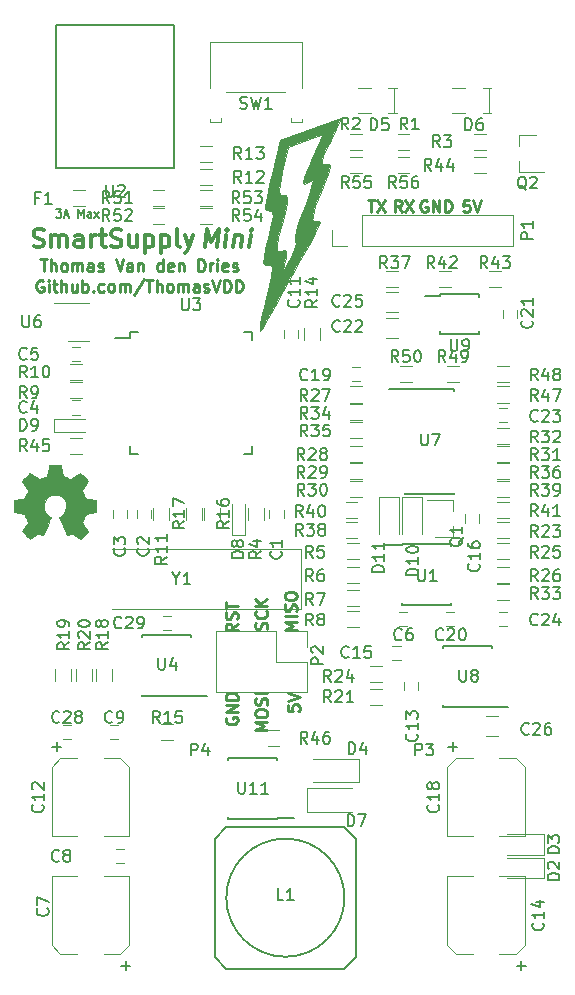
<source format=gbr>
G04 #@! TF.FileFunction,Legend,Top*
%FSLAX46Y46*%
G04 Gerber Fmt 4.6, Leading zero omitted, Abs format (unit mm)*
G04 Created by KiCad (PCBNEW 4.0.3-stable) date 10/17/17 23:13:47*
%MOMM*%
%LPD*%
G01*
G04 APERTURE LIST*
%ADD10C,0.100000*%
%ADD11C,0.175000*%
%ADD12C,0.250000*%
%ADD13C,0.300000*%
%ADD14C,0.120000*%
%ADD15C,0.002540*%
%ADD16C,0.150000*%
%ADD17C,0.010000*%
G04 APERTURE END LIST*
D10*
D11*
X133100000Y-70216667D02*
X133533333Y-70216667D01*
X133300000Y-70483333D01*
X133400000Y-70483333D01*
X133466667Y-70516667D01*
X133500000Y-70550000D01*
X133533333Y-70616667D01*
X133533333Y-70783333D01*
X133500000Y-70850000D01*
X133466667Y-70883333D01*
X133400000Y-70916667D01*
X133200000Y-70916667D01*
X133133333Y-70883333D01*
X133100000Y-70850000D01*
X133800000Y-70716667D02*
X134133334Y-70716667D01*
X133733334Y-70916667D02*
X133966667Y-70216667D01*
X134200000Y-70916667D01*
X134966667Y-70916667D02*
X134966667Y-70216667D01*
X135200000Y-70716667D01*
X135433333Y-70216667D01*
X135433333Y-70916667D01*
X136066667Y-70916667D02*
X136066667Y-70550000D01*
X136033333Y-70483333D01*
X135966667Y-70450000D01*
X135833333Y-70450000D01*
X135766667Y-70483333D01*
X136066667Y-70883333D02*
X136000000Y-70916667D01*
X135833333Y-70916667D01*
X135766667Y-70883333D01*
X135733333Y-70816667D01*
X135733333Y-70750000D01*
X135766667Y-70683333D01*
X135833333Y-70650000D01*
X136000000Y-70650000D01*
X136066667Y-70616667D01*
X136333333Y-70916667D02*
X136700000Y-70450000D01*
X136333333Y-70450000D02*
X136700000Y-70916667D01*
D12*
X131745237Y-74452381D02*
X132316666Y-74452381D01*
X132030951Y-75452381D02*
X132030951Y-74452381D01*
X132649999Y-75452381D02*
X132649999Y-74452381D01*
X133078571Y-75452381D02*
X133078571Y-74928571D01*
X133030952Y-74833333D01*
X132935714Y-74785714D01*
X132792856Y-74785714D01*
X132697618Y-74833333D01*
X132649999Y-74880952D01*
X133697618Y-75452381D02*
X133602380Y-75404762D01*
X133554761Y-75357143D01*
X133507142Y-75261905D01*
X133507142Y-74976190D01*
X133554761Y-74880952D01*
X133602380Y-74833333D01*
X133697618Y-74785714D01*
X133840476Y-74785714D01*
X133935714Y-74833333D01*
X133983333Y-74880952D01*
X134030952Y-74976190D01*
X134030952Y-75261905D01*
X133983333Y-75357143D01*
X133935714Y-75404762D01*
X133840476Y-75452381D01*
X133697618Y-75452381D01*
X134459523Y-75452381D02*
X134459523Y-74785714D01*
X134459523Y-74880952D02*
X134507142Y-74833333D01*
X134602380Y-74785714D01*
X134745238Y-74785714D01*
X134840476Y-74833333D01*
X134888095Y-74928571D01*
X134888095Y-75452381D01*
X134888095Y-74928571D02*
X134935714Y-74833333D01*
X135030952Y-74785714D01*
X135173809Y-74785714D01*
X135269047Y-74833333D01*
X135316666Y-74928571D01*
X135316666Y-75452381D01*
X136221428Y-75452381D02*
X136221428Y-74928571D01*
X136173809Y-74833333D01*
X136078571Y-74785714D01*
X135888094Y-74785714D01*
X135792856Y-74833333D01*
X136221428Y-75404762D02*
X136126190Y-75452381D01*
X135888094Y-75452381D01*
X135792856Y-75404762D01*
X135745237Y-75309524D01*
X135745237Y-75214286D01*
X135792856Y-75119048D01*
X135888094Y-75071429D01*
X136126190Y-75071429D01*
X136221428Y-75023810D01*
X136649999Y-75404762D02*
X136745237Y-75452381D01*
X136935713Y-75452381D01*
X137030952Y-75404762D01*
X137078571Y-75309524D01*
X137078571Y-75261905D01*
X137030952Y-75166667D01*
X136935713Y-75119048D01*
X136792856Y-75119048D01*
X136697618Y-75071429D01*
X136649999Y-74976190D01*
X136649999Y-74928571D01*
X136697618Y-74833333D01*
X136792856Y-74785714D01*
X136935713Y-74785714D01*
X137030952Y-74833333D01*
X138126190Y-74452381D02*
X138459523Y-75452381D01*
X138792857Y-74452381D01*
X139554762Y-75452381D02*
X139554762Y-74928571D01*
X139507143Y-74833333D01*
X139411905Y-74785714D01*
X139221428Y-74785714D01*
X139126190Y-74833333D01*
X139554762Y-75404762D02*
X139459524Y-75452381D01*
X139221428Y-75452381D01*
X139126190Y-75404762D01*
X139078571Y-75309524D01*
X139078571Y-75214286D01*
X139126190Y-75119048D01*
X139221428Y-75071429D01*
X139459524Y-75071429D01*
X139554762Y-75023810D01*
X140030952Y-74785714D02*
X140030952Y-75452381D01*
X140030952Y-74880952D02*
X140078571Y-74833333D01*
X140173809Y-74785714D01*
X140316667Y-74785714D01*
X140411905Y-74833333D01*
X140459524Y-74928571D01*
X140459524Y-75452381D01*
X142126191Y-75452381D02*
X142126191Y-74452381D01*
X142126191Y-75404762D02*
X142030953Y-75452381D01*
X141840476Y-75452381D01*
X141745238Y-75404762D01*
X141697619Y-75357143D01*
X141650000Y-75261905D01*
X141650000Y-74976190D01*
X141697619Y-74880952D01*
X141745238Y-74833333D01*
X141840476Y-74785714D01*
X142030953Y-74785714D01*
X142126191Y-74833333D01*
X142983334Y-75404762D02*
X142888096Y-75452381D01*
X142697619Y-75452381D01*
X142602381Y-75404762D01*
X142554762Y-75309524D01*
X142554762Y-74928571D01*
X142602381Y-74833333D01*
X142697619Y-74785714D01*
X142888096Y-74785714D01*
X142983334Y-74833333D01*
X143030953Y-74928571D01*
X143030953Y-75023810D01*
X142554762Y-75119048D01*
X143459524Y-74785714D02*
X143459524Y-75452381D01*
X143459524Y-74880952D02*
X143507143Y-74833333D01*
X143602381Y-74785714D01*
X143745239Y-74785714D01*
X143840477Y-74833333D01*
X143888096Y-74928571D01*
X143888096Y-75452381D01*
X145126191Y-75452381D02*
X145126191Y-74452381D01*
X145364286Y-74452381D01*
X145507144Y-74500000D01*
X145602382Y-74595238D01*
X145650001Y-74690476D01*
X145697620Y-74880952D01*
X145697620Y-75023810D01*
X145650001Y-75214286D01*
X145602382Y-75309524D01*
X145507144Y-75404762D01*
X145364286Y-75452381D01*
X145126191Y-75452381D01*
X146126191Y-75452381D02*
X146126191Y-74785714D01*
X146126191Y-74976190D02*
X146173810Y-74880952D01*
X146221429Y-74833333D01*
X146316667Y-74785714D01*
X146411906Y-74785714D01*
X146745239Y-75452381D02*
X146745239Y-74785714D01*
X146745239Y-74452381D02*
X146697620Y-74500000D01*
X146745239Y-74547619D01*
X146792858Y-74500000D01*
X146745239Y-74452381D01*
X146745239Y-74547619D01*
X147602382Y-75404762D02*
X147507144Y-75452381D01*
X147316667Y-75452381D01*
X147221429Y-75404762D01*
X147173810Y-75309524D01*
X147173810Y-74928571D01*
X147221429Y-74833333D01*
X147316667Y-74785714D01*
X147507144Y-74785714D01*
X147602382Y-74833333D01*
X147650001Y-74928571D01*
X147650001Y-75023810D01*
X147173810Y-75119048D01*
X148030953Y-75404762D02*
X148126191Y-75452381D01*
X148316667Y-75452381D01*
X148411906Y-75404762D01*
X148459525Y-75309524D01*
X148459525Y-75261905D01*
X148411906Y-75166667D01*
X148316667Y-75119048D01*
X148173810Y-75119048D01*
X148078572Y-75071429D01*
X148030953Y-74976190D01*
X148030953Y-74928571D01*
X148078572Y-74833333D01*
X148173810Y-74785714D01*
X148316667Y-74785714D01*
X148411906Y-74833333D01*
X131983334Y-76250000D02*
X131888096Y-76202381D01*
X131745239Y-76202381D01*
X131602381Y-76250000D01*
X131507143Y-76345238D01*
X131459524Y-76440476D01*
X131411905Y-76630952D01*
X131411905Y-76773810D01*
X131459524Y-76964286D01*
X131507143Y-77059524D01*
X131602381Y-77154762D01*
X131745239Y-77202381D01*
X131840477Y-77202381D01*
X131983334Y-77154762D01*
X132030953Y-77107143D01*
X132030953Y-76773810D01*
X131840477Y-76773810D01*
X132459524Y-77202381D02*
X132459524Y-76535714D01*
X132459524Y-76202381D02*
X132411905Y-76250000D01*
X132459524Y-76297619D01*
X132507143Y-76250000D01*
X132459524Y-76202381D01*
X132459524Y-76297619D01*
X132792857Y-76535714D02*
X133173809Y-76535714D01*
X132935714Y-76202381D02*
X132935714Y-77059524D01*
X132983333Y-77154762D01*
X133078571Y-77202381D01*
X133173809Y-77202381D01*
X133507143Y-77202381D02*
X133507143Y-76202381D01*
X133935715Y-77202381D02*
X133935715Y-76678571D01*
X133888096Y-76583333D01*
X133792858Y-76535714D01*
X133650000Y-76535714D01*
X133554762Y-76583333D01*
X133507143Y-76630952D01*
X134840477Y-76535714D02*
X134840477Y-77202381D01*
X134411905Y-76535714D02*
X134411905Y-77059524D01*
X134459524Y-77154762D01*
X134554762Y-77202381D01*
X134697620Y-77202381D01*
X134792858Y-77154762D01*
X134840477Y-77107143D01*
X135316667Y-77202381D02*
X135316667Y-76202381D01*
X135316667Y-76583333D02*
X135411905Y-76535714D01*
X135602382Y-76535714D01*
X135697620Y-76583333D01*
X135745239Y-76630952D01*
X135792858Y-76726190D01*
X135792858Y-77011905D01*
X135745239Y-77107143D01*
X135697620Y-77154762D01*
X135602382Y-77202381D01*
X135411905Y-77202381D01*
X135316667Y-77154762D01*
X136221429Y-77107143D02*
X136269048Y-77154762D01*
X136221429Y-77202381D01*
X136173810Y-77154762D01*
X136221429Y-77107143D01*
X136221429Y-77202381D01*
X137126191Y-77154762D02*
X137030953Y-77202381D01*
X136840476Y-77202381D01*
X136745238Y-77154762D01*
X136697619Y-77107143D01*
X136650000Y-77011905D01*
X136650000Y-76726190D01*
X136697619Y-76630952D01*
X136745238Y-76583333D01*
X136840476Y-76535714D01*
X137030953Y-76535714D01*
X137126191Y-76583333D01*
X137697619Y-77202381D02*
X137602381Y-77154762D01*
X137554762Y-77107143D01*
X137507143Y-77011905D01*
X137507143Y-76726190D01*
X137554762Y-76630952D01*
X137602381Y-76583333D01*
X137697619Y-76535714D01*
X137840477Y-76535714D01*
X137935715Y-76583333D01*
X137983334Y-76630952D01*
X138030953Y-76726190D01*
X138030953Y-77011905D01*
X137983334Y-77107143D01*
X137935715Y-77154762D01*
X137840477Y-77202381D01*
X137697619Y-77202381D01*
X138459524Y-77202381D02*
X138459524Y-76535714D01*
X138459524Y-76630952D02*
X138507143Y-76583333D01*
X138602381Y-76535714D01*
X138745239Y-76535714D01*
X138840477Y-76583333D01*
X138888096Y-76678571D01*
X138888096Y-77202381D01*
X138888096Y-76678571D02*
X138935715Y-76583333D01*
X139030953Y-76535714D01*
X139173810Y-76535714D01*
X139269048Y-76583333D01*
X139316667Y-76678571D01*
X139316667Y-77202381D01*
X140507143Y-76154762D02*
X139650000Y-77440476D01*
X140697619Y-76202381D02*
X141269048Y-76202381D01*
X140983333Y-77202381D02*
X140983333Y-76202381D01*
X141602381Y-77202381D02*
X141602381Y-76202381D01*
X142030953Y-77202381D02*
X142030953Y-76678571D01*
X141983334Y-76583333D01*
X141888096Y-76535714D01*
X141745238Y-76535714D01*
X141650000Y-76583333D01*
X141602381Y-76630952D01*
X142650000Y-77202381D02*
X142554762Y-77154762D01*
X142507143Y-77107143D01*
X142459524Y-77011905D01*
X142459524Y-76726190D01*
X142507143Y-76630952D01*
X142554762Y-76583333D01*
X142650000Y-76535714D01*
X142792858Y-76535714D01*
X142888096Y-76583333D01*
X142935715Y-76630952D01*
X142983334Y-76726190D01*
X142983334Y-77011905D01*
X142935715Y-77107143D01*
X142888096Y-77154762D01*
X142792858Y-77202381D01*
X142650000Y-77202381D01*
X143411905Y-77202381D02*
X143411905Y-76535714D01*
X143411905Y-76630952D02*
X143459524Y-76583333D01*
X143554762Y-76535714D01*
X143697620Y-76535714D01*
X143792858Y-76583333D01*
X143840477Y-76678571D01*
X143840477Y-77202381D01*
X143840477Y-76678571D02*
X143888096Y-76583333D01*
X143983334Y-76535714D01*
X144126191Y-76535714D01*
X144221429Y-76583333D01*
X144269048Y-76678571D01*
X144269048Y-77202381D01*
X145173810Y-77202381D02*
X145173810Y-76678571D01*
X145126191Y-76583333D01*
X145030953Y-76535714D01*
X144840476Y-76535714D01*
X144745238Y-76583333D01*
X145173810Y-77154762D02*
X145078572Y-77202381D01*
X144840476Y-77202381D01*
X144745238Y-77154762D01*
X144697619Y-77059524D01*
X144697619Y-76964286D01*
X144745238Y-76869048D01*
X144840476Y-76821429D01*
X145078572Y-76821429D01*
X145173810Y-76773810D01*
X145602381Y-77154762D02*
X145697619Y-77202381D01*
X145888095Y-77202381D01*
X145983334Y-77154762D01*
X146030953Y-77059524D01*
X146030953Y-77011905D01*
X145983334Y-76916667D01*
X145888095Y-76869048D01*
X145745238Y-76869048D01*
X145650000Y-76821429D01*
X145602381Y-76726190D01*
X145602381Y-76678571D01*
X145650000Y-76583333D01*
X145745238Y-76535714D01*
X145888095Y-76535714D01*
X145983334Y-76583333D01*
X146316667Y-76202381D02*
X146650000Y-77202381D01*
X146983334Y-76202381D01*
X147316667Y-77202381D02*
X147316667Y-76202381D01*
X147554762Y-76202381D01*
X147697620Y-76250000D01*
X147792858Y-76345238D01*
X147840477Y-76440476D01*
X147888096Y-76630952D01*
X147888096Y-76773810D01*
X147840477Y-76964286D01*
X147792858Y-77059524D01*
X147697620Y-77154762D01*
X147554762Y-77202381D01*
X147316667Y-77202381D01*
X148316667Y-77202381D02*
X148316667Y-76202381D01*
X148554762Y-76202381D01*
X148697620Y-76250000D01*
X148792858Y-76345238D01*
X148840477Y-76440476D01*
X148888096Y-76630952D01*
X148888096Y-76773810D01*
X148840477Y-76964286D01*
X148792858Y-77059524D01*
X148697620Y-77154762D01*
X148554762Y-77202381D01*
X148316667Y-77202381D01*
X159488095Y-69452381D02*
X160059524Y-69452381D01*
X159773809Y-70452381D02*
X159773809Y-69452381D01*
X160297619Y-69452381D02*
X160964286Y-70452381D01*
X160964286Y-69452381D02*
X160297619Y-70452381D01*
X162333334Y-70452381D02*
X162000000Y-69976190D01*
X161761905Y-70452381D02*
X161761905Y-69452381D01*
X162142858Y-69452381D01*
X162238096Y-69500000D01*
X162285715Y-69547619D01*
X162333334Y-69642857D01*
X162333334Y-69785714D01*
X162285715Y-69880952D01*
X162238096Y-69928571D01*
X162142858Y-69976190D01*
X161761905Y-69976190D01*
X162666667Y-69452381D02*
X163333334Y-70452381D01*
X163333334Y-69452381D02*
X162666667Y-70452381D01*
X164488096Y-69500000D02*
X164392858Y-69452381D01*
X164250001Y-69452381D01*
X164107143Y-69500000D01*
X164011905Y-69595238D01*
X163964286Y-69690476D01*
X163916667Y-69880952D01*
X163916667Y-70023810D01*
X163964286Y-70214286D01*
X164011905Y-70309524D01*
X164107143Y-70404762D01*
X164250001Y-70452381D01*
X164345239Y-70452381D01*
X164488096Y-70404762D01*
X164535715Y-70357143D01*
X164535715Y-70023810D01*
X164345239Y-70023810D01*
X164964286Y-70452381D02*
X164964286Y-69452381D01*
X165535715Y-70452381D01*
X165535715Y-69452381D01*
X166011905Y-70452381D02*
X166011905Y-69452381D01*
X166250000Y-69452381D01*
X166392858Y-69500000D01*
X166488096Y-69595238D01*
X166535715Y-69690476D01*
X166583334Y-69880952D01*
X166583334Y-70023810D01*
X166535715Y-70214286D01*
X166488096Y-70309524D01*
X166392858Y-70404762D01*
X166250000Y-70452381D01*
X166011905Y-70452381D01*
X168059524Y-69452381D02*
X167583333Y-69452381D01*
X167535714Y-69928571D01*
X167583333Y-69880952D01*
X167678571Y-69833333D01*
X167916667Y-69833333D01*
X168011905Y-69880952D01*
X168059524Y-69928571D01*
X168107143Y-70023810D01*
X168107143Y-70261905D01*
X168059524Y-70357143D01*
X168011905Y-70404762D01*
X167916667Y-70452381D01*
X167678571Y-70452381D01*
X167583333Y-70404762D01*
X167535714Y-70357143D01*
X168392857Y-69452381D02*
X168726190Y-70452381D01*
X169059524Y-69452381D01*
X153452381Y-105821428D02*
X152452381Y-105821428D01*
X153166667Y-105488094D01*
X152452381Y-105154761D01*
X153452381Y-105154761D01*
X153452381Y-104678571D02*
X152452381Y-104678571D01*
X153404762Y-104250000D02*
X153452381Y-104107143D01*
X153452381Y-103869047D01*
X153404762Y-103773809D01*
X153357143Y-103726190D01*
X153261905Y-103678571D01*
X153166667Y-103678571D01*
X153071429Y-103726190D01*
X153023810Y-103773809D01*
X152976190Y-103869047D01*
X152928571Y-104059524D01*
X152880952Y-104154762D01*
X152833333Y-104202381D01*
X152738095Y-104250000D01*
X152642857Y-104250000D01*
X152547619Y-104202381D01*
X152500000Y-104154762D01*
X152452381Y-104059524D01*
X152452381Y-103821428D01*
X152500000Y-103678571D01*
X152452381Y-103059524D02*
X152452381Y-102869047D01*
X152500000Y-102773809D01*
X152595238Y-102678571D01*
X152785714Y-102630952D01*
X153119048Y-102630952D01*
X153309524Y-102678571D01*
X153404762Y-102773809D01*
X153452381Y-102869047D01*
X153452381Y-103059524D01*
X153404762Y-103154762D01*
X153309524Y-103250000D01*
X153119048Y-103297619D01*
X152785714Y-103297619D01*
X152595238Y-103250000D01*
X152500000Y-103154762D01*
X152452381Y-103059524D01*
X150904762Y-105785714D02*
X150952381Y-105642857D01*
X150952381Y-105404761D01*
X150904762Y-105309523D01*
X150857143Y-105261904D01*
X150761905Y-105214285D01*
X150666667Y-105214285D01*
X150571429Y-105261904D01*
X150523810Y-105309523D01*
X150476190Y-105404761D01*
X150428571Y-105595238D01*
X150380952Y-105690476D01*
X150333333Y-105738095D01*
X150238095Y-105785714D01*
X150142857Y-105785714D01*
X150047619Y-105738095D01*
X150000000Y-105690476D01*
X149952381Y-105595238D01*
X149952381Y-105357142D01*
X150000000Y-105214285D01*
X150857143Y-104214285D02*
X150904762Y-104261904D01*
X150952381Y-104404761D01*
X150952381Y-104499999D01*
X150904762Y-104642857D01*
X150809524Y-104738095D01*
X150714286Y-104785714D01*
X150523810Y-104833333D01*
X150380952Y-104833333D01*
X150190476Y-104785714D01*
X150095238Y-104738095D01*
X150000000Y-104642857D01*
X149952381Y-104499999D01*
X149952381Y-104404761D01*
X150000000Y-104261904D01*
X150047619Y-104214285D01*
X150952381Y-103785714D02*
X149952381Y-103785714D01*
X150952381Y-103214285D02*
X150380952Y-103642857D01*
X149952381Y-103214285D02*
X150523810Y-103785714D01*
X148452381Y-105297619D02*
X147976190Y-105630953D01*
X148452381Y-105869048D02*
X147452381Y-105869048D01*
X147452381Y-105488095D01*
X147500000Y-105392857D01*
X147547619Y-105345238D01*
X147642857Y-105297619D01*
X147785714Y-105297619D01*
X147880952Y-105345238D01*
X147928571Y-105392857D01*
X147976190Y-105488095D01*
X147976190Y-105869048D01*
X148404762Y-104916667D02*
X148452381Y-104773810D01*
X148452381Y-104535714D01*
X148404762Y-104440476D01*
X148357143Y-104392857D01*
X148261905Y-104345238D01*
X148166667Y-104345238D01*
X148071429Y-104392857D01*
X148023810Y-104440476D01*
X147976190Y-104535714D01*
X147928571Y-104726191D01*
X147880952Y-104821429D01*
X147833333Y-104869048D01*
X147738095Y-104916667D01*
X147642857Y-104916667D01*
X147547619Y-104869048D01*
X147500000Y-104821429D01*
X147452381Y-104726191D01*
X147452381Y-104488095D01*
X147500000Y-104345238D01*
X147452381Y-104059524D02*
X147452381Y-103488095D01*
X148452381Y-103773810D02*
X147452381Y-103773810D01*
X147500000Y-113261904D02*
X147452381Y-113357142D01*
X147452381Y-113499999D01*
X147500000Y-113642857D01*
X147595238Y-113738095D01*
X147690476Y-113785714D01*
X147880952Y-113833333D01*
X148023810Y-113833333D01*
X148214286Y-113785714D01*
X148309524Y-113738095D01*
X148404762Y-113642857D01*
X148452381Y-113499999D01*
X148452381Y-113404761D01*
X148404762Y-113261904D01*
X148357143Y-113214285D01*
X148023810Y-113214285D01*
X148023810Y-113404761D01*
X148452381Y-112785714D02*
X147452381Y-112785714D01*
X148452381Y-112214285D01*
X147452381Y-112214285D01*
X148452381Y-111738095D02*
X147452381Y-111738095D01*
X147452381Y-111500000D01*
X147500000Y-111357142D01*
X147595238Y-111261904D01*
X147690476Y-111214285D01*
X147880952Y-111166666D01*
X148023810Y-111166666D01*
X148214286Y-111214285D01*
X148309524Y-111261904D01*
X148404762Y-111357142D01*
X148452381Y-111500000D01*
X148452381Y-111738095D01*
X150952381Y-114321428D02*
X149952381Y-114321428D01*
X150666667Y-113988094D01*
X149952381Y-113654761D01*
X150952381Y-113654761D01*
X149952381Y-112988095D02*
X149952381Y-112797618D01*
X150000000Y-112702380D01*
X150095238Y-112607142D01*
X150285714Y-112559523D01*
X150619048Y-112559523D01*
X150809524Y-112607142D01*
X150904762Y-112702380D01*
X150952381Y-112797618D01*
X150952381Y-112988095D01*
X150904762Y-113083333D01*
X150809524Y-113178571D01*
X150619048Y-113226190D01*
X150285714Y-113226190D01*
X150095238Y-113178571D01*
X150000000Y-113083333D01*
X149952381Y-112988095D01*
X150904762Y-112178571D02*
X150952381Y-112035714D01*
X150952381Y-111797618D01*
X150904762Y-111702380D01*
X150857143Y-111654761D01*
X150761905Y-111607142D01*
X150666667Y-111607142D01*
X150571429Y-111654761D01*
X150523810Y-111702380D01*
X150476190Y-111797618D01*
X150428571Y-111988095D01*
X150380952Y-112083333D01*
X150333333Y-112130952D01*
X150238095Y-112178571D01*
X150142857Y-112178571D01*
X150047619Y-112130952D01*
X150000000Y-112083333D01*
X149952381Y-111988095D01*
X149952381Y-111749999D01*
X150000000Y-111607142D01*
X150952381Y-111178571D02*
X149952381Y-111178571D01*
X152702381Y-112190476D02*
X152702381Y-112666667D01*
X153178571Y-112714286D01*
X153130952Y-112666667D01*
X153083333Y-112571429D01*
X153083333Y-112333333D01*
X153130952Y-112238095D01*
X153178571Y-112190476D01*
X153273810Y-112142857D01*
X153511905Y-112142857D01*
X153607143Y-112190476D01*
X153654762Y-112238095D01*
X153702381Y-112333333D01*
X153702381Y-112571429D01*
X153654762Y-112666667D01*
X153607143Y-112714286D01*
X152702381Y-111857143D02*
X153702381Y-111523810D01*
X152702381Y-111190476D01*
X131983334Y-76250000D02*
X131888096Y-76202381D01*
X131745239Y-76202381D01*
X131602381Y-76250000D01*
X131507143Y-76345238D01*
X131459524Y-76440476D01*
X131411905Y-76630952D01*
X131411905Y-76773810D01*
X131459524Y-76964286D01*
X131507143Y-77059524D01*
X131602381Y-77154762D01*
X131745239Y-77202381D01*
X131840477Y-77202381D01*
X131983334Y-77154762D01*
X132030953Y-77107143D01*
X132030953Y-76773810D01*
X131840477Y-76773810D01*
X132459524Y-77202381D02*
X132459524Y-76535714D01*
X132459524Y-76202381D02*
X132411905Y-76250000D01*
X132459524Y-76297619D01*
X132507143Y-76250000D01*
X132459524Y-76202381D01*
X132459524Y-76297619D01*
X132792857Y-76535714D02*
X133173809Y-76535714D01*
X132935714Y-76202381D02*
X132935714Y-77059524D01*
X132983333Y-77154762D01*
X133078571Y-77202381D01*
X133173809Y-77202381D01*
X133507143Y-77202381D02*
X133507143Y-76202381D01*
X133935715Y-77202381D02*
X133935715Y-76678571D01*
X133888096Y-76583333D01*
X133792858Y-76535714D01*
X133650000Y-76535714D01*
X133554762Y-76583333D01*
X133507143Y-76630952D01*
X134840477Y-76535714D02*
X134840477Y-77202381D01*
X134411905Y-76535714D02*
X134411905Y-77059524D01*
X134459524Y-77154762D01*
X134554762Y-77202381D01*
X134697620Y-77202381D01*
X134792858Y-77154762D01*
X134840477Y-77107143D01*
X135316667Y-77202381D02*
X135316667Y-76202381D01*
X135316667Y-76583333D02*
X135411905Y-76535714D01*
X135602382Y-76535714D01*
X135697620Y-76583333D01*
X135745239Y-76630952D01*
X135792858Y-76726190D01*
X135792858Y-77011905D01*
X135745239Y-77107143D01*
X135697620Y-77154762D01*
X135602382Y-77202381D01*
X135411905Y-77202381D01*
X135316667Y-77154762D01*
X136221429Y-77107143D02*
X136269048Y-77154762D01*
X136221429Y-77202381D01*
X136173810Y-77154762D01*
X136221429Y-77107143D01*
X136221429Y-77202381D01*
X137126191Y-77154762D02*
X137030953Y-77202381D01*
X136840476Y-77202381D01*
X136745238Y-77154762D01*
X136697619Y-77107143D01*
X136650000Y-77011905D01*
X136650000Y-76726190D01*
X136697619Y-76630952D01*
X136745238Y-76583333D01*
X136840476Y-76535714D01*
X137030953Y-76535714D01*
X137126191Y-76583333D01*
X137697619Y-77202381D02*
X137602381Y-77154762D01*
X137554762Y-77107143D01*
X137507143Y-77011905D01*
X137507143Y-76726190D01*
X137554762Y-76630952D01*
X137602381Y-76583333D01*
X137697619Y-76535714D01*
X137840477Y-76535714D01*
X137935715Y-76583333D01*
X137983334Y-76630952D01*
X138030953Y-76726190D01*
X138030953Y-77011905D01*
X137983334Y-77107143D01*
X137935715Y-77154762D01*
X137840477Y-77202381D01*
X137697619Y-77202381D01*
X138459524Y-77202381D02*
X138459524Y-76535714D01*
X138459524Y-76630952D02*
X138507143Y-76583333D01*
X138602381Y-76535714D01*
X138745239Y-76535714D01*
X138840477Y-76583333D01*
X138888096Y-76678571D01*
X138888096Y-77202381D01*
X138888096Y-76678571D02*
X138935715Y-76583333D01*
X139030953Y-76535714D01*
X139173810Y-76535714D01*
X139269048Y-76583333D01*
X139316667Y-76678571D01*
X139316667Y-77202381D01*
X140507143Y-76154762D02*
X139650000Y-77440476D01*
X140697619Y-76202381D02*
X141269048Y-76202381D01*
X140983333Y-77202381D02*
X140983333Y-76202381D01*
X141602381Y-77202381D02*
X141602381Y-76202381D01*
X142030953Y-77202381D02*
X142030953Y-76678571D01*
X141983334Y-76583333D01*
X141888096Y-76535714D01*
X141745238Y-76535714D01*
X141650000Y-76583333D01*
X141602381Y-76630952D01*
X142650000Y-77202381D02*
X142554762Y-77154762D01*
X142507143Y-77107143D01*
X142459524Y-77011905D01*
X142459524Y-76726190D01*
X142507143Y-76630952D01*
X142554762Y-76583333D01*
X142650000Y-76535714D01*
X142792858Y-76535714D01*
X142888096Y-76583333D01*
X142935715Y-76630952D01*
X142983334Y-76726190D01*
X142983334Y-77011905D01*
X142935715Y-77107143D01*
X142888096Y-77154762D01*
X142792858Y-77202381D01*
X142650000Y-77202381D01*
X143411905Y-77202381D02*
X143411905Y-76535714D01*
X143411905Y-76630952D02*
X143459524Y-76583333D01*
X143554762Y-76535714D01*
X143697620Y-76535714D01*
X143792858Y-76583333D01*
X143840477Y-76678571D01*
X143840477Y-77202381D01*
X143840477Y-76678571D02*
X143888096Y-76583333D01*
X143983334Y-76535714D01*
X144126191Y-76535714D01*
X144221429Y-76583333D01*
X144269048Y-76678571D01*
X144269048Y-77202381D01*
X145173810Y-77202381D02*
X145173810Y-76678571D01*
X145126191Y-76583333D01*
X145030953Y-76535714D01*
X144840476Y-76535714D01*
X144745238Y-76583333D01*
X145173810Y-77154762D02*
X145078572Y-77202381D01*
X144840476Y-77202381D01*
X144745238Y-77154762D01*
X144697619Y-77059524D01*
X144697619Y-76964286D01*
X144745238Y-76869048D01*
X144840476Y-76821429D01*
X145078572Y-76821429D01*
X145173810Y-76773810D01*
X145602381Y-77154762D02*
X145697619Y-77202381D01*
X145888095Y-77202381D01*
X145983334Y-77154762D01*
X146030953Y-77059524D01*
X146030953Y-77011905D01*
X145983334Y-76916667D01*
X145888095Y-76869048D01*
X145745238Y-76869048D01*
X145650000Y-76821429D01*
X145602381Y-76726190D01*
X145602381Y-76678571D01*
X145650000Y-76583333D01*
X145745238Y-76535714D01*
X145888095Y-76535714D01*
X145983334Y-76583333D01*
X146316667Y-76202381D02*
X146650000Y-77202381D01*
X146983334Y-76202381D01*
X147316667Y-77202381D02*
X147316667Y-76202381D01*
X147554762Y-76202381D01*
X147697620Y-76250000D01*
X147792858Y-76345238D01*
X147840477Y-76440476D01*
X147888096Y-76630952D01*
X147888096Y-76773810D01*
X147840477Y-76964286D01*
X147792858Y-77059524D01*
X147697620Y-77154762D01*
X147554762Y-77202381D01*
X147316667Y-77202381D01*
X148316667Y-77202381D02*
X148316667Y-76202381D01*
X148554762Y-76202381D01*
X148697620Y-76250000D01*
X148792858Y-76345238D01*
X148840477Y-76440476D01*
X148888096Y-76630952D01*
X148888096Y-76773810D01*
X148840477Y-76964286D01*
X148792858Y-77059524D01*
X148697620Y-77154762D01*
X148554762Y-77202381D01*
X148316667Y-77202381D01*
X131745237Y-74452381D02*
X132316666Y-74452381D01*
X132030951Y-75452381D02*
X132030951Y-74452381D01*
X132649999Y-75452381D02*
X132649999Y-74452381D01*
X133078571Y-75452381D02*
X133078571Y-74928571D01*
X133030952Y-74833333D01*
X132935714Y-74785714D01*
X132792856Y-74785714D01*
X132697618Y-74833333D01*
X132649999Y-74880952D01*
X133697618Y-75452381D02*
X133602380Y-75404762D01*
X133554761Y-75357143D01*
X133507142Y-75261905D01*
X133507142Y-74976190D01*
X133554761Y-74880952D01*
X133602380Y-74833333D01*
X133697618Y-74785714D01*
X133840476Y-74785714D01*
X133935714Y-74833333D01*
X133983333Y-74880952D01*
X134030952Y-74976190D01*
X134030952Y-75261905D01*
X133983333Y-75357143D01*
X133935714Y-75404762D01*
X133840476Y-75452381D01*
X133697618Y-75452381D01*
X134459523Y-75452381D02*
X134459523Y-74785714D01*
X134459523Y-74880952D02*
X134507142Y-74833333D01*
X134602380Y-74785714D01*
X134745238Y-74785714D01*
X134840476Y-74833333D01*
X134888095Y-74928571D01*
X134888095Y-75452381D01*
X134888095Y-74928571D02*
X134935714Y-74833333D01*
X135030952Y-74785714D01*
X135173809Y-74785714D01*
X135269047Y-74833333D01*
X135316666Y-74928571D01*
X135316666Y-75452381D01*
X136221428Y-75452381D02*
X136221428Y-74928571D01*
X136173809Y-74833333D01*
X136078571Y-74785714D01*
X135888094Y-74785714D01*
X135792856Y-74833333D01*
X136221428Y-75404762D02*
X136126190Y-75452381D01*
X135888094Y-75452381D01*
X135792856Y-75404762D01*
X135745237Y-75309524D01*
X135745237Y-75214286D01*
X135792856Y-75119048D01*
X135888094Y-75071429D01*
X136126190Y-75071429D01*
X136221428Y-75023810D01*
X136649999Y-75404762D02*
X136745237Y-75452381D01*
X136935713Y-75452381D01*
X137030952Y-75404762D01*
X137078571Y-75309524D01*
X137078571Y-75261905D01*
X137030952Y-75166667D01*
X136935713Y-75119048D01*
X136792856Y-75119048D01*
X136697618Y-75071429D01*
X136649999Y-74976190D01*
X136649999Y-74928571D01*
X136697618Y-74833333D01*
X136792856Y-74785714D01*
X136935713Y-74785714D01*
X137030952Y-74833333D01*
X138126190Y-74452381D02*
X138459523Y-75452381D01*
X138792857Y-74452381D01*
X139554762Y-75452381D02*
X139554762Y-74928571D01*
X139507143Y-74833333D01*
X139411905Y-74785714D01*
X139221428Y-74785714D01*
X139126190Y-74833333D01*
X139554762Y-75404762D02*
X139459524Y-75452381D01*
X139221428Y-75452381D01*
X139126190Y-75404762D01*
X139078571Y-75309524D01*
X139078571Y-75214286D01*
X139126190Y-75119048D01*
X139221428Y-75071429D01*
X139459524Y-75071429D01*
X139554762Y-75023810D01*
X140030952Y-74785714D02*
X140030952Y-75452381D01*
X140030952Y-74880952D02*
X140078571Y-74833333D01*
X140173809Y-74785714D01*
X140316667Y-74785714D01*
X140411905Y-74833333D01*
X140459524Y-74928571D01*
X140459524Y-75452381D01*
X142126191Y-75452381D02*
X142126191Y-74452381D01*
X142126191Y-75404762D02*
X142030953Y-75452381D01*
X141840476Y-75452381D01*
X141745238Y-75404762D01*
X141697619Y-75357143D01*
X141650000Y-75261905D01*
X141650000Y-74976190D01*
X141697619Y-74880952D01*
X141745238Y-74833333D01*
X141840476Y-74785714D01*
X142030953Y-74785714D01*
X142126191Y-74833333D01*
X142983334Y-75404762D02*
X142888096Y-75452381D01*
X142697619Y-75452381D01*
X142602381Y-75404762D01*
X142554762Y-75309524D01*
X142554762Y-74928571D01*
X142602381Y-74833333D01*
X142697619Y-74785714D01*
X142888096Y-74785714D01*
X142983334Y-74833333D01*
X143030953Y-74928571D01*
X143030953Y-75023810D01*
X142554762Y-75119048D01*
X143459524Y-74785714D02*
X143459524Y-75452381D01*
X143459524Y-74880952D02*
X143507143Y-74833333D01*
X143602381Y-74785714D01*
X143745239Y-74785714D01*
X143840477Y-74833333D01*
X143888096Y-74928571D01*
X143888096Y-75452381D01*
X145126191Y-75452381D02*
X145126191Y-74452381D01*
X145364286Y-74452381D01*
X145507144Y-74500000D01*
X145602382Y-74595238D01*
X145650001Y-74690476D01*
X145697620Y-74880952D01*
X145697620Y-75023810D01*
X145650001Y-75214286D01*
X145602382Y-75309524D01*
X145507144Y-75404762D01*
X145364286Y-75452381D01*
X145126191Y-75452381D01*
X146126191Y-75452381D02*
X146126191Y-74785714D01*
X146126191Y-74976190D02*
X146173810Y-74880952D01*
X146221429Y-74833333D01*
X146316667Y-74785714D01*
X146411906Y-74785714D01*
X146745239Y-75452381D02*
X146745239Y-74785714D01*
X146745239Y-74452381D02*
X146697620Y-74500000D01*
X146745239Y-74547619D01*
X146792858Y-74500000D01*
X146745239Y-74452381D01*
X146745239Y-74547619D01*
X147602382Y-75404762D02*
X147507144Y-75452381D01*
X147316667Y-75452381D01*
X147221429Y-75404762D01*
X147173810Y-75309524D01*
X147173810Y-74928571D01*
X147221429Y-74833333D01*
X147316667Y-74785714D01*
X147507144Y-74785714D01*
X147602382Y-74833333D01*
X147650001Y-74928571D01*
X147650001Y-75023810D01*
X147173810Y-75119048D01*
X148030953Y-75404762D02*
X148126191Y-75452381D01*
X148316667Y-75452381D01*
X148411906Y-75404762D01*
X148459525Y-75309524D01*
X148459525Y-75261905D01*
X148411906Y-75166667D01*
X148316667Y-75119048D01*
X148173810Y-75119048D01*
X148078572Y-75071429D01*
X148030953Y-74976190D01*
X148030953Y-74928571D01*
X148078572Y-74833333D01*
X148173810Y-74785714D01*
X148316667Y-74785714D01*
X148411906Y-74833333D01*
D13*
X145672322Y-73428571D02*
X145859822Y-71928571D01*
X146225893Y-73000000D01*
X146859822Y-71928571D01*
X146672322Y-73428571D01*
X147386608Y-73428571D02*
X147511608Y-72428571D01*
X147574108Y-71928571D02*
X147493750Y-72000000D01*
X147556250Y-72071429D01*
X147636607Y-72000000D01*
X147574108Y-71928571D01*
X147556250Y-72071429D01*
X148225894Y-72428571D02*
X148100894Y-73428571D01*
X148208036Y-72571429D02*
X148288393Y-72500000D01*
X148440180Y-72428571D01*
X148654465Y-72428571D01*
X148788393Y-72500000D01*
X148841965Y-72642857D01*
X148743751Y-73428571D01*
X149458037Y-73428571D02*
X149583037Y-72428571D01*
X149645537Y-71928571D02*
X149565179Y-72000000D01*
X149627679Y-72071429D01*
X149708036Y-72000000D01*
X149645537Y-71928571D01*
X149627679Y-72071429D01*
X131185715Y-73357143D02*
X131400001Y-73428571D01*
X131757144Y-73428571D01*
X131900001Y-73357143D01*
X131971430Y-73285714D01*
X132042858Y-73142857D01*
X132042858Y-73000000D01*
X131971430Y-72857143D01*
X131900001Y-72785714D01*
X131757144Y-72714286D01*
X131471430Y-72642857D01*
X131328572Y-72571429D01*
X131257144Y-72500000D01*
X131185715Y-72357143D01*
X131185715Y-72214286D01*
X131257144Y-72071429D01*
X131328572Y-72000000D01*
X131471430Y-71928571D01*
X131828572Y-71928571D01*
X132042858Y-72000000D01*
X132685715Y-73428571D02*
X132685715Y-72428571D01*
X132685715Y-72571429D02*
X132757143Y-72500000D01*
X132900001Y-72428571D01*
X133114286Y-72428571D01*
X133257143Y-72500000D01*
X133328572Y-72642857D01*
X133328572Y-73428571D01*
X133328572Y-72642857D02*
X133400001Y-72500000D01*
X133542858Y-72428571D01*
X133757143Y-72428571D01*
X133900001Y-72500000D01*
X133971429Y-72642857D01*
X133971429Y-73428571D01*
X135328572Y-73428571D02*
X135328572Y-72642857D01*
X135257143Y-72500000D01*
X135114286Y-72428571D01*
X134828572Y-72428571D01*
X134685715Y-72500000D01*
X135328572Y-73357143D02*
X135185715Y-73428571D01*
X134828572Y-73428571D01*
X134685715Y-73357143D01*
X134614286Y-73214286D01*
X134614286Y-73071429D01*
X134685715Y-72928571D01*
X134828572Y-72857143D01*
X135185715Y-72857143D01*
X135328572Y-72785714D01*
X136042858Y-73428571D02*
X136042858Y-72428571D01*
X136042858Y-72714286D02*
X136114286Y-72571429D01*
X136185715Y-72500000D01*
X136328572Y-72428571D01*
X136471429Y-72428571D01*
X136757143Y-72428571D02*
X137328572Y-72428571D01*
X136971429Y-71928571D02*
X136971429Y-73214286D01*
X137042857Y-73357143D01*
X137185715Y-73428571D01*
X137328572Y-73428571D01*
X137757143Y-73357143D02*
X137971429Y-73428571D01*
X138328572Y-73428571D01*
X138471429Y-73357143D01*
X138542858Y-73285714D01*
X138614286Y-73142857D01*
X138614286Y-73000000D01*
X138542858Y-72857143D01*
X138471429Y-72785714D01*
X138328572Y-72714286D01*
X138042858Y-72642857D01*
X137900000Y-72571429D01*
X137828572Y-72500000D01*
X137757143Y-72357143D01*
X137757143Y-72214286D01*
X137828572Y-72071429D01*
X137900000Y-72000000D01*
X138042858Y-71928571D01*
X138400000Y-71928571D01*
X138614286Y-72000000D01*
X139900000Y-72428571D02*
X139900000Y-73428571D01*
X139257143Y-72428571D02*
X139257143Y-73214286D01*
X139328571Y-73357143D01*
X139471429Y-73428571D01*
X139685714Y-73428571D01*
X139828571Y-73357143D01*
X139900000Y-73285714D01*
X140614286Y-72428571D02*
X140614286Y-73928571D01*
X140614286Y-72500000D02*
X140757143Y-72428571D01*
X141042857Y-72428571D01*
X141185714Y-72500000D01*
X141257143Y-72571429D01*
X141328572Y-72714286D01*
X141328572Y-73142857D01*
X141257143Y-73285714D01*
X141185714Y-73357143D01*
X141042857Y-73428571D01*
X140757143Y-73428571D01*
X140614286Y-73357143D01*
X141971429Y-72428571D02*
X141971429Y-73928571D01*
X141971429Y-72500000D02*
X142114286Y-72428571D01*
X142400000Y-72428571D01*
X142542857Y-72500000D01*
X142614286Y-72571429D01*
X142685715Y-72714286D01*
X142685715Y-73142857D01*
X142614286Y-73285714D01*
X142542857Y-73357143D01*
X142400000Y-73428571D01*
X142114286Y-73428571D01*
X141971429Y-73357143D01*
X143542858Y-73428571D02*
X143400000Y-73357143D01*
X143328572Y-73214286D01*
X143328572Y-71928571D01*
X143971429Y-72428571D02*
X144328572Y-73428571D01*
X144685714Y-72428571D02*
X144328572Y-73428571D01*
X144185714Y-73785714D01*
X144114286Y-73857143D01*
X143971429Y-73928571D01*
D14*
X164050000Y-94600000D02*
X162350000Y-94600000D01*
X162350000Y-94600000D02*
X162350000Y-97750000D01*
X164050000Y-94600000D02*
X164050000Y-97750000D01*
D15*
G36*
X130879100Y-98144520D02*
X130914660Y-98124200D01*
X130998480Y-98073400D01*
X131115320Y-97997200D01*
X131252480Y-97903220D01*
X131392180Y-97809240D01*
X131503940Y-97733040D01*
X131585220Y-97682240D01*
X131618240Y-97664460D01*
X131636020Y-97669540D01*
X131702060Y-97702560D01*
X131798580Y-97750820D01*
X131851920Y-97781300D01*
X131940820Y-97819400D01*
X131984000Y-97827020D01*
X131991620Y-97814320D01*
X132024640Y-97745740D01*
X132075440Y-97631440D01*
X132141480Y-97481580D01*
X132215140Y-97303780D01*
X132296420Y-97110740D01*
X132377700Y-96915160D01*
X132456440Y-96729740D01*
X132525020Y-96562100D01*
X132578360Y-96424940D01*
X132616460Y-96330960D01*
X132629160Y-96290320D01*
X132624080Y-96282700D01*
X132580900Y-96239520D01*
X132504700Y-96181100D01*
X132339600Y-96046480D01*
X132174500Y-95843280D01*
X132075440Y-95612140D01*
X132042420Y-95353060D01*
X132070360Y-95114300D01*
X132164340Y-94885700D01*
X132324360Y-94679960D01*
X132517400Y-94527560D01*
X132746000Y-94428500D01*
X133000000Y-94398020D01*
X133243840Y-94425960D01*
X133477520Y-94517400D01*
X133683260Y-94674880D01*
X133772160Y-94776480D01*
X133891540Y-94984760D01*
X133960120Y-95208280D01*
X133967740Y-95264160D01*
X133957580Y-95510540D01*
X133883920Y-95746760D01*
X133754380Y-95957580D01*
X133574040Y-96130300D01*
X133551180Y-96145540D01*
X133467360Y-96209040D01*
X133411480Y-96252220D01*
X133368300Y-96287780D01*
X133680720Y-97039620D01*
X133731520Y-97161540D01*
X133817880Y-97367280D01*
X133894080Y-97545080D01*
X133952500Y-97684780D01*
X133995680Y-97778760D01*
X134013460Y-97816860D01*
X134016000Y-97819400D01*
X134043940Y-97824480D01*
X134099820Y-97804160D01*
X134206500Y-97753360D01*
X134275080Y-97717800D01*
X134356360Y-97677160D01*
X134391920Y-97664460D01*
X134422400Y-97679700D01*
X134498600Y-97730500D01*
X134610360Y-97804160D01*
X134744980Y-97895600D01*
X134874520Y-97984500D01*
X134991360Y-98060700D01*
X135077720Y-98116580D01*
X135118360Y-98139440D01*
X135125980Y-98139440D01*
X135164080Y-98119120D01*
X135230120Y-98060700D01*
X135334260Y-97964180D01*
X135479040Y-97821940D01*
X135501900Y-97799080D01*
X135621280Y-97677160D01*
X135717800Y-97575560D01*
X135781300Y-97504440D01*
X135806700Y-97471420D01*
X135806700Y-97471420D01*
X135783840Y-97430780D01*
X135730500Y-97344420D01*
X135651760Y-97225040D01*
X135555240Y-97085340D01*
X135306320Y-96722120D01*
X135443480Y-96379220D01*
X135486660Y-96275080D01*
X135540000Y-96148080D01*
X135578100Y-96056640D01*
X135598420Y-96018540D01*
X135636520Y-96003300D01*
X135730500Y-95982980D01*
X135865120Y-95955040D01*
X136027680Y-95924560D01*
X136182620Y-95894080D01*
X136322320Y-95868680D01*
X136421380Y-95848360D01*
X136467100Y-95840740D01*
X136477260Y-95833120D01*
X136487420Y-95812800D01*
X136492500Y-95764540D01*
X136497580Y-95680720D01*
X136497580Y-95546100D01*
X136497580Y-95353060D01*
X136497580Y-95332740D01*
X136497580Y-95147320D01*
X136492500Y-95002540D01*
X136487420Y-94906020D01*
X136482340Y-94867920D01*
X136482340Y-94867920D01*
X136439160Y-94857760D01*
X136340100Y-94837440D01*
X136200400Y-94809500D01*
X136035300Y-94779020D01*
X136025140Y-94776480D01*
X135857500Y-94743460D01*
X135720340Y-94715520D01*
X135623820Y-94692660D01*
X135580640Y-94679960D01*
X135573020Y-94669800D01*
X135540000Y-94603760D01*
X135491740Y-94502160D01*
X135438400Y-94375160D01*
X135382520Y-94245620D01*
X135336800Y-94128780D01*
X135306320Y-94042420D01*
X135296160Y-94001780D01*
X135296160Y-94001780D01*
X135321560Y-93961140D01*
X135377440Y-93877320D01*
X135458720Y-93757940D01*
X135555240Y-93615700D01*
X135562860Y-93605540D01*
X135656840Y-93465840D01*
X135735580Y-93346460D01*
X135786380Y-93262640D01*
X135806700Y-93224540D01*
X135804160Y-93222000D01*
X135773680Y-93181360D01*
X135702560Y-93100080D01*
X135600960Y-92993400D01*
X135476500Y-92871480D01*
X135438400Y-92833380D01*
X135303780Y-92698760D01*
X135207260Y-92612400D01*
X135148840Y-92566680D01*
X135120900Y-92556520D01*
X135120900Y-92556520D01*
X135077720Y-92581920D01*
X134988820Y-92640340D01*
X134869440Y-92721620D01*
X134727200Y-92818140D01*
X134717040Y-92823220D01*
X134577340Y-92919740D01*
X134460500Y-92998480D01*
X134379220Y-93054360D01*
X134343660Y-93074680D01*
X134336040Y-93074680D01*
X134280160Y-93059440D01*
X134181100Y-93023880D01*
X134056640Y-92975620D01*
X133927100Y-92924820D01*
X133810260Y-92874020D01*
X133721360Y-92833380D01*
X133680720Y-92810520D01*
X133678180Y-92807980D01*
X133665480Y-92757180D01*
X133640080Y-92653040D01*
X133609600Y-92508260D01*
X133579120Y-92338080D01*
X133574040Y-92310140D01*
X133541020Y-92145040D01*
X133515620Y-92005340D01*
X133495300Y-91911360D01*
X133485140Y-91870720D01*
X133462280Y-91865640D01*
X133381000Y-91860560D01*
X133256540Y-91858020D01*
X133104140Y-91855480D01*
X132946660Y-91855480D01*
X132791720Y-91860560D01*
X132659640Y-91865640D01*
X132565660Y-91870720D01*
X132527560Y-91878340D01*
X132525020Y-91880880D01*
X132509780Y-91931680D01*
X132486920Y-92038360D01*
X132458980Y-92183140D01*
X132425960Y-92353320D01*
X132420880Y-92383800D01*
X132387860Y-92551440D01*
X132359920Y-92688600D01*
X132339600Y-92780040D01*
X132329440Y-92818140D01*
X132314200Y-92825760D01*
X132245620Y-92856240D01*
X132133860Y-92901960D01*
X131996700Y-92957840D01*
X131676660Y-93087380D01*
X131282960Y-92818140D01*
X131247400Y-92795280D01*
X131105160Y-92698760D01*
X130990860Y-92620020D01*
X130909580Y-92569220D01*
X130876560Y-92548900D01*
X130874020Y-92551440D01*
X130833380Y-92584460D01*
X130754640Y-92658120D01*
X130650500Y-92762260D01*
X130526040Y-92884180D01*
X130434600Y-92975620D01*
X130325380Y-93087380D01*
X130256800Y-93161040D01*
X130221240Y-93209300D01*
X130206000Y-93237240D01*
X130211080Y-93255020D01*
X130236480Y-93295660D01*
X130292360Y-93382020D01*
X130373640Y-93501400D01*
X130470160Y-93641100D01*
X130548900Y-93757940D01*
X130632720Y-93890020D01*
X130688600Y-93984000D01*
X130708920Y-94029720D01*
X130703840Y-94047500D01*
X130675900Y-94126240D01*
X130630180Y-94240540D01*
X130569220Y-94380240D01*
X130434600Y-94690120D01*
X130228860Y-94730760D01*
X130106940Y-94753620D01*
X129934220Y-94786640D01*
X129769120Y-94819660D01*
X129510040Y-94867920D01*
X129499880Y-95815340D01*
X129540520Y-95833120D01*
X129578620Y-95843280D01*
X129675140Y-95863600D01*
X129812300Y-95891540D01*
X129972320Y-95922020D01*
X130109480Y-95947420D01*
X130246640Y-95975360D01*
X130345700Y-95993140D01*
X130391420Y-96003300D01*
X130401580Y-96018540D01*
X130437140Y-96084580D01*
X130485400Y-96191260D01*
X130541280Y-96318260D01*
X130597160Y-96452880D01*
X130645420Y-96574800D01*
X130678440Y-96668780D01*
X130691140Y-96717040D01*
X130673360Y-96752600D01*
X130620020Y-96833880D01*
X130543820Y-96950720D01*
X130449840Y-97087880D01*
X130355860Y-97225040D01*
X130277120Y-97341880D01*
X130221240Y-97425700D01*
X130198380Y-97463800D01*
X130211080Y-97491740D01*
X130264420Y-97557780D01*
X130368560Y-97664460D01*
X130523500Y-97816860D01*
X130548900Y-97842260D01*
X130670820Y-97959100D01*
X130774960Y-98055620D01*
X130846080Y-98119120D01*
X130879100Y-98144520D01*
X130879100Y-98144520D01*
G37*
X130879100Y-98144520D02*
X130914660Y-98124200D01*
X130998480Y-98073400D01*
X131115320Y-97997200D01*
X131252480Y-97903220D01*
X131392180Y-97809240D01*
X131503940Y-97733040D01*
X131585220Y-97682240D01*
X131618240Y-97664460D01*
X131636020Y-97669540D01*
X131702060Y-97702560D01*
X131798580Y-97750820D01*
X131851920Y-97781300D01*
X131940820Y-97819400D01*
X131984000Y-97827020D01*
X131991620Y-97814320D01*
X132024640Y-97745740D01*
X132075440Y-97631440D01*
X132141480Y-97481580D01*
X132215140Y-97303780D01*
X132296420Y-97110740D01*
X132377700Y-96915160D01*
X132456440Y-96729740D01*
X132525020Y-96562100D01*
X132578360Y-96424940D01*
X132616460Y-96330960D01*
X132629160Y-96290320D01*
X132624080Y-96282700D01*
X132580900Y-96239520D01*
X132504700Y-96181100D01*
X132339600Y-96046480D01*
X132174500Y-95843280D01*
X132075440Y-95612140D01*
X132042420Y-95353060D01*
X132070360Y-95114300D01*
X132164340Y-94885700D01*
X132324360Y-94679960D01*
X132517400Y-94527560D01*
X132746000Y-94428500D01*
X133000000Y-94398020D01*
X133243840Y-94425960D01*
X133477520Y-94517400D01*
X133683260Y-94674880D01*
X133772160Y-94776480D01*
X133891540Y-94984760D01*
X133960120Y-95208280D01*
X133967740Y-95264160D01*
X133957580Y-95510540D01*
X133883920Y-95746760D01*
X133754380Y-95957580D01*
X133574040Y-96130300D01*
X133551180Y-96145540D01*
X133467360Y-96209040D01*
X133411480Y-96252220D01*
X133368300Y-96287780D01*
X133680720Y-97039620D01*
X133731520Y-97161540D01*
X133817880Y-97367280D01*
X133894080Y-97545080D01*
X133952500Y-97684780D01*
X133995680Y-97778760D01*
X134013460Y-97816860D01*
X134016000Y-97819400D01*
X134043940Y-97824480D01*
X134099820Y-97804160D01*
X134206500Y-97753360D01*
X134275080Y-97717800D01*
X134356360Y-97677160D01*
X134391920Y-97664460D01*
X134422400Y-97679700D01*
X134498600Y-97730500D01*
X134610360Y-97804160D01*
X134744980Y-97895600D01*
X134874520Y-97984500D01*
X134991360Y-98060700D01*
X135077720Y-98116580D01*
X135118360Y-98139440D01*
X135125980Y-98139440D01*
X135164080Y-98119120D01*
X135230120Y-98060700D01*
X135334260Y-97964180D01*
X135479040Y-97821940D01*
X135501900Y-97799080D01*
X135621280Y-97677160D01*
X135717800Y-97575560D01*
X135781300Y-97504440D01*
X135806700Y-97471420D01*
X135806700Y-97471420D01*
X135783840Y-97430780D01*
X135730500Y-97344420D01*
X135651760Y-97225040D01*
X135555240Y-97085340D01*
X135306320Y-96722120D01*
X135443480Y-96379220D01*
X135486660Y-96275080D01*
X135540000Y-96148080D01*
X135578100Y-96056640D01*
X135598420Y-96018540D01*
X135636520Y-96003300D01*
X135730500Y-95982980D01*
X135865120Y-95955040D01*
X136027680Y-95924560D01*
X136182620Y-95894080D01*
X136322320Y-95868680D01*
X136421380Y-95848360D01*
X136467100Y-95840740D01*
X136477260Y-95833120D01*
X136487420Y-95812800D01*
X136492500Y-95764540D01*
X136497580Y-95680720D01*
X136497580Y-95546100D01*
X136497580Y-95353060D01*
X136497580Y-95332740D01*
X136497580Y-95147320D01*
X136492500Y-95002540D01*
X136487420Y-94906020D01*
X136482340Y-94867920D01*
X136482340Y-94867920D01*
X136439160Y-94857760D01*
X136340100Y-94837440D01*
X136200400Y-94809500D01*
X136035300Y-94779020D01*
X136025140Y-94776480D01*
X135857500Y-94743460D01*
X135720340Y-94715520D01*
X135623820Y-94692660D01*
X135580640Y-94679960D01*
X135573020Y-94669800D01*
X135540000Y-94603760D01*
X135491740Y-94502160D01*
X135438400Y-94375160D01*
X135382520Y-94245620D01*
X135336800Y-94128780D01*
X135306320Y-94042420D01*
X135296160Y-94001780D01*
X135296160Y-94001780D01*
X135321560Y-93961140D01*
X135377440Y-93877320D01*
X135458720Y-93757940D01*
X135555240Y-93615700D01*
X135562860Y-93605540D01*
X135656840Y-93465840D01*
X135735580Y-93346460D01*
X135786380Y-93262640D01*
X135806700Y-93224540D01*
X135804160Y-93222000D01*
X135773680Y-93181360D01*
X135702560Y-93100080D01*
X135600960Y-92993400D01*
X135476500Y-92871480D01*
X135438400Y-92833380D01*
X135303780Y-92698760D01*
X135207260Y-92612400D01*
X135148840Y-92566680D01*
X135120900Y-92556520D01*
X135120900Y-92556520D01*
X135077720Y-92581920D01*
X134988820Y-92640340D01*
X134869440Y-92721620D01*
X134727200Y-92818140D01*
X134717040Y-92823220D01*
X134577340Y-92919740D01*
X134460500Y-92998480D01*
X134379220Y-93054360D01*
X134343660Y-93074680D01*
X134336040Y-93074680D01*
X134280160Y-93059440D01*
X134181100Y-93023880D01*
X134056640Y-92975620D01*
X133927100Y-92924820D01*
X133810260Y-92874020D01*
X133721360Y-92833380D01*
X133680720Y-92810520D01*
X133678180Y-92807980D01*
X133665480Y-92757180D01*
X133640080Y-92653040D01*
X133609600Y-92508260D01*
X133579120Y-92338080D01*
X133574040Y-92310140D01*
X133541020Y-92145040D01*
X133515620Y-92005340D01*
X133495300Y-91911360D01*
X133485140Y-91870720D01*
X133462280Y-91865640D01*
X133381000Y-91860560D01*
X133256540Y-91858020D01*
X133104140Y-91855480D01*
X132946660Y-91855480D01*
X132791720Y-91860560D01*
X132659640Y-91865640D01*
X132565660Y-91870720D01*
X132527560Y-91878340D01*
X132525020Y-91880880D01*
X132509780Y-91931680D01*
X132486920Y-92038360D01*
X132458980Y-92183140D01*
X132425960Y-92353320D01*
X132420880Y-92383800D01*
X132387860Y-92551440D01*
X132359920Y-92688600D01*
X132339600Y-92780040D01*
X132329440Y-92818140D01*
X132314200Y-92825760D01*
X132245620Y-92856240D01*
X132133860Y-92901960D01*
X131996700Y-92957840D01*
X131676660Y-93087380D01*
X131282960Y-92818140D01*
X131247400Y-92795280D01*
X131105160Y-92698760D01*
X130990860Y-92620020D01*
X130909580Y-92569220D01*
X130876560Y-92548900D01*
X130874020Y-92551440D01*
X130833380Y-92584460D01*
X130754640Y-92658120D01*
X130650500Y-92762260D01*
X130526040Y-92884180D01*
X130434600Y-92975620D01*
X130325380Y-93087380D01*
X130256800Y-93161040D01*
X130221240Y-93209300D01*
X130206000Y-93237240D01*
X130211080Y-93255020D01*
X130236480Y-93295660D01*
X130292360Y-93382020D01*
X130373640Y-93501400D01*
X130470160Y-93641100D01*
X130548900Y-93757940D01*
X130632720Y-93890020D01*
X130688600Y-93984000D01*
X130708920Y-94029720D01*
X130703840Y-94047500D01*
X130675900Y-94126240D01*
X130630180Y-94240540D01*
X130569220Y-94380240D01*
X130434600Y-94690120D01*
X130228860Y-94730760D01*
X130106940Y-94753620D01*
X129934220Y-94786640D01*
X129769120Y-94819660D01*
X129510040Y-94867920D01*
X129499880Y-95815340D01*
X129540520Y-95833120D01*
X129578620Y-95843280D01*
X129675140Y-95863600D01*
X129812300Y-95891540D01*
X129972320Y-95922020D01*
X130109480Y-95947420D01*
X130246640Y-95975360D01*
X130345700Y-95993140D01*
X130391420Y-96003300D01*
X130401580Y-96018540D01*
X130437140Y-96084580D01*
X130485400Y-96191260D01*
X130541280Y-96318260D01*
X130597160Y-96452880D01*
X130645420Y-96574800D01*
X130678440Y-96668780D01*
X130691140Y-96717040D01*
X130673360Y-96752600D01*
X130620020Y-96833880D01*
X130543820Y-96950720D01*
X130449840Y-97087880D01*
X130355860Y-97225040D01*
X130277120Y-97341880D01*
X130221240Y-97425700D01*
X130198380Y-97463800D01*
X130211080Y-97491740D01*
X130264420Y-97557780D01*
X130368560Y-97664460D01*
X130523500Y-97816860D01*
X130548900Y-97842260D01*
X130670820Y-97959100D01*
X130774960Y-98055620D01*
X130846080Y-98119120D01*
X130879100Y-98144520D01*
D14*
X151150000Y-96350000D02*
X151150000Y-95650000D01*
X152350000Y-95650000D02*
X152350000Y-96350000D01*
X141100000Y-95650000D02*
X141100000Y-96350000D01*
X139900000Y-96350000D02*
X139900000Y-95650000D01*
X137900000Y-96350000D02*
X137900000Y-95650000D01*
X139100000Y-95650000D02*
X139100000Y-96350000D01*
X134400000Y-86400000D02*
X135100000Y-86400000D01*
X135100000Y-87600000D02*
X134400000Y-87600000D01*
X134400000Y-81900000D02*
X135100000Y-81900000D01*
X135100000Y-83100000D02*
X134400000Y-83100000D01*
X162100000Y-104300000D02*
X162800000Y-104300000D01*
X162800000Y-105500000D02*
X162100000Y-105500000D01*
X138540000Y-133300000D02*
X137120000Y-133300000D01*
X139300000Y-126700000D02*
X137120000Y-126700000D01*
X132700000Y-126700000D02*
X134880000Y-126700000D01*
X133460000Y-133300000D02*
X134880000Y-133300000D01*
X139300000Y-126700000D02*
X139300000Y-132540000D01*
X139300000Y-132540000D02*
X138540000Y-133300000D01*
X133460000Y-133300000D02*
X132700000Y-132540000D01*
X132700000Y-132540000D02*
X132700000Y-126700000D01*
X138850000Y-125600000D02*
X138150000Y-125600000D01*
X138150000Y-124400000D02*
X138850000Y-124400000D01*
X137650000Y-113900000D02*
X138350000Y-113900000D01*
X138350000Y-115100000D02*
X137650000Y-115100000D01*
X153600000Y-80400000D02*
X153600000Y-81100000D01*
X152400000Y-81100000D02*
X152400000Y-80400000D01*
X133460000Y-116700000D02*
X134880000Y-116700000D01*
X132700000Y-123300000D02*
X134880000Y-123300000D01*
X139300000Y-123300000D02*
X137120000Y-123300000D01*
X138540000Y-116700000D02*
X137120000Y-116700000D01*
X132700000Y-123300000D02*
X132700000Y-117460000D01*
X132700000Y-117460000D02*
X133460000Y-116700000D01*
X138540000Y-116700000D02*
X139300000Y-117460000D01*
X139300000Y-117460000D02*
X139300000Y-123300000D01*
X163750000Y-110200000D02*
X163750000Y-110900000D01*
X162550000Y-110900000D02*
X162550000Y-110200000D01*
X162250000Y-108400000D02*
X161550000Y-108400000D01*
X161550000Y-107200000D02*
X162250000Y-107200000D01*
X168900000Y-96050000D02*
X168900000Y-96750000D01*
X167700000Y-96750000D02*
X167700000Y-96050000D01*
X166960000Y-116700000D02*
X168380000Y-116700000D01*
X166200000Y-123300000D02*
X168380000Y-123300000D01*
X172800000Y-123300000D02*
X170620000Y-123300000D01*
X172040000Y-116700000D02*
X170620000Y-116700000D01*
X166200000Y-123300000D02*
X166200000Y-117460000D01*
X166200000Y-117460000D02*
X166960000Y-116700000D01*
X172040000Y-116700000D02*
X172800000Y-117460000D01*
X172800000Y-117460000D02*
X172800000Y-123300000D01*
X158800000Y-84750000D02*
X158100000Y-84750000D01*
X158100000Y-83550000D02*
X158800000Y-83550000D01*
X166800000Y-105500000D02*
X166100000Y-105500000D01*
X166100000Y-104300000D02*
X166800000Y-104300000D01*
X170900000Y-79450000D02*
X170900000Y-78750000D01*
X172100000Y-78750000D02*
X172100000Y-79450000D01*
X161000000Y-81100000D02*
X162000000Y-81100000D01*
X162000000Y-79400000D02*
X161000000Y-79400000D01*
X171300000Y-88250000D02*
X170600000Y-88250000D01*
X170600000Y-87050000D02*
X171300000Y-87050000D01*
X171300000Y-105500000D02*
X170600000Y-105500000D01*
X170600000Y-104300000D02*
X171300000Y-104300000D01*
X161000000Y-78950000D02*
X162000000Y-78950000D01*
X162000000Y-77250000D02*
X161000000Y-77250000D01*
X169500000Y-114850000D02*
X170500000Y-114850000D01*
X170500000Y-113150000D02*
X169500000Y-113150000D01*
X174400000Y-126850000D02*
X174400000Y-125150000D01*
X174400000Y-125150000D02*
X171250000Y-125150000D01*
X174400000Y-126850000D02*
X171250000Y-126850000D01*
X174400000Y-124850000D02*
X174400000Y-123150000D01*
X174400000Y-123150000D02*
X171250000Y-123150000D01*
X174400000Y-124850000D02*
X171250000Y-124850000D01*
X154300000Y-119250000D02*
X154300000Y-121250000D01*
X154300000Y-121250000D02*
X158150000Y-121250000D01*
X154300000Y-119250000D02*
X158150000Y-119250000D01*
X158700000Y-118750000D02*
X158700000Y-116750000D01*
X158700000Y-116750000D02*
X154850000Y-116750000D01*
X158700000Y-118750000D02*
X154850000Y-118750000D01*
D16*
X157501260Y-128500000D02*
G75*
G03X157501260Y-128500000I-5001260J0D01*
G01*
X158499480Y-128500000D02*
X158499480Y-133501260D01*
X158499480Y-133501260D02*
X157501260Y-134499480D01*
X157501260Y-134499480D02*
X147498740Y-134499480D01*
X147498740Y-134499480D02*
X146500520Y-133501260D01*
X146500520Y-133501260D02*
X146500520Y-123498740D01*
X146500520Y-123498740D02*
X147498740Y-122500520D01*
X147498740Y-122500520D02*
X157501260Y-122500520D01*
X157501260Y-122500520D02*
X158499480Y-123498740D01*
X158499480Y-123498740D02*
X158499480Y-128500000D01*
D14*
X146590000Y-105920000D02*
X146590000Y-111120000D01*
X151730000Y-105920000D02*
X146590000Y-105920000D01*
X154330000Y-111120000D02*
X146590000Y-111120000D01*
X151730000Y-105920000D02*
X151730000Y-108520000D01*
X151730000Y-108520000D02*
X154330000Y-108520000D01*
X154330000Y-108520000D02*
X154330000Y-111120000D01*
X153000000Y-105920000D02*
X154330000Y-105920000D01*
X154330000Y-105920000D02*
X154330000Y-107250000D01*
X166660000Y-97980000D02*
X166660000Y-97050000D01*
X166660000Y-94820000D02*
X166660000Y-95750000D01*
X166660000Y-94820000D02*
X164500000Y-94820000D01*
X166660000Y-97980000D02*
X165200000Y-97980000D01*
X172240000Y-63920000D02*
X172240000Y-64850000D01*
X172240000Y-67080000D02*
X172240000Y-66150000D01*
X172240000Y-67080000D02*
X174400000Y-67080000D01*
X172240000Y-63920000D02*
X173700000Y-63920000D01*
X162000000Y-63820000D02*
X163000000Y-63820000D01*
X163000000Y-65180000D02*
X162000000Y-65180000D01*
X159000000Y-65180000D02*
X158000000Y-65180000D01*
X158000000Y-63820000D02*
X159000000Y-63820000D01*
X169500000Y-65180000D02*
X168500000Y-65180000D01*
X168500000Y-63820000D02*
X169500000Y-63820000D01*
X158700000Y-99830000D02*
X157700000Y-99830000D01*
X157700000Y-98470000D02*
X158700000Y-98470000D01*
X157700000Y-100470000D02*
X158700000Y-100470000D01*
X158700000Y-101830000D02*
X157700000Y-101830000D01*
X157700000Y-102470000D02*
X158700000Y-102470000D01*
X158700000Y-103830000D02*
X157700000Y-103830000D01*
X158700000Y-105580000D02*
X157700000Y-105580000D01*
X157700000Y-104220000D02*
X158700000Y-104220000D01*
X135250000Y-86180000D02*
X134250000Y-86180000D01*
X134250000Y-84820000D02*
X135250000Y-84820000D01*
X135250000Y-84680000D02*
X134250000Y-84680000D01*
X134250000Y-83320000D02*
X135250000Y-83320000D01*
X141320000Y-96500000D02*
X141320000Y-95500000D01*
X142680000Y-95500000D02*
X142680000Y-96500000D01*
X145250000Y-66820000D02*
X146250000Y-66820000D01*
X146250000Y-68180000D02*
X145250000Y-68180000D01*
X145250000Y-64820000D02*
X146250000Y-64820000D01*
X146250000Y-66180000D02*
X145250000Y-66180000D01*
X155430000Y-80250000D02*
X155430000Y-81250000D01*
X154070000Y-81250000D02*
X154070000Y-80250000D01*
X142000000Y-113820000D02*
X143000000Y-113820000D01*
X143000000Y-115180000D02*
X142000000Y-115180000D01*
X146930000Y-95500000D02*
X146930000Y-96500000D01*
X145570000Y-96500000D02*
X145570000Y-95500000D01*
X145430000Y-95500000D02*
X145430000Y-96500000D01*
X144070000Y-96500000D02*
X144070000Y-95500000D01*
X137855000Y-109125000D02*
X137855000Y-110125000D01*
X136495000Y-110125000D02*
X136495000Y-109125000D01*
X132995000Y-110125000D02*
X132995000Y-109125000D01*
X134355000Y-109125000D02*
X134355000Y-110125000D01*
X136105000Y-109125000D02*
X136105000Y-110125000D01*
X134745000Y-110125000D02*
X134745000Y-109125000D01*
X159650000Y-110870000D02*
X160650000Y-110870000D01*
X160650000Y-112230000D02*
X159650000Y-112230000D01*
X170450000Y-96720000D02*
X171450000Y-96720000D01*
X171450000Y-98080000D02*
X170450000Y-98080000D01*
X159650000Y-108870000D02*
X160650000Y-108870000D01*
X160650000Y-110230000D02*
X159650000Y-110230000D01*
X171450000Y-99830000D02*
X170450000Y-99830000D01*
X170450000Y-98470000D02*
X171450000Y-98470000D01*
X171450000Y-101830000D02*
X170450000Y-101830000D01*
X170450000Y-100470000D02*
X171450000Y-100470000D01*
X158950000Y-86580000D02*
X157950000Y-86580000D01*
X157950000Y-85220000D02*
X158950000Y-85220000D01*
X157950000Y-90220000D02*
X158950000Y-90220000D01*
X158950000Y-91580000D02*
X157950000Y-91580000D01*
X158950000Y-93080000D02*
X157950000Y-93080000D01*
X157950000Y-91720000D02*
X158950000Y-91720000D01*
X157950000Y-93220000D02*
X158950000Y-93220000D01*
X158950000Y-94580000D02*
X157950000Y-94580000D01*
X171450000Y-91580000D02*
X170450000Y-91580000D01*
X170450000Y-90220000D02*
X171450000Y-90220000D01*
X171450000Y-90080000D02*
X170450000Y-90080000D01*
X170450000Y-88720000D02*
X171450000Y-88720000D01*
X171450000Y-103330000D02*
X170450000Y-103330000D01*
X170450000Y-101970000D02*
X171450000Y-101970000D01*
X157950000Y-86720000D02*
X158950000Y-86720000D01*
X158950000Y-88080000D02*
X157950000Y-88080000D01*
X158950000Y-89580000D02*
X157950000Y-89580000D01*
X157950000Y-88220000D02*
X158950000Y-88220000D01*
X170450000Y-91720000D02*
X171450000Y-91720000D01*
X171450000Y-93080000D02*
X170450000Y-93080000D01*
X161000000Y-75420000D02*
X162000000Y-75420000D01*
X162000000Y-76780000D02*
X161000000Y-76780000D01*
X157600000Y-96720000D02*
X158600000Y-96720000D01*
X158600000Y-98080000D02*
X157600000Y-98080000D01*
X170450000Y-93220000D02*
X171450000Y-93220000D01*
X171450000Y-94580000D02*
X170450000Y-94580000D01*
X157600000Y-95020000D02*
X158600000Y-95020000D01*
X158600000Y-96380000D02*
X157600000Y-96380000D01*
X171450000Y-96330000D02*
X170450000Y-96330000D01*
X170450000Y-94970000D02*
X171450000Y-94970000D01*
X165500000Y-75420000D02*
X166500000Y-75420000D01*
X166500000Y-76780000D02*
X165500000Y-76780000D01*
X169750000Y-75420000D02*
X170750000Y-75420000D01*
X170750000Y-76780000D02*
X169750000Y-76780000D01*
X168500000Y-65820000D02*
X169500000Y-65820000D01*
X169500000Y-67180000D02*
X168500000Y-67180000D01*
X151000000Y-114320000D02*
X152000000Y-114320000D01*
X152000000Y-115680000D02*
X151000000Y-115680000D01*
X170450000Y-85220000D02*
X171450000Y-85220000D01*
X171450000Y-86580000D02*
X170450000Y-86580000D01*
X171450000Y-84830000D02*
X170450000Y-84830000D01*
X170450000Y-83470000D02*
X171450000Y-83470000D01*
X167200000Y-84830000D02*
X166200000Y-84830000D01*
X166200000Y-83470000D02*
X167200000Y-83470000D01*
X163200000Y-84830000D02*
X162200000Y-84830000D01*
X162200000Y-83470000D02*
X163200000Y-83470000D01*
D16*
X162375000Y-98575000D02*
X162375000Y-98625000D01*
X166525000Y-98575000D02*
X166525000Y-98720000D01*
X166525000Y-103725000D02*
X166525000Y-103580000D01*
X162375000Y-103725000D02*
X162375000Y-103580000D01*
X162375000Y-98575000D02*
X166525000Y-98575000D01*
X162375000Y-103725000D02*
X166525000Y-103725000D01*
X162375000Y-98625000D02*
X160975000Y-98625000D01*
X139325000Y-80575000D02*
X139325000Y-81150000D01*
X149675000Y-80575000D02*
X149675000Y-81250000D01*
X149675000Y-90925000D02*
X149675000Y-90250000D01*
X139325000Y-90925000D02*
X139325000Y-90250000D01*
X139325000Y-80575000D02*
X140000000Y-80575000D01*
X139325000Y-90925000D02*
X140000000Y-90925000D01*
X149675000Y-90925000D02*
X149000000Y-90925000D01*
X149675000Y-80575000D02*
X149000000Y-80575000D01*
X139325000Y-81150000D02*
X138050000Y-81150000D01*
X144500000Y-111450000D02*
X144500000Y-111400000D01*
X140350000Y-111450000D02*
X140350000Y-111305000D01*
X140350000Y-106300000D02*
X140350000Y-106445000D01*
X144500000Y-106300000D02*
X144500000Y-106445000D01*
X144500000Y-111450000D02*
X140350000Y-111450000D01*
X144500000Y-106300000D02*
X140350000Y-106300000D01*
X144500000Y-111400000D02*
X145900000Y-111400000D01*
D14*
X134100000Y-81360000D02*
X135900000Y-81360000D01*
X135900000Y-78140000D02*
X132950000Y-78140000D01*
D16*
X162625000Y-85450000D02*
X162625000Y-85475000D01*
X166775000Y-85450000D02*
X166775000Y-85565000D01*
X166775000Y-94350000D02*
X166775000Y-94235000D01*
X162625000Y-94350000D02*
X162625000Y-94235000D01*
X162625000Y-85450000D02*
X166775000Y-85450000D01*
X162625000Y-94350000D02*
X166775000Y-94350000D01*
X162625000Y-85475000D02*
X161250000Y-85475000D01*
X169975000Y-112375000D02*
X169975000Y-112325000D01*
X165825000Y-112375000D02*
X165825000Y-112230000D01*
X165825000Y-107225000D02*
X165825000Y-107370000D01*
X169975000Y-107225000D02*
X169975000Y-107370000D01*
X169975000Y-112375000D02*
X165825000Y-112375000D01*
X169975000Y-107225000D02*
X165825000Y-107225000D01*
X169975000Y-112325000D02*
X171375000Y-112325000D01*
X165575000Y-77425000D02*
X165575000Y-77600000D01*
X168925000Y-77425000D02*
X168925000Y-77675000D01*
X168925000Y-80775000D02*
X168925000Y-80525000D01*
X165575000Y-80775000D02*
X165575000Y-80525000D01*
X165575000Y-77425000D02*
X168925000Y-77425000D01*
X165575000Y-80775000D02*
X168925000Y-80775000D01*
X165575000Y-77600000D02*
X164325000Y-77600000D01*
X151825000Y-121825000D02*
X151825000Y-121775000D01*
X147675000Y-121825000D02*
X147675000Y-121680000D01*
X147675000Y-116675000D02*
X147675000Y-116820000D01*
X151825000Y-116675000D02*
X151825000Y-116820000D01*
X151825000Y-121825000D02*
X147675000Y-121825000D01*
X151825000Y-116675000D02*
X147675000Y-116675000D01*
X151825000Y-121775000D02*
X153225000Y-121775000D01*
D14*
X137850000Y-104050000D02*
X153825000Y-104050000D01*
X153825000Y-104050000D02*
X153825000Y-98950000D01*
X153825000Y-98950000D02*
X137850000Y-98950000D01*
X134350000Y-115100000D02*
X133650000Y-115100000D01*
X133650000Y-113900000D02*
X134350000Y-113900000D01*
X152980000Y-62870000D02*
X152980000Y-62520000D01*
X153870000Y-62870000D02*
X152980000Y-62870000D01*
X153870000Y-62570000D02*
X153870000Y-62870000D01*
X153870000Y-59930000D02*
X153870000Y-56080000D01*
X153870000Y-56080000D02*
X146130000Y-56080000D01*
X146130000Y-56080000D02*
X146130000Y-59930000D01*
X147510000Y-60320000D02*
X152490000Y-60320000D01*
X147020000Y-62870000D02*
X146130000Y-62870000D01*
X147020000Y-62870000D02*
X147020000Y-62520000D01*
X146130000Y-62570000D02*
X146130000Y-62870000D01*
X161920000Y-62060000D02*
X161190000Y-62060000D01*
X159730000Y-62060000D02*
X158649000Y-62060000D01*
X161920000Y-59940000D02*
X161190000Y-59940000D01*
X159730000Y-59940000D02*
X158649000Y-59940000D01*
X161730000Y-62060000D02*
X161730000Y-59940000D01*
X169920000Y-62060000D02*
X169190000Y-62060000D01*
X167730000Y-62060000D02*
X166649000Y-62060000D01*
X169920000Y-59940000D02*
X169190000Y-59940000D01*
X167730000Y-59940000D02*
X166649000Y-59940000D01*
X169730000Y-62060000D02*
X169730000Y-59940000D01*
X134500000Y-68570000D02*
X135500000Y-68570000D01*
X135500000Y-69930000D02*
X134500000Y-69930000D01*
X172040000Y-133300000D02*
X170620000Y-133300000D01*
X172800000Y-126700000D02*
X170620000Y-126700000D01*
X166200000Y-126700000D02*
X168380000Y-126700000D01*
X166960000Y-133300000D02*
X168380000Y-133300000D01*
X172800000Y-126700000D02*
X172800000Y-132540000D01*
X172800000Y-132540000D02*
X172040000Y-133300000D01*
X166960000Y-133300000D02*
X166200000Y-132540000D01*
X166200000Y-132540000D02*
X166200000Y-126700000D01*
X142850000Y-105850000D02*
X142150000Y-105850000D01*
X142150000Y-104650000D02*
X142850000Y-104650000D01*
X147950000Y-97800000D02*
X149050000Y-97800000D01*
X149050000Y-97800000D02*
X149050000Y-95200000D01*
X147950000Y-97800000D02*
X147950000Y-95200000D01*
X132950000Y-87950000D02*
X132950000Y-89050000D01*
X132950000Y-89050000D02*
X135550000Y-89050000D01*
X132950000Y-87950000D02*
X135550000Y-87950000D01*
X149320000Y-96500000D02*
X149320000Y-95500000D01*
X150680000Y-95500000D02*
X150680000Y-96500000D01*
X134250000Y-89570000D02*
X135250000Y-89570000D01*
X135250000Y-90930000D02*
X134250000Y-90930000D01*
X171780000Y-73330000D02*
X171780000Y-70670000D01*
X159020000Y-73330000D02*
X171780000Y-73330000D01*
X159020000Y-70670000D02*
X171780000Y-70670000D01*
X159020000Y-73330000D02*
X159020000Y-70670000D01*
X157750000Y-73330000D02*
X156420000Y-73330000D01*
X156420000Y-73330000D02*
X156420000Y-72000000D01*
D17*
G36*
X156241327Y-64502424D02*
X155800818Y-65485579D01*
X155580911Y-66075871D01*
X155566381Y-66360361D01*
X155742008Y-66426114D01*
X155909259Y-66401585D01*
X156162220Y-66389622D01*
X156261189Y-66540972D01*
X156191983Y-66937952D01*
X155940417Y-67662887D01*
X155499356Y-68780601D01*
X155039949Y-69980758D01*
X154807042Y-70751633D01*
X154789010Y-71142736D01*
X154927843Y-71214566D01*
X155327779Y-71245623D01*
X155407676Y-71324449D01*
X155298056Y-71600183D01*
X154971378Y-72256203D01*
X154473811Y-73207326D01*
X153851519Y-74368378D01*
X153150670Y-75654175D01*
X152417431Y-76979540D01*
X151697969Y-78259293D01*
X151038449Y-79408255D01*
X150872180Y-79692601D01*
X150498159Y-80312763D01*
X150331465Y-80506054D01*
X150313679Y-80309635D01*
X150349501Y-80025104D01*
X150460027Y-79430370D01*
X150664775Y-78492113D01*
X150925169Y-77384794D01*
X151007291Y-77050070D01*
X151265235Y-75972035D01*
X151287508Y-75849381D01*
X152268915Y-75492178D01*
X152451692Y-75215044D01*
X152843921Y-74497530D01*
X152881092Y-74428275D01*
X153233884Y-73673684D01*
X153390222Y-73129848D01*
X153336101Y-72932744D01*
X153278738Y-72665468D01*
X153403762Y-72031532D01*
X153684458Y-71156432D01*
X153753193Y-70973232D01*
X154142318Y-69941583D01*
X154481913Y-69010057D01*
X154701185Y-68373024D01*
X154707415Y-68353360D01*
X154850158Y-67844372D01*
X154774330Y-67747155D01*
X154481828Y-67929001D01*
X154112273Y-68114653D01*
X153982997Y-67971181D01*
X154099551Y-67459649D01*
X154467480Y-66541120D01*
X154778027Y-65850460D01*
X155686353Y-63875572D01*
X152689125Y-64972608D01*
X152254696Y-67048221D01*
X152049789Y-68080454D01*
X151972147Y-68691076D01*
X152026193Y-68978909D01*
X152216351Y-69042781D01*
X152343208Y-69025599D01*
X152569953Y-69036039D01*
X152662977Y-69234955D01*
X152616935Y-69709281D01*
X152426477Y-70545950D01*
X152195536Y-71426699D01*
X151898386Y-72578688D01*
X151751354Y-73300117D01*
X151748755Y-73671963D01*
X151884905Y-73775200D01*
X152033065Y-73741086D01*
X152431459Y-73644130D01*
X152583294Y-73804430D01*
X152519174Y-74317987D01*
X152386223Y-74848999D01*
X152259216Y-75359855D01*
X152268915Y-75492178D01*
X151287508Y-75849381D01*
X151384346Y-75316118D01*
X151364519Y-74988012D01*
X151205653Y-74893408D01*
X151004962Y-74916961D01*
X150751443Y-74929740D01*
X150634053Y-74776882D01*
X150654465Y-74366476D01*
X150814354Y-73606617D01*
X151045740Y-72677806D01*
X151321259Y-71502262D01*
X151427838Y-70771976D01*
X151370609Y-70426598D01*
X151241078Y-70380757D01*
X150840250Y-70317939D01*
X150761786Y-70230684D01*
X150789518Y-69901373D01*
X150922385Y-69168377D01*
X151137770Y-68147268D01*
X151356874Y-67189678D01*
X152026694Y-64353997D01*
X157170726Y-62481722D01*
X156241327Y-64502424D01*
X156241327Y-64502424D01*
G37*
X156241327Y-64502424D02*
X155800818Y-65485579D01*
X155580911Y-66075871D01*
X155566381Y-66360361D01*
X155742008Y-66426114D01*
X155909259Y-66401585D01*
X156162220Y-66389622D01*
X156261189Y-66540972D01*
X156191983Y-66937952D01*
X155940417Y-67662887D01*
X155499356Y-68780601D01*
X155039949Y-69980758D01*
X154807042Y-70751633D01*
X154789010Y-71142736D01*
X154927843Y-71214566D01*
X155327779Y-71245623D01*
X155407676Y-71324449D01*
X155298056Y-71600183D01*
X154971378Y-72256203D01*
X154473811Y-73207326D01*
X153851519Y-74368378D01*
X153150670Y-75654175D01*
X152417431Y-76979540D01*
X151697969Y-78259293D01*
X151038449Y-79408255D01*
X150872180Y-79692601D01*
X150498159Y-80312763D01*
X150331465Y-80506054D01*
X150313679Y-80309635D01*
X150349501Y-80025104D01*
X150460027Y-79430370D01*
X150664775Y-78492113D01*
X150925169Y-77384794D01*
X151007291Y-77050070D01*
X151265235Y-75972035D01*
X151287508Y-75849381D01*
X152268915Y-75492178D01*
X152451692Y-75215044D01*
X152843921Y-74497530D01*
X152881092Y-74428275D01*
X153233884Y-73673684D01*
X153390222Y-73129848D01*
X153336101Y-72932744D01*
X153278738Y-72665468D01*
X153403762Y-72031532D01*
X153684458Y-71156432D01*
X153753193Y-70973232D01*
X154142318Y-69941583D01*
X154481913Y-69010057D01*
X154701185Y-68373024D01*
X154707415Y-68353360D01*
X154850158Y-67844372D01*
X154774330Y-67747155D01*
X154481828Y-67929001D01*
X154112273Y-68114653D01*
X153982997Y-67971181D01*
X154099551Y-67459649D01*
X154467480Y-66541120D01*
X154778027Y-65850460D01*
X155686353Y-63875572D01*
X152689125Y-64972608D01*
X152254696Y-67048221D01*
X152049789Y-68080454D01*
X151972147Y-68691076D01*
X152026193Y-68978909D01*
X152216351Y-69042781D01*
X152343208Y-69025599D01*
X152569953Y-69036039D01*
X152662977Y-69234955D01*
X152616935Y-69709281D01*
X152426477Y-70545950D01*
X152195536Y-71426699D01*
X151898386Y-72578688D01*
X151751354Y-73300117D01*
X151748755Y-73671963D01*
X151884905Y-73775200D01*
X152033065Y-73741086D01*
X152431459Y-73644130D01*
X152583294Y-73804430D01*
X152519174Y-74317987D01*
X152386223Y-74848999D01*
X152259216Y-75359855D01*
X152268915Y-75492178D01*
X151287508Y-75849381D01*
X151384346Y-75316118D01*
X151364519Y-74988012D01*
X151205653Y-74893408D01*
X151004962Y-74916961D01*
X150751443Y-74929740D01*
X150634053Y-74776882D01*
X150654465Y-74366476D01*
X150814354Y-73606617D01*
X151045740Y-72677806D01*
X151321259Y-71502262D01*
X151427838Y-70771976D01*
X151370609Y-70426598D01*
X151241078Y-70380757D01*
X150840250Y-70317939D01*
X150761786Y-70230684D01*
X150789518Y-69901373D01*
X150922385Y-69168377D01*
X151137770Y-68147268D01*
X151356874Y-67189678D01*
X152026694Y-64353997D01*
X157170726Y-62481722D01*
X156241327Y-64502424D01*
D14*
X141250000Y-68570000D02*
X142250000Y-68570000D01*
X142250000Y-69930000D02*
X141250000Y-69930000D01*
X141250000Y-70070000D02*
X142250000Y-70070000D01*
X142250000Y-71430000D02*
X141250000Y-71430000D01*
X146250000Y-69930000D02*
X145250000Y-69930000D01*
X145250000Y-68570000D02*
X146250000Y-68570000D01*
X146250000Y-71430000D02*
X145250000Y-71430000D01*
X145250000Y-70070000D02*
X146250000Y-70070000D01*
X158000000Y-65820000D02*
X159000000Y-65820000D01*
X159000000Y-67180000D02*
X158000000Y-67180000D01*
X162000000Y-65820000D02*
X163000000Y-65820000D01*
X163000000Y-67180000D02*
X162000000Y-67180000D01*
D16*
X133500000Y-54600000D02*
X133100000Y-54600000D01*
X133100000Y-54600000D02*
X133100000Y-57300000D01*
X133100000Y-57300000D02*
X133100000Y-62900000D01*
X133100000Y-62900000D02*
X133100000Y-66700000D01*
X133100000Y-66700000D02*
X137100000Y-66700000D01*
X137100000Y-66700000D02*
X142300000Y-66700000D01*
X142300000Y-66700000D02*
X143100000Y-66700000D01*
X143100000Y-66700000D02*
X143100000Y-54600000D01*
X143100000Y-54600000D02*
X138100000Y-54600000D01*
X137600000Y-54600000D02*
X133500000Y-54600000D01*
X138100000Y-54600000D02*
X137600000Y-54600000D01*
D14*
X162150000Y-94600000D02*
X160450000Y-94600000D01*
X160450000Y-94600000D02*
X160450000Y-97750000D01*
X162150000Y-94600000D02*
X162150000Y-97750000D01*
D16*
X163752381Y-101214286D02*
X162752381Y-101214286D01*
X162752381Y-100976191D01*
X162800000Y-100833333D01*
X162895238Y-100738095D01*
X162990476Y-100690476D01*
X163180952Y-100642857D01*
X163323810Y-100642857D01*
X163514286Y-100690476D01*
X163609524Y-100738095D01*
X163704762Y-100833333D01*
X163752381Y-100976191D01*
X163752381Y-101214286D01*
X163752381Y-99690476D02*
X163752381Y-100261905D01*
X163752381Y-99976191D02*
X162752381Y-99976191D01*
X162895238Y-100071429D01*
X162990476Y-100166667D01*
X163038095Y-100261905D01*
X162752381Y-99071429D02*
X162752381Y-98976190D01*
X162800000Y-98880952D01*
X162847619Y-98833333D01*
X162942857Y-98785714D01*
X163133333Y-98738095D01*
X163371429Y-98738095D01*
X163561905Y-98785714D01*
X163657143Y-98833333D01*
X163704762Y-98880952D01*
X163752381Y-98976190D01*
X163752381Y-99071429D01*
X163704762Y-99166667D01*
X163657143Y-99214286D01*
X163561905Y-99261905D01*
X163371429Y-99309524D01*
X163133333Y-99309524D01*
X162942857Y-99261905D01*
X162847619Y-99214286D01*
X162800000Y-99166667D01*
X162752381Y-99071429D01*
X152107143Y-99166666D02*
X152154762Y-99214285D01*
X152202381Y-99357142D01*
X152202381Y-99452380D01*
X152154762Y-99595238D01*
X152059524Y-99690476D01*
X151964286Y-99738095D01*
X151773810Y-99785714D01*
X151630952Y-99785714D01*
X151440476Y-99738095D01*
X151345238Y-99690476D01*
X151250000Y-99595238D01*
X151202381Y-99452380D01*
X151202381Y-99357142D01*
X151250000Y-99214285D01*
X151297619Y-99166666D01*
X152202381Y-98214285D02*
X152202381Y-98785714D01*
X152202381Y-98500000D02*
X151202381Y-98500000D01*
X151345238Y-98595238D01*
X151440476Y-98690476D01*
X151488095Y-98785714D01*
X140857143Y-98916666D02*
X140904762Y-98964285D01*
X140952381Y-99107142D01*
X140952381Y-99202380D01*
X140904762Y-99345238D01*
X140809524Y-99440476D01*
X140714286Y-99488095D01*
X140523810Y-99535714D01*
X140380952Y-99535714D01*
X140190476Y-99488095D01*
X140095238Y-99440476D01*
X140000000Y-99345238D01*
X139952381Y-99202380D01*
X139952381Y-99107142D01*
X140000000Y-98964285D01*
X140047619Y-98916666D01*
X140047619Y-98535714D02*
X140000000Y-98488095D01*
X139952381Y-98392857D01*
X139952381Y-98154761D01*
X140000000Y-98059523D01*
X140047619Y-98011904D01*
X140142857Y-97964285D01*
X140238095Y-97964285D01*
X140380952Y-98011904D01*
X140952381Y-98583333D01*
X140952381Y-97964285D01*
X138857143Y-98916666D02*
X138904762Y-98964285D01*
X138952381Y-99107142D01*
X138952381Y-99202380D01*
X138904762Y-99345238D01*
X138809524Y-99440476D01*
X138714286Y-99488095D01*
X138523810Y-99535714D01*
X138380952Y-99535714D01*
X138190476Y-99488095D01*
X138095238Y-99440476D01*
X138000000Y-99345238D01*
X137952381Y-99202380D01*
X137952381Y-99107142D01*
X138000000Y-98964285D01*
X138047619Y-98916666D01*
X137952381Y-98583333D02*
X137952381Y-97964285D01*
X138333333Y-98297619D01*
X138333333Y-98154761D01*
X138380952Y-98059523D01*
X138428571Y-98011904D01*
X138523810Y-97964285D01*
X138761905Y-97964285D01*
X138857143Y-98011904D01*
X138904762Y-98059523D01*
X138952381Y-98154761D01*
X138952381Y-98440476D01*
X138904762Y-98535714D01*
X138857143Y-98583333D01*
X130583334Y-87357143D02*
X130535715Y-87404762D01*
X130392858Y-87452381D01*
X130297620Y-87452381D01*
X130154762Y-87404762D01*
X130059524Y-87309524D01*
X130011905Y-87214286D01*
X129964286Y-87023810D01*
X129964286Y-86880952D01*
X130011905Y-86690476D01*
X130059524Y-86595238D01*
X130154762Y-86500000D01*
X130297620Y-86452381D01*
X130392858Y-86452381D01*
X130535715Y-86500000D01*
X130583334Y-86547619D01*
X131440477Y-86785714D02*
X131440477Y-87452381D01*
X131202381Y-86404762D02*
X130964286Y-87119048D01*
X131583334Y-87119048D01*
X130583334Y-82857143D02*
X130535715Y-82904762D01*
X130392858Y-82952381D01*
X130297620Y-82952381D01*
X130154762Y-82904762D01*
X130059524Y-82809524D01*
X130011905Y-82714286D01*
X129964286Y-82523810D01*
X129964286Y-82380952D01*
X130011905Y-82190476D01*
X130059524Y-82095238D01*
X130154762Y-82000000D01*
X130297620Y-81952381D01*
X130392858Y-81952381D01*
X130535715Y-82000000D01*
X130583334Y-82047619D01*
X131488096Y-81952381D02*
X131011905Y-81952381D01*
X130964286Y-82428571D01*
X131011905Y-82380952D01*
X131107143Y-82333333D01*
X131345239Y-82333333D01*
X131440477Y-82380952D01*
X131488096Y-82428571D01*
X131535715Y-82523810D01*
X131535715Y-82761905D01*
X131488096Y-82857143D01*
X131440477Y-82904762D01*
X131345239Y-82952381D01*
X131107143Y-82952381D01*
X131011905Y-82904762D01*
X130964286Y-82857143D01*
X162333334Y-106607143D02*
X162285715Y-106654762D01*
X162142858Y-106702381D01*
X162047620Y-106702381D01*
X161904762Y-106654762D01*
X161809524Y-106559524D01*
X161761905Y-106464286D01*
X161714286Y-106273810D01*
X161714286Y-106130952D01*
X161761905Y-105940476D01*
X161809524Y-105845238D01*
X161904762Y-105750000D01*
X162047620Y-105702381D01*
X162142858Y-105702381D01*
X162285715Y-105750000D01*
X162333334Y-105797619D01*
X163190477Y-105702381D02*
X163000000Y-105702381D01*
X162904762Y-105750000D01*
X162857143Y-105797619D01*
X162761905Y-105940476D01*
X162714286Y-106130952D01*
X162714286Y-106511905D01*
X162761905Y-106607143D01*
X162809524Y-106654762D01*
X162904762Y-106702381D01*
X163095239Y-106702381D01*
X163190477Y-106654762D01*
X163238096Y-106607143D01*
X163285715Y-106511905D01*
X163285715Y-106273810D01*
X163238096Y-106178571D01*
X163190477Y-106130952D01*
X163095239Y-106083333D01*
X162904762Y-106083333D01*
X162809524Y-106130952D01*
X162761905Y-106178571D01*
X162714286Y-106273810D01*
X132357143Y-129416666D02*
X132404762Y-129464285D01*
X132452381Y-129607142D01*
X132452381Y-129702380D01*
X132404762Y-129845238D01*
X132309524Y-129940476D01*
X132214286Y-129988095D01*
X132023810Y-130035714D01*
X131880952Y-130035714D01*
X131690476Y-129988095D01*
X131595238Y-129940476D01*
X131500000Y-129845238D01*
X131452381Y-129702380D01*
X131452381Y-129607142D01*
X131500000Y-129464285D01*
X131547619Y-129416666D01*
X131452381Y-129083333D02*
X131452381Y-128416666D01*
X132452381Y-128845238D01*
X138981429Y-134660952D02*
X138981429Y-133899047D01*
X139362381Y-134279999D02*
X138600476Y-134279999D01*
X133333334Y-125357143D02*
X133285715Y-125404762D01*
X133142858Y-125452381D01*
X133047620Y-125452381D01*
X132904762Y-125404762D01*
X132809524Y-125309524D01*
X132761905Y-125214286D01*
X132714286Y-125023810D01*
X132714286Y-124880952D01*
X132761905Y-124690476D01*
X132809524Y-124595238D01*
X132904762Y-124500000D01*
X133047620Y-124452381D01*
X133142858Y-124452381D01*
X133285715Y-124500000D01*
X133333334Y-124547619D01*
X133904762Y-124880952D02*
X133809524Y-124833333D01*
X133761905Y-124785714D01*
X133714286Y-124690476D01*
X133714286Y-124642857D01*
X133761905Y-124547619D01*
X133809524Y-124500000D01*
X133904762Y-124452381D01*
X134095239Y-124452381D01*
X134190477Y-124500000D01*
X134238096Y-124547619D01*
X134285715Y-124642857D01*
X134285715Y-124690476D01*
X134238096Y-124785714D01*
X134190477Y-124833333D01*
X134095239Y-124880952D01*
X133904762Y-124880952D01*
X133809524Y-124928571D01*
X133761905Y-124976190D01*
X133714286Y-125071429D01*
X133714286Y-125261905D01*
X133761905Y-125357143D01*
X133809524Y-125404762D01*
X133904762Y-125452381D01*
X134095239Y-125452381D01*
X134190477Y-125404762D01*
X134238096Y-125357143D01*
X134285715Y-125261905D01*
X134285715Y-125071429D01*
X134238096Y-124976190D01*
X134190477Y-124928571D01*
X134095239Y-124880952D01*
X137833334Y-113607143D02*
X137785715Y-113654762D01*
X137642858Y-113702381D01*
X137547620Y-113702381D01*
X137404762Y-113654762D01*
X137309524Y-113559524D01*
X137261905Y-113464286D01*
X137214286Y-113273810D01*
X137214286Y-113130952D01*
X137261905Y-112940476D01*
X137309524Y-112845238D01*
X137404762Y-112750000D01*
X137547620Y-112702381D01*
X137642858Y-112702381D01*
X137785715Y-112750000D01*
X137833334Y-112797619D01*
X138309524Y-113702381D02*
X138500000Y-113702381D01*
X138595239Y-113654762D01*
X138642858Y-113607143D01*
X138738096Y-113464286D01*
X138785715Y-113273810D01*
X138785715Y-112892857D01*
X138738096Y-112797619D01*
X138690477Y-112750000D01*
X138595239Y-112702381D01*
X138404762Y-112702381D01*
X138309524Y-112750000D01*
X138261905Y-112797619D01*
X138214286Y-112892857D01*
X138214286Y-113130952D01*
X138261905Y-113226190D01*
X138309524Y-113273810D01*
X138404762Y-113321429D01*
X138595239Y-113321429D01*
X138690477Y-113273810D01*
X138738096Y-113226190D01*
X138785715Y-113130952D01*
X153607143Y-77892857D02*
X153654762Y-77940476D01*
X153702381Y-78083333D01*
X153702381Y-78178571D01*
X153654762Y-78321429D01*
X153559524Y-78416667D01*
X153464286Y-78464286D01*
X153273810Y-78511905D01*
X153130952Y-78511905D01*
X152940476Y-78464286D01*
X152845238Y-78416667D01*
X152750000Y-78321429D01*
X152702381Y-78178571D01*
X152702381Y-78083333D01*
X152750000Y-77940476D01*
X152797619Y-77892857D01*
X153702381Y-76940476D02*
X153702381Y-77511905D01*
X153702381Y-77226191D02*
X152702381Y-77226191D01*
X152845238Y-77321429D01*
X152940476Y-77416667D01*
X152988095Y-77511905D01*
X153702381Y-75988095D02*
X153702381Y-76559524D01*
X153702381Y-76273810D02*
X152702381Y-76273810D01*
X152845238Y-76369048D01*
X152940476Y-76464286D01*
X152988095Y-76559524D01*
X131927143Y-120642857D02*
X131974762Y-120690476D01*
X132022381Y-120833333D01*
X132022381Y-120928571D01*
X131974762Y-121071429D01*
X131879524Y-121166667D01*
X131784286Y-121214286D01*
X131593810Y-121261905D01*
X131450952Y-121261905D01*
X131260476Y-121214286D01*
X131165238Y-121166667D01*
X131070000Y-121071429D01*
X131022381Y-120928571D01*
X131022381Y-120833333D01*
X131070000Y-120690476D01*
X131117619Y-120642857D01*
X132022381Y-119690476D02*
X132022381Y-120261905D01*
X132022381Y-119976191D02*
X131022381Y-119976191D01*
X131165238Y-120071429D01*
X131260476Y-120166667D01*
X131308095Y-120261905D01*
X131117619Y-119309524D02*
X131070000Y-119261905D01*
X131022381Y-119166667D01*
X131022381Y-118928571D01*
X131070000Y-118833333D01*
X131117619Y-118785714D01*
X131212857Y-118738095D01*
X131308095Y-118738095D01*
X131450952Y-118785714D01*
X132022381Y-119357143D01*
X132022381Y-118738095D01*
X133161429Y-116100952D02*
X133161429Y-115339047D01*
X133542381Y-115719999D02*
X132780476Y-115719999D01*
X163607143Y-114642857D02*
X163654762Y-114690476D01*
X163702381Y-114833333D01*
X163702381Y-114928571D01*
X163654762Y-115071429D01*
X163559524Y-115166667D01*
X163464286Y-115214286D01*
X163273810Y-115261905D01*
X163130952Y-115261905D01*
X162940476Y-115214286D01*
X162845238Y-115166667D01*
X162750000Y-115071429D01*
X162702381Y-114928571D01*
X162702381Y-114833333D01*
X162750000Y-114690476D01*
X162797619Y-114642857D01*
X163702381Y-113690476D02*
X163702381Y-114261905D01*
X163702381Y-113976191D02*
X162702381Y-113976191D01*
X162845238Y-114071429D01*
X162940476Y-114166667D01*
X162988095Y-114261905D01*
X162702381Y-113357143D02*
X162702381Y-112738095D01*
X163083333Y-113071429D01*
X163083333Y-112928571D01*
X163130952Y-112833333D01*
X163178571Y-112785714D01*
X163273810Y-112738095D01*
X163511905Y-112738095D01*
X163607143Y-112785714D01*
X163654762Y-112833333D01*
X163702381Y-112928571D01*
X163702381Y-113214286D01*
X163654762Y-113309524D01*
X163607143Y-113357143D01*
X157857143Y-108107143D02*
X157809524Y-108154762D01*
X157666667Y-108202381D01*
X157571429Y-108202381D01*
X157428571Y-108154762D01*
X157333333Y-108059524D01*
X157285714Y-107964286D01*
X157238095Y-107773810D01*
X157238095Y-107630952D01*
X157285714Y-107440476D01*
X157333333Y-107345238D01*
X157428571Y-107250000D01*
X157571429Y-107202381D01*
X157666667Y-107202381D01*
X157809524Y-107250000D01*
X157857143Y-107297619D01*
X158809524Y-108202381D02*
X158238095Y-108202381D01*
X158523809Y-108202381D02*
X158523809Y-107202381D01*
X158428571Y-107345238D01*
X158333333Y-107440476D01*
X158238095Y-107488095D01*
X159714286Y-107202381D02*
X159238095Y-107202381D01*
X159190476Y-107678571D01*
X159238095Y-107630952D01*
X159333333Y-107583333D01*
X159571429Y-107583333D01*
X159666667Y-107630952D01*
X159714286Y-107678571D01*
X159761905Y-107773810D01*
X159761905Y-108011905D01*
X159714286Y-108107143D01*
X159666667Y-108154762D01*
X159571429Y-108202381D01*
X159333333Y-108202381D01*
X159238095Y-108154762D01*
X159190476Y-108107143D01*
X168857143Y-100242857D02*
X168904762Y-100290476D01*
X168952381Y-100433333D01*
X168952381Y-100528571D01*
X168904762Y-100671429D01*
X168809524Y-100766667D01*
X168714286Y-100814286D01*
X168523810Y-100861905D01*
X168380952Y-100861905D01*
X168190476Y-100814286D01*
X168095238Y-100766667D01*
X168000000Y-100671429D01*
X167952381Y-100528571D01*
X167952381Y-100433333D01*
X168000000Y-100290476D01*
X168047619Y-100242857D01*
X168952381Y-99290476D02*
X168952381Y-99861905D01*
X168952381Y-99576191D02*
X167952381Y-99576191D01*
X168095238Y-99671429D01*
X168190476Y-99766667D01*
X168238095Y-99861905D01*
X167952381Y-98433333D02*
X167952381Y-98623810D01*
X168000000Y-98719048D01*
X168047619Y-98766667D01*
X168190476Y-98861905D01*
X168380952Y-98909524D01*
X168761905Y-98909524D01*
X168857143Y-98861905D01*
X168904762Y-98814286D01*
X168952381Y-98719048D01*
X168952381Y-98528571D01*
X168904762Y-98433333D01*
X168857143Y-98385714D01*
X168761905Y-98338095D01*
X168523810Y-98338095D01*
X168428571Y-98385714D01*
X168380952Y-98433333D01*
X168333333Y-98528571D01*
X168333333Y-98719048D01*
X168380952Y-98814286D01*
X168428571Y-98861905D01*
X168523810Y-98909524D01*
X165427143Y-120642857D02*
X165474762Y-120690476D01*
X165522381Y-120833333D01*
X165522381Y-120928571D01*
X165474762Y-121071429D01*
X165379524Y-121166667D01*
X165284286Y-121214286D01*
X165093810Y-121261905D01*
X164950952Y-121261905D01*
X164760476Y-121214286D01*
X164665238Y-121166667D01*
X164570000Y-121071429D01*
X164522381Y-120928571D01*
X164522381Y-120833333D01*
X164570000Y-120690476D01*
X164617619Y-120642857D01*
X165522381Y-119690476D02*
X165522381Y-120261905D01*
X165522381Y-119976191D02*
X164522381Y-119976191D01*
X164665238Y-120071429D01*
X164760476Y-120166667D01*
X164808095Y-120261905D01*
X164950952Y-119119048D02*
X164903333Y-119214286D01*
X164855714Y-119261905D01*
X164760476Y-119309524D01*
X164712857Y-119309524D01*
X164617619Y-119261905D01*
X164570000Y-119214286D01*
X164522381Y-119119048D01*
X164522381Y-118928571D01*
X164570000Y-118833333D01*
X164617619Y-118785714D01*
X164712857Y-118738095D01*
X164760476Y-118738095D01*
X164855714Y-118785714D01*
X164903333Y-118833333D01*
X164950952Y-118928571D01*
X164950952Y-119119048D01*
X164998571Y-119214286D01*
X165046190Y-119261905D01*
X165141429Y-119309524D01*
X165331905Y-119309524D01*
X165427143Y-119261905D01*
X165474762Y-119214286D01*
X165522381Y-119119048D01*
X165522381Y-118928571D01*
X165474762Y-118833333D01*
X165427143Y-118785714D01*
X165331905Y-118738095D01*
X165141429Y-118738095D01*
X165046190Y-118785714D01*
X164998571Y-118833333D01*
X164950952Y-118928571D01*
X166661429Y-116100952D02*
X166661429Y-115339047D01*
X167042381Y-115719999D02*
X166280476Y-115719999D01*
X154357143Y-84607143D02*
X154309524Y-84654762D01*
X154166667Y-84702381D01*
X154071429Y-84702381D01*
X153928571Y-84654762D01*
X153833333Y-84559524D01*
X153785714Y-84464286D01*
X153738095Y-84273810D01*
X153738095Y-84130952D01*
X153785714Y-83940476D01*
X153833333Y-83845238D01*
X153928571Y-83750000D01*
X154071429Y-83702381D01*
X154166667Y-83702381D01*
X154309524Y-83750000D01*
X154357143Y-83797619D01*
X155309524Y-84702381D02*
X154738095Y-84702381D01*
X155023809Y-84702381D02*
X155023809Y-83702381D01*
X154928571Y-83845238D01*
X154833333Y-83940476D01*
X154738095Y-83988095D01*
X155785714Y-84702381D02*
X155976190Y-84702381D01*
X156071429Y-84654762D01*
X156119048Y-84607143D01*
X156214286Y-84464286D01*
X156261905Y-84273810D01*
X156261905Y-83892857D01*
X156214286Y-83797619D01*
X156166667Y-83750000D01*
X156071429Y-83702381D01*
X155880952Y-83702381D01*
X155785714Y-83750000D01*
X155738095Y-83797619D01*
X155690476Y-83892857D01*
X155690476Y-84130952D01*
X155738095Y-84226190D01*
X155785714Y-84273810D01*
X155880952Y-84321429D01*
X156071429Y-84321429D01*
X156166667Y-84273810D01*
X156214286Y-84226190D01*
X156261905Y-84130952D01*
X165857143Y-106607143D02*
X165809524Y-106654762D01*
X165666667Y-106702381D01*
X165571429Y-106702381D01*
X165428571Y-106654762D01*
X165333333Y-106559524D01*
X165285714Y-106464286D01*
X165238095Y-106273810D01*
X165238095Y-106130952D01*
X165285714Y-105940476D01*
X165333333Y-105845238D01*
X165428571Y-105750000D01*
X165571429Y-105702381D01*
X165666667Y-105702381D01*
X165809524Y-105750000D01*
X165857143Y-105797619D01*
X166238095Y-105797619D02*
X166285714Y-105750000D01*
X166380952Y-105702381D01*
X166619048Y-105702381D01*
X166714286Y-105750000D01*
X166761905Y-105797619D01*
X166809524Y-105892857D01*
X166809524Y-105988095D01*
X166761905Y-106130952D01*
X166190476Y-106702381D01*
X166809524Y-106702381D01*
X167428571Y-105702381D02*
X167523810Y-105702381D01*
X167619048Y-105750000D01*
X167666667Y-105797619D01*
X167714286Y-105892857D01*
X167761905Y-106083333D01*
X167761905Y-106321429D01*
X167714286Y-106511905D01*
X167666667Y-106607143D01*
X167619048Y-106654762D01*
X167523810Y-106702381D01*
X167428571Y-106702381D01*
X167333333Y-106654762D01*
X167285714Y-106607143D01*
X167238095Y-106511905D01*
X167190476Y-106321429D01*
X167190476Y-106083333D01*
X167238095Y-105892857D01*
X167285714Y-105797619D01*
X167333333Y-105750000D01*
X167428571Y-105702381D01*
X173357143Y-79642857D02*
X173404762Y-79690476D01*
X173452381Y-79833333D01*
X173452381Y-79928571D01*
X173404762Y-80071429D01*
X173309524Y-80166667D01*
X173214286Y-80214286D01*
X173023810Y-80261905D01*
X172880952Y-80261905D01*
X172690476Y-80214286D01*
X172595238Y-80166667D01*
X172500000Y-80071429D01*
X172452381Y-79928571D01*
X172452381Y-79833333D01*
X172500000Y-79690476D01*
X172547619Y-79642857D01*
X172547619Y-79261905D02*
X172500000Y-79214286D01*
X172452381Y-79119048D01*
X172452381Y-78880952D01*
X172500000Y-78785714D01*
X172547619Y-78738095D01*
X172642857Y-78690476D01*
X172738095Y-78690476D01*
X172880952Y-78738095D01*
X173452381Y-79309524D01*
X173452381Y-78690476D01*
X173452381Y-77738095D02*
X173452381Y-78309524D01*
X173452381Y-78023810D02*
X172452381Y-78023810D01*
X172595238Y-78119048D01*
X172690476Y-78214286D01*
X172738095Y-78309524D01*
X157107143Y-80507143D02*
X157059524Y-80554762D01*
X156916667Y-80602381D01*
X156821429Y-80602381D01*
X156678571Y-80554762D01*
X156583333Y-80459524D01*
X156535714Y-80364286D01*
X156488095Y-80173810D01*
X156488095Y-80030952D01*
X156535714Y-79840476D01*
X156583333Y-79745238D01*
X156678571Y-79650000D01*
X156821429Y-79602381D01*
X156916667Y-79602381D01*
X157059524Y-79650000D01*
X157107143Y-79697619D01*
X157488095Y-79697619D02*
X157535714Y-79650000D01*
X157630952Y-79602381D01*
X157869048Y-79602381D01*
X157964286Y-79650000D01*
X158011905Y-79697619D01*
X158059524Y-79792857D01*
X158059524Y-79888095D01*
X158011905Y-80030952D01*
X157440476Y-80602381D01*
X158059524Y-80602381D01*
X158440476Y-79697619D02*
X158488095Y-79650000D01*
X158583333Y-79602381D01*
X158821429Y-79602381D01*
X158916667Y-79650000D01*
X158964286Y-79697619D01*
X159011905Y-79792857D01*
X159011905Y-79888095D01*
X158964286Y-80030952D01*
X158392857Y-80602381D01*
X159011905Y-80602381D01*
X173857143Y-88107143D02*
X173809524Y-88154762D01*
X173666667Y-88202381D01*
X173571429Y-88202381D01*
X173428571Y-88154762D01*
X173333333Y-88059524D01*
X173285714Y-87964286D01*
X173238095Y-87773810D01*
X173238095Y-87630952D01*
X173285714Y-87440476D01*
X173333333Y-87345238D01*
X173428571Y-87250000D01*
X173571429Y-87202381D01*
X173666667Y-87202381D01*
X173809524Y-87250000D01*
X173857143Y-87297619D01*
X174238095Y-87297619D02*
X174285714Y-87250000D01*
X174380952Y-87202381D01*
X174619048Y-87202381D01*
X174714286Y-87250000D01*
X174761905Y-87297619D01*
X174809524Y-87392857D01*
X174809524Y-87488095D01*
X174761905Y-87630952D01*
X174190476Y-88202381D01*
X174809524Y-88202381D01*
X175142857Y-87202381D02*
X175761905Y-87202381D01*
X175428571Y-87583333D01*
X175571429Y-87583333D01*
X175666667Y-87630952D01*
X175714286Y-87678571D01*
X175761905Y-87773810D01*
X175761905Y-88011905D01*
X175714286Y-88107143D01*
X175666667Y-88154762D01*
X175571429Y-88202381D01*
X175285714Y-88202381D01*
X175190476Y-88154762D01*
X175142857Y-88107143D01*
X173857143Y-105357143D02*
X173809524Y-105404762D01*
X173666667Y-105452381D01*
X173571429Y-105452381D01*
X173428571Y-105404762D01*
X173333333Y-105309524D01*
X173285714Y-105214286D01*
X173238095Y-105023810D01*
X173238095Y-104880952D01*
X173285714Y-104690476D01*
X173333333Y-104595238D01*
X173428571Y-104500000D01*
X173571429Y-104452381D01*
X173666667Y-104452381D01*
X173809524Y-104500000D01*
X173857143Y-104547619D01*
X174238095Y-104547619D02*
X174285714Y-104500000D01*
X174380952Y-104452381D01*
X174619048Y-104452381D01*
X174714286Y-104500000D01*
X174761905Y-104547619D01*
X174809524Y-104642857D01*
X174809524Y-104738095D01*
X174761905Y-104880952D01*
X174190476Y-105452381D01*
X174809524Y-105452381D01*
X175666667Y-104785714D02*
X175666667Y-105452381D01*
X175428571Y-104404762D02*
X175190476Y-105119048D01*
X175809524Y-105119048D01*
X157107143Y-78357143D02*
X157059524Y-78404762D01*
X156916667Y-78452381D01*
X156821429Y-78452381D01*
X156678571Y-78404762D01*
X156583333Y-78309524D01*
X156535714Y-78214286D01*
X156488095Y-78023810D01*
X156488095Y-77880952D01*
X156535714Y-77690476D01*
X156583333Y-77595238D01*
X156678571Y-77500000D01*
X156821429Y-77452381D01*
X156916667Y-77452381D01*
X157059524Y-77500000D01*
X157107143Y-77547619D01*
X157488095Y-77547619D02*
X157535714Y-77500000D01*
X157630952Y-77452381D01*
X157869048Y-77452381D01*
X157964286Y-77500000D01*
X158011905Y-77547619D01*
X158059524Y-77642857D01*
X158059524Y-77738095D01*
X158011905Y-77880952D01*
X157440476Y-78452381D01*
X158059524Y-78452381D01*
X158964286Y-77452381D02*
X158488095Y-77452381D01*
X158440476Y-77928571D01*
X158488095Y-77880952D01*
X158583333Y-77833333D01*
X158821429Y-77833333D01*
X158916667Y-77880952D01*
X158964286Y-77928571D01*
X159011905Y-78023810D01*
X159011905Y-78261905D01*
X158964286Y-78357143D01*
X158916667Y-78404762D01*
X158821429Y-78452381D01*
X158583333Y-78452381D01*
X158488095Y-78404762D01*
X158440476Y-78357143D01*
X173107143Y-114607143D02*
X173059524Y-114654762D01*
X172916667Y-114702381D01*
X172821429Y-114702381D01*
X172678571Y-114654762D01*
X172583333Y-114559524D01*
X172535714Y-114464286D01*
X172488095Y-114273810D01*
X172488095Y-114130952D01*
X172535714Y-113940476D01*
X172583333Y-113845238D01*
X172678571Y-113750000D01*
X172821429Y-113702381D01*
X172916667Y-113702381D01*
X173059524Y-113750000D01*
X173107143Y-113797619D01*
X173488095Y-113797619D02*
X173535714Y-113750000D01*
X173630952Y-113702381D01*
X173869048Y-113702381D01*
X173964286Y-113750000D01*
X174011905Y-113797619D01*
X174059524Y-113892857D01*
X174059524Y-113988095D01*
X174011905Y-114130952D01*
X173440476Y-114702381D01*
X174059524Y-114702381D01*
X174916667Y-113702381D02*
X174726190Y-113702381D01*
X174630952Y-113750000D01*
X174583333Y-113797619D01*
X174488095Y-113940476D01*
X174440476Y-114130952D01*
X174440476Y-114511905D01*
X174488095Y-114607143D01*
X174535714Y-114654762D01*
X174630952Y-114702381D01*
X174821429Y-114702381D01*
X174916667Y-114654762D01*
X174964286Y-114607143D01*
X175011905Y-114511905D01*
X175011905Y-114273810D01*
X174964286Y-114178571D01*
X174916667Y-114130952D01*
X174821429Y-114083333D01*
X174630952Y-114083333D01*
X174535714Y-114130952D01*
X174488095Y-114178571D01*
X174440476Y-114273810D01*
X175702381Y-126988095D02*
X174702381Y-126988095D01*
X174702381Y-126750000D01*
X174750000Y-126607142D01*
X174845238Y-126511904D01*
X174940476Y-126464285D01*
X175130952Y-126416666D01*
X175273810Y-126416666D01*
X175464286Y-126464285D01*
X175559524Y-126511904D01*
X175654762Y-126607142D01*
X175702381Y-126750000D01*
X175702381Y-126988095D01*
X174797619Y-126035714D02*
X174750000Y-125988095D01*
X174702381Y-125892857D01*
X174702381Y-125654761D01*
X174750000Y-125559523D01*
X174797619Y-125511904D01*
X174892857Y-125464285D01*
X174988095Y-125464285D01*
X175130952Y-125511904D01*
X175702381Y-126083333D01*
X175702381Y-125464285D01*
X175702381Y-124738095D02*
X174702381Y-124738095D01*
X174702381Y-124500000D01*
X174750000Y-124357142D01*
X174845238Y-124261904D01*
X174940476Y-124214285D01*
X175130952Y-124166666D01*
X175273810Y-124166666D01*
X175464286Y-124214285D01*
X175559524Y-124261904D01*
X175654762Y-124357142D01*
X175702381Y-124500000D01*
X175702381Y-124738095D01*
X174702381Y-123833333D02*
X174702381Y-123214285D01*
X175083333Y-123547619D01*
X175083333Y-123404761D01*
X175130952Y-123309523D01*
X175178571Y-123261904D01*
X175273810Y-123214285D01*
X175511905Y-123214285D01*
X175607143Y-123261904D01*
X175654762Y-123309523D01*
X175702381Y-123404761D01*
X175702381Y-123690476D01*
X175654762Y-123785714D01*
X175607143Y-123833333D01*
X157861905Y-116352381D02*
X157861905Y-115352381D01*
X158100000Y-115352381D01*
X158242858Y-115400000D01*
X158338096Y-115495238D01*
X158385715Y-115590476D01*
X158433334Y-115780952D01*
X158433334Y-115923810D01*
X158385715Y-116114286D01*
X158338096Y-116209524D01*
X158242858Y-116304762D01*
X158100000Y-116352381D01*
X157861905Y-116352381D01*
X159290477Y-115685714D02*
X159290477Y-116352381D01*
X159052381Y-115304762D02*
X158814286Y-116019048D01*
X159433334Y-116019048D01*
X157761905Y-122452381D02*
X157761905Y-121452381D01*
X158000000Y-121452381D01*
X158142858Y-121500000D01*
X158238096Y-121595238D01*
X158285715Y-121690476D01*
X158333334Y-121880952D01*
X158333334Y-122023810D01*
X158285715Y-122214286D01*
X158238096Y-122309524D01*
X158142858Y-122404762D01*
X158000000Y-122452381D01*
X157761905Y-122452381D01*
X158666667Y-121452381D02*
X159333334Y-121452381D01*
X158904762Y-122452381D01*
X152333334Y-128702381D02*
X151857143Y-128702381D01*
X151857143Y-127702381D01*
X153190477Y-128702381D02*
X152619048Y-128702381D01*
X152904762Y-128702381D02*
X152904762Y-127702381D01*
X152809524Y-127845238D01*
X152714286Y-127940476D01*
X152619048Y-127988095D01*
X155702381Y-108738095D02*
X154702381Y-108738095D01*
X154702381Y-108357142D01*
X154750000Y-108261904D01*
X154797619Y-108214285D01*
X154892857Y-108166666D01*
X155035714Y-108166666D01*
X155130952Y-108214285D01*
X155178571Y-108261904D01*
X155226190Y-108357142D01*
X155226190Y-108738095D01*
X154797619Y-107785714D02*
X154750000Y-107738095D01*
X154702381Y-107642857D01*
X154702381Y-107404761D01*
X154750000Y-107309523D01*
X154797619Y-107261904D01*
X154892857Y-107214285D01*
X154988095Y-107214285D01*
X155130952Y-107261904D01*
X155702381Y-107833333D01*
X155702381Y-107214285D01*
X163511905Y-116452381D02*
X163511905Y-115452381D01*
X163892858Y-115452381D01*
X163988096Y-115500000D01*
X164035715Y-115547619D01*
X164083334Y-115642857D01*
X164083334Y-115785714D01*
X164035715Y-115880952D01*
X163988096Y-115928571D01*
X163892858Y-115976190D01*
X163511905Y-115976190D01*
X164416667Y-115452381D02*
X165035715Y-115452381D01*
X164702381Y-115833333D01*
X164845239Y-115833333D01*
X164940477Y-115880952D01*
X164988096Y-115928571D01*
X165035715Y-116023810D01*
X165035715Y-116261905D01*
X164988096Y-116357143D01*
X164940477Y-116404762D01*
X164845239Y-116452381D01*
X164559524Y-116452381D01*
X164464286Y-116404762D01*
X164416667Y-116357143D01*
X144511905Y-116452381D02*
X144511905Y-115452381D01*
X144892858Y-115452381D01*
X144988096Y-115500000D01*
X145035715Y-115547619D01*
X145083334Y-115642857D01*
X145083334Y-115785714D01*
X145035715Y-115880952D01*
X144988096Y-115928571D01*
X144892858Y-115976190D01*
X144511905Y-115976190D01*
X145940477Y-115785714D02*
X145940477Y-116452381D01*
X145702381Y-115404762D02*
X145464286Y-116119048D01*
X146083334Y-116119048D01*
X167547619Y-97995238D02*
X167500000Y-98090476D01*
X167404762Y-98185714D01*
X167261905Y-98328571D01*
X167214286Y-98423810D01*
X167214286Y-98519048D01*
X167452381Y-98471429D02*
X167404762Y-98566667D01*
X167309524Y-98661905D01*
X167119048Y-98709524D01*
X166785714Y-98709524D01*
X166595238Y-98661905D01*
X166500000Y-98566667D01*
X166452381Y-98471429D01*
X166452381Y-98280952D01*
X166500000Y-98185714D01*
X166595238Y-98090476D01*
X166785714Y-98042857D01*
X167119048Y-98042857D01*
X167309524Y-98090476D01*
X167404762Y-98185714D01*
X167452381Y-98280952D01*
X167452381Y-98471429D01*
X167452381Y-97090476D02*
X167452381Y-97661905D01*
X167452381Y-97376191D02*
X166452381Y-97376191D01*
X166595238Y-97471429D01*
X166690476Y-97566667D01*
X166738095Y-97661905D01*
X172904762Y-68547619D02*
X172809524Y-68500000D01*
X172714286Y-68404762D01*
X172571429Y-68261905D01*
X172476190Y-68214286D01*
X172380952Y-68214286D01*
X172428571Y-68452381D02*
X172333333Y-68404762D01*
X172238095Y-68309524D01*
X172190476Y-68119048D01*
X172190476Y-67785714D01*
X172238095Y-67595238D01*
X172333333Y-67500000D01*
X172428571Y-67452381D01*
X172619048Y-67452381D01*
X172714286Y-67500000D01*
X172809524Y-67595238D01*
X172857143Y-67785714D01*
X172857143Y-68119048D01*
X172809524Y-68309524D01*
X172714286Y-68404762D01*
X172619048Y-68452381D01*
X172428571Y-68452381D01*
X173238095Y-67547619D02*
X173285714Y-67500000D01*
X173380952Y-67452381D01*
X173619048Y-67452381D01*
X173714286Y-67500000D01*
X173761905Y-67547619D01*
X173809524Y-67642857D01*
X173809524Y-67738095D01*
X173761905Y-67880952D01*
X173190476Y-68452381D01*
X173809524Y-68452381D01*
X162833334Y-63452381D02*
X162500000Y-62976190D01*
X162261905Y-63452381D02*
X162261905Y-62452381D01*
X162642858Y-62452381D01*
X162738096Y-62500000D01*
X162785715Y-62547619D01*
X162833334Y-62642857D01*
X162833334Y-62785714D01*
X162785715Y-62880952D01*
X162738096Y-62928571D01*
X162642858Y-62976190D01*
X162261905Y-62976190D01*
X163785715Y-63452381D02*
X163214286Y-63452381D01*
X163500000Y-63452381D02*
X163500000Y-62452381D01*
X163404762Y-62595238D01*
X163309524Y-62690476D01*
X163214286Y-62738095D01*
X157833334Y-63452381D02*
X157500000Y-62976190D01*
X157261905Y-63452381D02*
X157261905Y-62452381D01*
X157642858Y-62452381D01*
X157738096Y-62500000D01*
X157785715Y-62547619D01*
X157833334Y-62642857D01*
X157833334Y-62785714D01*
X157785715Y-62880952D01*
X157738096Y-62928571D01*
X157642858Y-62976190D01*
X157261905Y-62976190D01*
X158214286Y-62547619D02*
X158261905Y-62500000D01*
X158357143Y-62452381D01*
X158595239Y-62452381D01*
X158690477Y-62500000D01*
X158738096Y-62547619D01*
X158785715Y-62642857D01*
X158785715Y-62738095D01*
X158738096Y-62880952D01*
X158166667Y-63452381D01*
X158785715Y-63452381D01*
X165583334Y-64952381D02*
X165250000Y-64476190D01*
X165011905Y-64952381D02*
X165011905Y-63952381D01*
X165392858Y-63952381D01*
X165488096Y-64000000D01*
X165535715Y-64047619D01*
X165583334Y-64142857D01*
X165583334Y-64285714D01*
X165535715Y-64380952D01*
X165488096Y-64428571D01*
X165392858Y-64476190D01*
X165011905Y-64476190D01*
X165916667Y-63952381D02*
X166535715Y-63952381D01*
X166202381Y-64333333D01*
X166345239Y-64333333D01*
X166440477Y-64380952D01*
X166488096Y-64428571D01*
X166535715Y-64523810D01*
X166535715Y-64761905D01*
X166488096Y-64857143D01*
X166440477Y-64904762D01*
X166345239Y-64952381D01*
X166059524Y-64952381D01*
X165964286Y-64904762D01*
X165916667Y-64857143D01*
X154833334Y-99702381D02*
X154500000Y-99226190D01*
X154261905Y-99702381D02*
X154261905Y-98702381D01*
X154642858Y-98702381D01*
X154738096Y-98750000D01*
X154785715Y-98797619D01*
X154833334Y-98892857D01*
X154833334Y-99035714D01*
X154785715Y-99130952D01*
X154738096Y-99178571D01*
X154642858Y-99226190D01*
X154261905Y-99226190D01*
X155738096Y-98702381D02*
X155261905Y-98702381D01*
X155214286Y-99178571D01*
X155261905Y-99130952D01*
X155357143Y-99083333D01*
X155595239Y-99083333D01*
X155690477Y-99130952D01*
X155738096Y-99178571D01*
X155785715Y-99273810D01*
X155785715Y-99511905D01*
X155738096Y-99607143D01*
X155690477Y-99654762D01*
X155595239Y-99702381D01*
X155357143Y-99702381D01*
X155261905Y-99654762D01*
X155214286Y-99607143D01*
X154833334Y-101702381D02*
X154500000Y-101226190D01*
X154261905Y-101702381D02*
X154261905Y-100702381D01*
X154642858Y-100702381D01*
X154738096Y-100750000D01*
X154785715Y-100797619D01*
X154833334Y-100892857D01*
X154833334Y-101035714D01*
X154785715Y-101130952D01*
X154738096Y-101178571D01*
X154642858Y-101226190D01*
X154261905Y-101226190D01*
X155690477Y-100702381D02*
X155500000Y-100702381D01*
X155404762Y-100750000D01*
X155357143Y-100797619D01*
X155261905Y-100940476D01*
X155214286Y-101130952D01*
X155214286Y-101511905D01*
X155261905Y-101607143D01*
X155309524Y-101654762D01*
X155404762Y-101702381D01*
X155595239Y-101702381D01*
X155690477Y-101654762D01*
X155738096Y-101607143D01*
X155785715Y-101511905D01*
X155785715Y-101273810D01*
X155738096Y-101178571D01*
X155690477Y-101130952D01*
X155595239Y-101083333D01*
X155404762Y-101083333D01*
X155309524Y-101130952D01*
X155261905Y-101178571D01*
X155214286Y-101273810D01*
X154833334Y-103702381D02*
X154500000Y-103226190D01*
X154261905Y-103702381D02*
X154261905Y-102702381D01*
X154642858Y-102702381D01*
X154738096Y-102750000D01*
X154785715Y-102797619D01*
X154833334Y-102892857D01*
X154833334Y-103035714D01*
X154785715Y-103130952D01*
X154738096Y-103178571D01*
X154642858Y-103226190D01*
X154261905Y-103226190D01*
X155166667Y-102702381D02*
X155833334Y-102702381D01*
X155404762Y-103702381D01*
X154833334Y-105452381D02*
X154500000Y-104976190D01*
X154261905Y-105452381D02*
X154261905Y-104452381D01*
X154642858Y-104452381D01*
X154738096Y-104500000D01*
X154785715Y-104547619D01*
X154833334Y-104642857D01*
X154833334Y-104785714D01*
X154785715Y-104880952D01*
X154738096Y-104928571D01*
X154642858Y-104976190D01*
X154261905Y-104976190D01*
X155404762Y-104880952D02*
X155309524Y-104833333D01*
X155261905Y-104785714D01*
X155214286Y-104690476D01*
X155214286Y-104642857D01*
X155261905Y-104547619D01*
X155309524Y-104500000D01*
X155404762Y-104452381D01*
X155595239Y-104452381D01*
X155690477Y-104500000D01*
X155738096Y-104547619D01*
X155785715Y-104642857D01*
X155785715Y-104690476D01*
X155738096Y-104785714D01*
X155690477Y-104833333D01*
X155595239Y-104880952D01*
X155404762Y-104880952D01*
X155309524Y-104928571D01*
X155261905Y-104976190D01*
X155214286Y-105071429D01*
X155214286Y-105261905D01*
X155261905Y-105357143D01*
X155309524Y-105404762D01*
X155404762Y-105452381D01*
X155595239Y-105452381D01*
X155690477Y-105404762D01*
X155738096Y-105357143D01*
X155785715Y-105261905D01*
X155785715Y-105071429D01*
X155738096Y-104976190D01*
X155690477Y-104928571D01*
X155595239Y-104880952D01*
X130583334Y-86202381D02*
X130250000Y-85726190D01*
X130011905Y-86202381D02*
X130011905Y-85202381D01*
X130392858Y-85202381D01*
X130488096Y-85250000D01*
X130535715Y-85297619D01*
X130583334Y-85392857D01*
X130583334Y-85535714D01*
X130535715Y-85630952D01*
X130488096Y-85678571D01*
X130392858Y-85726190D01*
X130011905Y-85726190D01*
X131059524Y-86202381D02*
X131250000Y-86202381D01*
X131345239Y-86154762D01*
X131392858Y-86107143D01*
X131488096Y-85964286D01*
X131535715Y-85773810D01*
X131535715Y-85392857D01*
X131488096Y-85297619D01*
X131440477Y-85250000D01*
X131345239Y-85202381D01*
X131154762Y-85202381D01*
X131059524Y-85250000D01*
X131011905Y-85297619D01*
X130964286Y-85392857D01*
X130964286Y-85630952D01*
X131011905Y-85726190D01*
X131059524Y-85773810D01*
X131154762Y-85821429D01*
X131345239Y-85821429D01*
X131440477Y-85773810D01*
X131488096Y-85726190D01*
X131535715Y-85630952D01*
X130607143Y-84452381D02*
X130273809Y-83976190D01*
X130035714Y-84452381D02*
X130035714Y-83452381D01*
X130416667Y-83452381D01*
X130511905Y-83500000D01*
X130559524Y-83547619D01*
X130607143Y-83642857D01*
X130607143Y-83785714D01*
X130559524Y-83880952D01*
X130511905Y-83928571D01*
X130416667Y-83976190D01*
X130035714Y-83976190D01*
X131559524Y-84452381D02*
X130988095Y-84452381D01*
X131273809Y-84452381D02*
X131273809Y-83452381D01*
X131178571Y-83595238D01*
X131083333Y-83690476D01*
X130988095Y-83738095D01*
X132178571Y-83452381D02*
X132273810Y-83452381D01*
X132369048Y-83500000D01*
X132416667Y-83547619D01*
X132464286Y-83642857D01*
X132511905Y-83833333D01*
X132511905Y-84071429D01*
X132464286Y-84261905D01*
X132416667Y-84357143D01*
X132369048Y-84404762D01*
X132273810Y-84452381D01*
X132178571Y-84452381D01*
X132083333Y-84404762D01*
X132035714Y-84357143D01*
X131988095Y-84261905D01*
X131940476Y-84071429D01*
X131940476Y-83833333D01*
X131988095Y-83642857D01*
X132035714Y-83547619D01*
X132083333Y-83500000D01*
X132178571Y-83452381D01*
X142452381Y-99642857D02*
X141976190Y-99976191D01*
X142452381Y-100214286D02*
X141452381Y-100214286D01*
X141452381Y-99833333D01*
X141500000Y-99738095D01*
X141547619Y-99690476D01*
X141642857Y-99642857D01*
X141785714Y-99642857D01*
X141880952Y-99690476D01*
X141928571Y-99738095D01*
X141976190Y-99833333D01*
X141976190Y-100214286D01*
X142452381Y-98690476D02*
X142452381Y-99261905D01*
X142452381Y-98976191D02*
X141452381Y-98976191D01*
X141595238Y-99071429D01*
X141690476Y-99166667D01*
X141738095Y-99261905D01*
X142452381Y-97738095D02*
X142452381Y-98309524D01*
X142452381Y-98023810D02*
X141452381Y-98023810D01*
X141595238Y-98119048D01*
X141690476Y-98214286D01*
X141738095Y-98309524D01*
X148757143Y-67952381D02*
X148423809Y-67476190D01*
X148185714Y-67952381D02*
X148185714Y-66952381D01*
X148566667Y-66952381D01*
X148661905Y-67000000D01*
X148709524Y-67047619D01*
X148757143Y-67142857D01*
X148757143Y-67285714D01*
X148709524Y-67380952D01*
X148661905Y-67428571D01*
X148566667Y-67476190D01*
X148185714Y-67476190D01*
X149709524Y-67952381D02*
X149138095Y-67952381D01*
X149423809Y-67952381D02*
X149423809Y-66952381D01*
X149328571Y-67095238D01*
X149233333Y-67190476D01*
X149138095Y-67238095D01*
X150090476Y-67047619D02*
X150138095Y-67000000D01*
X150233333Y-66952381D01*
X150471429Y-66952381D01*
X150566667Y-67000000D01*
X150614286Y-67047619D01*
X150661905Y-67142857D01*
X150661905Y-67238095D01*
X150614286Y-67380952D01*
X150042857Y-67952381D01*
X150661905Y-67952381D01*
X148757143Y-65952381D02*
X148423809Y-65476190D01*
X148185714Y-65952381D02*
X148185714Y-64952381D01*
X148566667Y-64952381D01*
X148661905Y-65000000D01*
X148709524Y-65047619D01*
X148757143Y-65142857D01*
X148757143Y-65285714D01*
X148709524Y-65380952D01*
X148661905Y-65428571D01*
X148566667Y-65476190D01*
X148185714Y-65476190D01*
X149709524Y-65952381D02*
X149138095Y-65952381D01*
X149423809Y-65952381D02*
X149423809Y-64952381D01*
X149328571Y-65095238D01*
X149233333Y-65190476D01*
X149138095Y-65238095D01*
X150042857Y-64952381D02*
X150661905Y-64952381D01*
X150328571Y-65333333D01*
X150471429Y-65333333D01*
X150566667Y-65380952D01*
X150614286Y-65428571D01*
X150661905Y-65523810D01*
X150661905Y-65761905D01*
X150614286Y-65857143D01*
X150566667Y-65904762D01*
X150471429Y-65952381D01*
X150185714Y-65952381D01*
X150090476Y-65904762D01*
X150042857Y-65857143D01*
X155202381Y-77892857D02*
X154726190Y-78226191D01*
X155202381Y-78464286D02*
X154202381Y-78464286D01*
X154202381Y-78083333D01*
X154250000Y-77988095D01*
X154297619Y-77940476D01*
X154392857Y-77892857D01*
X154535714Y-77892857D01*
X154630952Y-77940476D01*
X154678571Y-77988095D01*
X154726190Y-78083333D01*
X154726190Y-78464286D01*
X155202381Y-76940476D02*
X155202381Y-77511905D01*
X155202381Y-77226191D02*
X154202381Y-77226191D01*
X154345238Y-77321429D01*
X154440476Y-77416667D01*
X154488095Y-77511905D01*
X154535714Y-76083333D02*
X155202381Y-76083333D01*
X154154762Y-76321429D02*
X154869048Y-76559524D01*
X154869048Y-75940476D01*
X141857143Y-113702381D02*
X141523809Y-113226190D01*
X141285714Y-113702381D02*
X141285714Y-112702381D01*
X141666667Y-112702381D01*
X141761905Y-112750000D01*
X141809524Y-112797619D01*
X141857143Y-112892857D01*
X141857143Y-113035714D01*
X141809524Y-113130952D01*
X141761905Y-113178571D01*
X141666667Y-113226190D01*
X141285714Y-113226190D01*
X142809524Y-113702381D02*
X142238095Y-113702381D01*
X142523809Y-113702381D02*
X142523809Y-112702381D01*
X142428571Y-112845238D01*
X142333333Y-112940476D01*
X142238095Y-112988095D01*
X143714286Y-112702381D02*
X143238095Y-112702381D01*
X143190476Y-113178571D01*
X143238095Y-113130952D01*
X143333333Y-113083333D01*
X143571429Y-113083333D01*
X143666667Y-113130952D01*
X143714286Y-113178571D01*
X143761905Y-113273810D01*
X143761905Y-113511905D01*
X143714286Y-113607143D01*
X143666667Y-113654762D01*
X143571429Y-113702381D01*
X143333333Y-113702381D01*
X143238095Y-113654762D01*
X143190476Y-113607143D01*
X147702381Y-96642857D02*
X147226190Y-96976191D01*
X147702381Y-97214286D02*
X146702381Y-97214286D01*
X146702381Y-96833333D01*
X146750000Y-96738095D01*
X146797619Y-96690476D01*
X146892857Y-96642857D01*
X147035714Y-96642857D01*
X147130952Y-96690476D01*
X147178571Y-96738095D01*
X147226190Y-96833333D01*
X147226190Y-97214286D01*
X147702381Y-95690476D02*
X147702381Y-96261905D01*
X147702381Y-95976191D02*
X146702381Y-95976191D01*
X146845238Y-96071429D01*
X146940476Y-96166667D01*
X146988095Y-96261905D01*
X146702381Y-94833333D02*
X146702381Y-95023810D01*
X146750000Y-95119048D01*
X146797619Y-95166667D01*
X146940476Y-95261905D01*
X147130952Y-95309524D01*
X147511905Y-95309524D01*
X147607143Y-95261905D01*
X147654762Y-95214286D01*
X147702381Y-95119048D01*
X147702381Y-94928571D01*
X147654762Y-94833333D01*
X147607143Y-94785714D01*
X147511905Y-94738095D01*
X147273810Y-94738095D01*
X147178571Y-94785714D01*
X147130952Y-94833333D01*
X147083333Y-94928571D01*
X147083333Y-95119048D01*
X147130952Y-95214286D01*
X147178571Y-95261905D01*
X147273810Y-95309524D01*
X143952381Y-96642857D02*
X143476190Y-96976191D01*
X143952381Y-97214286D02*
X142952381Y-97214286D01*
X142952381Y-96833333D01*
X143000000Y-96738095D01*
X143047619Y-96690476D01*
X143142857Y-96642857D01*
X143285714Y-96642857D01*
X143380952Y-96690476D01*
X143428571Y-96738095D01*
X143476190Y-96833333D01*
X143476190Y-97214286D01*
X143952381Y-95690476D02*
X143952381Y-96261905D01*
X143952381Y-95976191D02*
X142952381Y-95976191D01*
X143095238Y-96071429D01*
X143190476Y-96166667D01*
X143238095Y-96261905D01*
X142952381Y-95357143D02*
X142952381Y-94690476D01*
X143952381Y-95119048D01*
X137452381Y-106892857D02*
X136976190Y-107226191D01*
X137452381Y-107464286D02*
X136452381Y-107464286D01*
X136452381Y-107083333D01*
X136500000Y-106988095D01*
X136547619Y-106940476D01*
X136642857Y-106892857D01*
X136785714Y-106892857D01*
X136880952Y-106940476D01*
X136928571Y-106988095D01*
X136976190Y-107083333D01*
X136976190Y-107464286D01*
X137452381Y-105940476D02*
X137452381Y-106511905D01*
X137452381Y-106226191D02*
X136452381Y-106226191D01*
X136595238Y-106321429D01*
X136690476Y-106416667D01*
X136738095Y-106511905D01*
X136880952Y-105369048D02*
X136833333Y-105464286D01*
X136785714Y-105511905D01*
X136690476Y-105559524D01*
X136642857Y-105559524D01*
X136547619Y-105511905D01*
X136500000Y-105464286D01*
X136452381Y-105369048D01*
X136452381Y-105178571D01*
X136500000Y-105083333D01*
X136547619Y-105035714D01*
X136642857Y-104988095D01*
X136690476Y-104988095D01*
X136785714Y-105035714D01*
X136833333Y-105083333D01*
X136880952Y-105178571D01*
X136880952Y-105369048D01*
X136928571Y-105464286D01*
X136976190Y-105511905D01*
X137071429Y-105559524D01*
X137261905Y-105559524D01*
X137357143Y-105511905D01*
X137404762Y-105464286D01*
X137452381Y-105369048D01*
X137452381Y-105178571D01*
X137404762Y-105083333D01*
X137357143Y-105035714D01*
X137261905Y-104988095D01*
X137071429Y-104988095D01*
X136976190Y-105035714D01*
X136928571Y-105083333D01*
X136880952Y-105178571D01*
X134202381Y-106892857D02*
X133726190Y-107226191D01*
X134202381Y-107464286D02*
X133202381Y-107464286D01*
X133202381Y-107083333D01*
X133250000Y-106988095D01*
X133297619Y-106940476D01*
X133392857Y-106892857D01*
X133535714Y-106892857D01*
X133630952Y-106940476D01*
X133678571Y-106988095D01*
X133726190Y-107083333D01*
X133726190Y-107464286D01*
X134202381Y-105940476D02*
X134202381Y-106511905D01*
X134202381Y-106226191D02*
X133202381Y-106226191D01*
X133345238Y-106321429D01*
X133440476Y-106416667D01*
X133488095Y-106511905D01*
X134202381Y-105464286D02*
X134202381Y-105273810D01*
X134154762Y-105178571D01*
X134107143Y-105130952D01*
X133964286Y-105035714D01*
X133773810Y-104988095D01*
X133392857Y-104988095D01*
X133297619Y-105035714D01*
X133250000Y-105083333D01*
X133202381Y-105178571D01*
X133202381Y-105369048D01*
X133250000Y-105464286D01*
X133297619Y-105511905D01*
X133392857Y-105559524D01*
X133630952Y-105559524D01*
X133726190Y-105511905D01*
X133773810Y-105464286D01*
X133821429Y-105369048D01*
X133821429Y-105178571D01*
X133773810Y-105083333D01*
X133726190Y-105035714D01*
X133630952Y-104988095D01*
X135952381Y-106892857D02*
X135476190Y-107226191D01*
X135952381Y-107464286D02*
X134952381Y-107464286D01*
X134952381Y-107083333D01*
X135000000Y-106988095D01*
X135047619Y-106940476D01*
X135142857Y-106892857D01*
X135285714Y-106892857D01*
X135380952Y-106940476D01*
X135428571Y-106988095D01*
X135476190Y-107083333D01*
X135476190Y-107464286D01*
X135047619Y-106511905D02*
X135000000Y-106464286D01*
X134952381Y-106369048D01*
X134952381Y-106130952D01*
X135000000Y-106035714D01*
X135047619Y-105988095D01*
X135142857Y-105940476D01*
X135238095Y-105940476D01*
X135380952Y-105988095D01*
X135952381Y-106559524D01*
X135952381Y-105940476D01*
X134952381Y-105321429D02*
X134952381Y-105226190D01*
X135000000Y-105130952D01*
X135047619Y-105083333D01*
X135142857Y-105035714D01*
X135333333Y-104988095D01*
X135571429Y-104988095D01*
X135761905Y-105035714D01*
X135857143Y-105083333D01*
X135904762Y-105130952D01*
X135952381Y-105226190D01*
X135952381Y-105321429D01*
X135904762Y-105416667D01*
X135857143Y-105464286D01*
X135761905Y-105511905D01*
X135571429Y-105559524D01*
X135333333Y-105559524D01*
X135142857Y-105511905D01*
X135047619Y-105464286D01*
X135000000Y-105416667D01*
X134952381Y-105321429D01*
X156357143Y-111952381D02*
X156023809Y-111476190D01*
X155785714Y-111952381D02*
X155785714Y-110952381D01*
X156166667Y-110952381D01*
X156261905Y-111000000D01*
X156309524Y-111047619D01*
X156357143Y-111142857D01*
X156357143Y-111285714D01*
X156309524Y-111380952D01*
X156261905Y-111428571D01*
X156166667Y-111476190D01*
X155785714Y-111476190D01*
X156738095Y-111047619D02*
X156785714Y-111000000D01*
X156880952Y-110952381D01*
X157119048Y-110952381D01*
X157214286Y-111000000D01*
X157261905Y-111047619D01*
X157309524Y-111142857D01*
X157309524Y-111238095D01*
X157261905Y-111380952D01*
X156690476Y-111952381D01*
X157309524Y-111952381D01*
X158261905Y-111952381D02*
X157690476Y-111952381D01*
X157976190Y-111952381D02*
X157976190Y-110952381D01*
X157880952Y-111095238D01*
X157785714Y-111190476D01*
X157690476Y-111238095D01*
X173857143Y-97952381D02*
X173523809Y-97476190D01*
X173285714Y-97952381D02*
X173285714Y-96952381D01*
X173666667Y-96952381D01*
X173761905Y-97000000D01*
X173809524Y-97047619D01*
X173857143Y-97142857D01*
X173857143Y-97285714D01*
X173809524Y-97380952D01*
X173761905Y-97428571D01*
X173666667Y-97476190D01*
X173285714Y-97476190D01*
X174238095Y-97047619D02*
X174285714Y-97000000D01*
X174380952Y-96952381D01*
X174619048Y-96952381D01*
X174714286Y-97000000D01*
X174761905Y-97047619D01*
X174809524Y-97142857D01*
X174809524Y-97238095D01*
X174761905Y-97380952D01*
X174190476Y-97952381D01*
X174809524Y-97952381D01*
X175142857Y-96952381D02*
X175761905Y-96952381D01*
X175428571Y-97333333D01*
X175571429Y-97333333D01*
X175666667Y-97380952D01*
X175714286Y-97428571D01*
X175761905Y-97523810D01*
X175761905Y-97761905D01*
X175714286Y-97857143D01*
X175666667Y-97904762D01*
X175571429Y-97952381D01*
X175285714Y-97952381D01*
X175190476Y-97904762D01*
X175142857Y-97857143D01*
X156357143Y-110202381D02*
X156023809Y-109726190D01*
X155785714Y-110202381D02*
X155785714Y-109202381D01*
X156166667Y-109202381D01*
X156261905Y-109250000D01*
X156309524Y-109297619D01*
X156357143Y-109392857D01*
X156357143Y-109535714D01*
X156309524Y-109630952D01*
X156261905Y-109678571D01*
X156166667Y-109726190D01*
X155785714Y-109726190D01*
X156738095Y-109297619D02*
X156785714Y-109250000D01*
X156880952Y-109202381D01*
X157119048Y-109202381D01*
X157214286Y-109250000D01*
X157261905Y-109297619D01*
X157309524Y-109392857D01*
X157309524Y-109488095D01*
X157261905Y-109630952D01*
X156690476Y-110202381D01*
X157309524Y-110202381D01*
X158166667Y-109535714D02*
X158166667Y-110202381D01*
X157928571Y-109154762D02*
X157690476Y-109869048D01*
X158309524Y-109869048D01*
X173857143Y-99702381D02*
X173523809Y-99226190D01*
X173285714Y-99702381D02*
X173285714Y-98702381D01*
X173666667Y-98702381D01*
X173761905Y-98750000D01*
X173809524Y-98797619D01*
X173857143Y-98892857D01*
X173857143Y-99035714D01*
X173809524Y-99130952D01*
X173761905Y-99178571D01*
X173666667Y-99226190D01*
X173285714Y-99226190D01*
X174238095Y-98797619D02*
X174285714Y-98750000D01*
X174380952Y-98702381D01*
X174619048Y-98702381D01*
X174714286Y-98750000D01*
X174761905Y-98797619D01*
X174809524Y-98892857D01*
X174809524Y-98988095D01*
X174761905Y-99130952D01*
X174190476Y-99702381D01*
X174809524Y-99702381D01*
X175714286Y-98702381D02*
X175238095Y-98702381D01*
X175190476Y-99178571D01*
X175238095Y-99130952D01*
X175333333Y-99083333D01*
X175571429Y-99083333D01*
X175666667Y-99130952D01*
X175714286Y-99178571D01*
X175761905Y-99273810D01*
X175761905Y-99511905D01*
X175714286Y-99607143D01*
X175666667Y-99654762D01*
X175571429Y-99702381D01*
X175333333Y-99702381D01*
X175238095Y-99654762D01*
X175190476Y-99607143D01*
X173857143Y-101702381D02*
X173523809Y-101226190D01*
X173285714Y-101702381D02*
X173285714Y-100702381D01*
X173666667Y-100702381D01*
X173761905Y-100750000D01*
X173809524Y-100797619D01*
X173857143Y-100892857D01*
X173857143Y-101035714D01*
X173809524Y-101130952D01*
X173761905Y-101178571D01*
X173666667Y-101226190D01*
X173285714Y-101226190D01*
X174238095Y-100797619D02*
X174285714Y-100750000D01*
X174380952Y-100702381D01*
X174619048Y-100702381D01*
X174714286Y-100750000D01*
X174761905Y-100797619D01*
X174809524Y-100892857D01*
X174809524Y-100988095D01*
X174761905Y-101130952D01*
X174190476Y-101702381D01*
X174809524Y-101702381D01*
X175666667Y-100702381D02*
X175476190Y-100702381D01*
X175380952Y-100750000D01*
X175333333Y-100797619D01*
X175238095Y-100940476D01*
X175190476Y-101130952D01*
X175190476Y-101511905D01*
X175238095Y-101607143D01*
X175285714Y-101654762D01*
X175380952Y-101702381D01*
X175571429Y-101702381D01*
X175666667Y-101654762D01*
X175714286Y-101607143D01*
X175761905Y-101511905D01*
X175761905Y-101273810D01*
X175714286Y-101178571D01*
X175666667Y-101130952D01*
X175571429Y-101083333D01*
X175380952Y-101083333D01*
X175285714Y-101130952D01*
X175238095Y-101178571D01*
X175190476Y-101273810D01*
X154357143Y-86452381D02*
X154023809Y-85976190D01*
X153785714Y-86452381D02*
X153785714Y-85452381D01*
X154166667Y-85452381D01*
X154261905Y-85500000D01*
X154309524Y-85547619D01*
X154357143Y-85642857D01*
X154357143Y-85785714D01*
X154309524Y-85880952D01*
X154261905Y-85928571D01*
X154166667Y-85976190D01*
X153785714Y-85976190D01*
X154738095Y-85547619D02*
X154785714Y-85500000D01*
X154880952Y-85452381D01*
X155119048Y-85452381D01*
X155214286Y-85500000D01*
X155261905Y-85547619D01*
X155309524Y-85642857D01*
X155309524Y-85738095D01*
X155261905Y-85880952D01*
X154690476Y-86452381D01*
X155309524Y-86452381D01*
X155642857Y-85452381D02*
X156309524Y-85452381D01*
X155880952Y-86452381D01*
X154107143Y-91452381D02*
X153773809Y-90976190D01*
X153535714Y-91452381D02*
X153535714Y-90452381D01*
X153916667Y-90452381D01*
X154011905Y-90500000D01*
X154059524Y-90547619D01*
X154107143Y-90642857D01*
X154107143Y-90785714D01*
X154059524Y-90880952D01*
X154011905Y-90928571D01*
X153916667Y-90976190D01*
X153535714Y-90976190D01*
X154488095Y-90547619D02*
X154535714Y-90500000D01*
X154630952Y-90452381D01*
X154869048Y-90452381D01*
X154964286Y-90500000D01*
X155011905Y-90547619D01*
X155059524Y-90642857D01*
X155059524Y-90738095D01*
X155011905Y-90880952D01*
X154440476Y-91452381D01*
X155059524Y-91452381D01*
X155630952Y-90880952D02*
X155535714Y-90833333D01*
X155488095Y-90785714D01*
X155440476Y-90690476D01*
X155440476Y-90642857D01*
X155488095Y-90547619D01*
X155535714Y-90500000D01*
X155630952Y-90452381D01*
X155821429Y-90452381D01*
X155916667Y-90500000D01*
X155964286Y-90547619D01*
X156011905Y-90642857D01*
X156011905Y-90690476D01*
X155964286Y-90785714D01*
X155916667Y-90833333D01*
X155821429Y-90880952D01*
X155630952Y-90880952D01*
X155535714Y-90928571D01*
X155488095Y-90976190D01*
X155440476Y-91071429D01*
X155440476Y-91261905D01*
X155488095Y-91357143D01*
X155535714Y-91404762D01*
X155630952Y-91452381D01*
X155821429Y-91452381D01*
X155916667Y-91404762D01*
X155964286Y-91357143D01*
X156011905Y-91261905D01*
X156011905Y-91071429D01*
X155964286Y-90976190D01*
X155916667Y-90928571D01*
X155821429Y-90880952D01*
X154107143Y-92952381D02*
X153773809Y-92476190D01*
X153535714Y-92952381D02*
X153535714Y-91952381D01*
X153916667Y-91952381D01*
X154011905Y-92000000D01*
X154059524Y-92047619D01*
X154107143Y-92142857D01*
X154107143Y-92285714D01*
X154059524Y-92380952D01*
X154011905Y-92428571D01*
X153916667Y-92476190D01*
X153535714Y-92476190D01*
X154488095Y-92047619D02*
X154535714Y-92000000D01*
X154630952Y-91952381D01*
X154869048Y-91952381D01*
X154964286Y-92000000D01*
X155011905Y-92047619D01*
X155059524Y-92142857D01*
X155059524Y-92238095D01*
X155011905Y-92380952D01*
X154440476Y-92952381D01*
X155059524Y-92952381D01*
X155535714Y-92952381D02*
X155726190Y-92952381D01*
X155821429Y-92904762D01*
X155869048Y-92857143D01*
X155964286Y-92714286D01*
X156011905Y-92523810D01*
X156011905Y-92142857D01*
X155964286Y-92047619D01*
X155916667Y-92000000D01*
X155821429Y-91952381D01*
X155630952Y-91952381D01*
X155535714Y-92000000D01*
X155488095Y-92047619D01*
X155440476Y-92142857D01*
X155440476Y-92380952D01*
X155488095Y-92476190D01*
X155535714Y-92523810D01*
X155630952Y-92571429D01*
X155821429Y-92571429D01*
X155916667Y-92523810D01*
X155964286Y-92476190D01*
X156011905Y-92380952D01*
X154107143Y-94452381D02*
X153773809Y-93976190D01*
X153535714Y-94452381D02*
X153535714Y-93452381D01*
X153916667Y-93452381D01*
X154011905Y-93500000D01*
X154059524Y-93547619D01*
X154107143Y-93642857D01*
X154107143Y-93785714D01*
X154059524Y-93880952D01*
X154011905Y-93928571D01*
X153916667Y-93976190D01*
X153535714Y-93976190D01*
X154440476Y-93452381D02*
X155059524Y-93452381D01*
X154726190Y-93833333D01*
X154869048Y-93833333D01*
X154964286Y-93880952D01*
X155011905Y-93928571D01*
X155059524Y-94023810D01*
X155059524Y-94261905D01*
X155011905Y-94357143D01*
X154964286Y-94404762D01*
X154869048Y-94452381D01*
X154583333Y-94452381D01*
X154488095Y-94404762D01*
X154440476Y-94357143D01*
X155678571Y-93452381D02*
X155773810Y-93452381D01*
X155869048Y-93500000D01*
X155916667Y-93547619D01*
X155964286Y-93642857D01*
X156011905Y-93833333D01*
X156011905Y-94071429D01*
X155964286Y-94261905D01*
X155916667Y-94357143D01*
X155869048Y-94404762D01*
X155773810Y-94452381D01*
X155678571Y-94452381D01*
X155583333Y-94404762D01*
X155535714Y-94357143D01*
X155488095Y-94261905D01*
X155440476Y-94071429D01*
X155440476Y-93833333D01*
X155488095Y-93642857D01*
X155535714Y-93547619D01*
X155583333Y-93500000D01*
X155678571Y-93452381D01*
X173857143Y-91452381D02*
X173523809Y-90976190D01*
X173285714Y-91452381D02*
X173285714Y-90452381D01*
X173666667Y-90452381D01*
X173761905Y-90500000D01*
X173809524Y-90547619D01*
X173857143Y-90642857D01*
X173857143Y-90785714D01*
X173809524Y-90880952D01*
X173761905Y-90928571D01*
X173666667Y-90976190D01*
X173285714Y-90976190D01*
X174190476Y-90452381D02*
X174809524Y-90452381D01*
X174476190Y-90833333D01*
X174619048Y-90833333D01*
X174714286Y-90880952D01*
X174761905Y-90928571D01*
X174809524Y-91023810D01*
X174809524Y-91261905D01*
X174761905Y-91357143D01*
X174714286Y-91404762D01*
X174619048Y-91452381D01*
X174333333Y-91452381D01*
X174238095Y-91404762D01*
X174190476Y-91357143D01*
X175761905Y-91452381D02*
X175190476Y-91452381D01*
X175476190Y-91452381D02*
X175476190Y-90452381D01*
X175380952Y-90595238D01*
X175285714Y-90690476D01*
X175190476Y-90738095D01*
X173857143Y-89952381D02*
X173523809Y-89476190D01*
X173285714Y-89952381D02*
X173285714Y-88952381D01*
X173666667Y-88952381D01*
X173761905Y-89000000D01*
X173809524Y-89047619D01*
X173857143Y-89142857D01*
X173857143Y-89285714D01*
X173809524Y-89380952D01*
X173761905Y-89428571D01*
X173666667Y-89476190D01*
X173285714Y-89476190D01*
X174190476Y-88952381D02*
X174809524Y-88952381D01*
X174476190Y-89333333D01*
X174619048Y-89333333D01*
X174714286Y-89380952D01*
X174761905Y-89428571D01*
X174809524Y-89523810D01*
X174809524Y-89761905D01*
X174761905Y-89857143D01*
X174714286Y-89904762D01*
X174619048Y-89952381D01*
X174333333Y-89952381D01*
X174238095Y-89904762D01*
X174190476Y-89857143D01*
X175190476Y-89047619D02*
X175238095Y-89000000D01*
X175333333Y-88952381D01*
X175571429Y-88952381D01*
X175666667Y-89000000D01*
X175714286Y-89047619D01*
X175761905Y-89142857D01*
X175761905Y-89238095D01*
X175714286Y-89380952D01*
X175142857Y-89952381D01*
X175761905Y-89952381D01*
X173857143Y-103202381D02*
X173523809Y-102726190D01*
X173285714Y-103202381D02*
X173285714Y-102202381D01*
X173666667Y-102202381D01*
X173761905Y-102250000D01*
X173809524Y-102297619D01*
X173857143Y-102392857D01*
X173857143Y-102535714D01*
X173809524Y-102630952D01*
X173761905Y-102678571D01*
X173666667Y-102726190D01*
X173285714Y-102726190D01*
X174190476Y-102202381D02*
X174809524Y-102202381D01*
X174476190Y-102583333D01*
X174619048Y-102583333D01*
X174714286Y-102630952D01*
X174761905Y-102678571D01*
X174809524Y-102773810D01*
X174809524Y-103011905D01*
X174761905Y-103107143D01*
X174714286Y-103154762D01*
X174619048Y-103202381D01*
X174333333Y-103202381D01*
X174238095Y-103154762D01*
X174190476Y-103107143D01*
X175142857Y-102202381D02*
X175761905Y-102202381D01*
X175428571Y-102583333D01*
X175571429Y-102583333D01*
X175666667Y-102630952D01*
X175714286Y-102678571D01*
X175761905Y-102773810D01*
X175761905Y-103011905D01*
X175714286Y-103107143D01*
X175666667Y-103154762D01*
X175571429Y-103202381D01*
X175285714Y-103202381D01*
X175190476Y-103154762D01*
X175142857Y-103107143D01*
X154357143Y-87952381D02*
X154023809Y-87476190D01*
X153785714Y-87952381D02*
X153785714Y-86952381D01*
X154166667Y-86952381D01*
X154261905Y-87000000D01*
X154309524Y-87047619D01*
X154357143Y-87142857D01*
X154357143Y-87285714D01*
X154309524Y-87380952D01*
X154261905Y-87428571D01*
X154166667Y-87476190D01*
X153785714Y-87476190D01*
X154690476Y-86952381D02*
X155309524Y-86952381D01*
X154976190Y-87333333D01*
X155119048Y-87333333D01*
X155214286Y-87380952D01*
X155261905Y-87428571D01*
X155309524Y-87523810D01*
X155309524Y-87761905D01*
X155261905Y-87857143D01*
X155214286Y-87904762D01*
X155119048Y-87952381D01*
X154833333Y-87952381D01*
X154738095Y-87904762D01*
X154690476Y-87857143D01*
X156166667Y-87285714D02*
X156166667Y-87952381D01*
X155928571Y-86904762D02*
X155690476Y-87619048D01*
X156309524Y-87619048D01*
X154357143Y-89452381D02*
X154023809Y-88976190D01*
X153785714Y-89452381D02*
X153785714Y-88452381D01*
X154166667Y-88452381D01*
X154261905Y-88500000D01*
X154309524Y-88547619D01*
X154357143Y-88642857D01*
X154357143Y-88785714D01*
X154309524Y-88880952D01*
X154261905Y-88928571D01*
X154166667Y-88976190D01*
X153785714Y-88976190D01*
X154690476Y-88452381D02*
X155309524Y-88452381D01*
X154976190Y-88833333D01*
X155119048Y-88833333D01*
X155214286Y-88880952D01*
X155261905Y-88928571D01*
X155309524Y-89023810D01*
X155309524Y-89261905D01*
X155261905Y-89357143D01*
X155214286Y-89404762D01*
X155119048Y-89452381D01*
X154833333Y-89452381D01*
X154738095Y-89404762D01*
X154690476Y-89357143D01*
X156214286Y-88452381D02*
X155738095Y-88452381D01*
X155690476Y-88928571D01*
X155738095Y-88880952D01*
X155833333Y-88833333D01*
X156071429Y-88833333D01*
X156166667Y-88880952D01*
X156214286Y-88928571D01*
X156261905Y-89023810D01*
X156261905Y-89261905D01*
X156214286Y-89357143D01*
X156166667Y-89404762D01*
X156071429Y-89452381D01*
X155833333Y-89452381D01*
X155738095Y-89404762D01*
X155690476Y-89357143D01*
X173857143Y-92952381D02*
X173523809Y-92476190D01*
X173285714Y-92952381D02*
X173285714Y-91952381D01*
X173666667Y-91952381D01*
X173761905Y-92000000D01*
X173809524Y-92047619D01*
X173857143Y-92142857D01*
X173857143Y-92285714D01*
X173809524Y-92380952D01*
X173761905Y-92428571D01*
X173666667Y-92476190D01*
X173285714Y-92476190D01*
X174190476Y-91952381D02*
X174809524Y-91952381D01*
X174476190Y-92333333D01*
X174619048Y-92333333D01*
X174714286Y-92380952D01*
X174761905Y-92428571D01*
X174809524Y-92523810D01*
X174809524Y-92761905D01*
X174761905Y-92857143D01*
X174714286Y-92904762D01*
X174619048Y-92952381D01*
X174333333Y-92952381D01*
X174238095Y-92904762D01*
X174190476Y-92857143D01*
X175666667Y-91952381D02*
X175476190Y-91952381D01*
X175380952Y-92000000D01*
X175333333Y-92047619D01*
X175238095Y-92190476D01*
X175190476Y-92380952D01*
X175190476Y-92761905D01*
X175238095Y-92857143D01*
X175285714Y-92904762D01*
X175380952Y-92952381D01*
X175571429Y-92952381D01*
X175666667Y-92904762D01*
X175714286Y-92857143D01*
X175761905Y-92761905D01*
X175761905Y-92523810D01*
X175714286Y-92428571D01*
X175666667Y-92380952D01*
X175571429Y-92333333D01*
X175380952Y-92333333D01*
X175285714Y-92380952D01*
X175238095Y-92428571D01*
X175190476Y-92523810D01*
X161107143Y-75202381D02*
X160773809Y-74726190D01*
X160535714Y-75202381D02*
X160535714Y-74202381D01*
X160916667Y-74202381D01*
X161011905Y-74250000D01*
X161059524Y-74297619D01*
X161107143Y-74392857D01*
X161107143Y-74535714D01*
X161059524Y-74630952D01*
X161011905Y-74678571D01*
X160916667Y-74726190D01*
X160535714Y-74726190D01*
X161440476Y-74202381D02*
X162059524Y-74202381D01*
X161726190Y-74583333D01*
X161869048Y-74583333D01*
X161964286Y-74630952D01*
X162011905Y-74678571D01*
X162059524Y-74773810D01*
X162059524Y-75011905D01*
X162011905Y-75107143D01*
X161964286Y-75154762D01*
X161869048Y-75202381D01*
X161583333Y-75202381D01*
X161488095Y-75154762D01*
X161440476Y-75107143D01*
X162392857Y-74202381D02*
X163059524Y-74202381D01*
X162630952Y-75202381D01*
X153957143Y-97852381D02*
X153623809Y-97376190D01*
X153385714Y-97852381D02*
X153385714Y-96852381D01*
X153766667Y-96852381D01*
X153861905Y-96900000D01*
X153909524Y-96947619D01*
X153957143Y-97042857D01*
X153957143Y-97185714D01*
X153909524Y-97280952D01*
X153861905Y-97328571D01*
X153766667Y-97376190D01*
X153385714Y-97376190D01*
X154290476Y-96852381D02*
X154909524Y-96852381D01*
X154576190Y-97233333D01*
X154719048Y-97233333D01*
X154814286Y-97280952D01*
X154861905Y-97328571D01*
X154909524Y-97423810D01*
X154909524Y-97661905D01*
X154861905Y-97757143D01*
X154814286Y-97804762D01*
X154719048Y-97852381D01*
X154433333Y-97852381D01*
X154338095Y-97804762D01*
X154290476Y-97757143D01*
X155480952Y-97280952D02*
X155385714Y-97233333D01*
X155338095Y-97185714D01*
X155290476Y-97090476D01*
X155290476Y-97042857D01*
X155338095Y-96947619D01*
X155385714Y-96900000D01*
X155480952Y-96852381D01*
X155671429Y-96852381D01*
X155766667Y-96900000D01*
X155814286Y-96947619D01*
X155861905Y-97042857D01*
X155861905Y-97090476D01*
X155814286Y-97185714D01*
X155766667Y-97233333D01*
X155671429Y-97280952D01*
X155480952Y-97280952D01*
X155385714Y-97328571D01*
X155338095Y-97376190D01*
X155290476Y-97471429D01*
X155290476Y-97661905D01*
X155338095Y-97757143D01*
X155385714Y-97804762D01*
X155480952Y-97852381D01*
X155671429Y-97852381D01*
X155766667Y-97804762D01*
X155814286Y-97757143D01*
X155861905Y-97661905D01*
X155861905Y-97471429D01*
X155814286Y-97376190D01*
X155766667Y-97328571D01*
X155671429Y-97280952D01*
X173857143Y-94452381D02*
X173523809Y-93976190D01*
X173285714Y-94452381D02*
X173285714Y-93452381D01*
X173666667Y-93452381D01*
X173761905Y-93500000D01*
X173809524Y-93547619D01*
X173857143Y-93642857D01*
X173857143Y-93785714D01*
X173809524Y-93880952D01*
X173761905Y-93928571D01*
X173666667Y-93976190D01*
X173285714Y-93976190D01*
X174190476Y-93452381D02*
X174809524Y-93452381D01*
X174476190Y-93833333D01*
X174619048Y-93833333D01*
X174714286Y-93880952D01*
X174761905Y-93928571D01*
X174809524Y-94023810D01*
X174809524Y-94261905D01*
X174761905Y-94357143D01*
X174714286Y-94404762D01*
X174619048Y-94452381D01*
X174333333Y-94452381D01*
X174238095Y-94404762D01*
X174190476Y-94357143D01*
X175285714Y-94452381D02*
X175476190Y-94452381D01*
X175571429Y-94404762D01*
X175619048Y-94357143D01*
X175714286Y-94214286D01*
X175761905Y-94023810D01*
X175761905Y-93642857D01*
X175714286Y-93547619D01*
X175666667Y-93500000D01*
X175571429Y-93452381D01*
X175380952Y-93452381D01*
X175285714Y-93500000D01*
X175238095Y-93547619D01*
X175190476Y-93642857D01*
X175190476Y-93880952D01*
X175238095Y-93976190D01*
X175285714Y-94023810D01*
X175380952Y-94071429D01*
X175571429Y-94071429D01*
X175666667Y-94023810D01*
X175714286Y-93976190D01*
X175761905Y-93880952D01*
X153957143Y-96252381D02*
X153623809Y-95776190D01*
X153385714Y-96252381D02*
X153385714Y-95252381D01*
X153766667Y-95252381D01*
X153861905Y-95300000D01*
X153909524Y-95347619D01*
X153957143Y-95442857D01*
X153957143Y-95585714D01*
X153909524Y-95680952D01*
X153861905Y-95728571D01*
X153766667Y-95776190D01*
X153385714Y-95776190D01*
X154814286Y-95585714D02*
X154814286Y-96252381D01*
X154576190Y-95204762D02*
X154338095Y-95919048D01*
X154957143Y-95919048D01*
X155528571Y-95252381D02*
X155623810Y-95252381D01*
X155719048Y-95300000D01*
X155766667Y-95347619D01*
X155814286Y-95442857D01*
X155861905Y-95633333D01*
X155861905Y-95871429D01*
X155814286Y-96061905D01*
X155766667Y-96157143D01*
X155719048Y-96204762D01*
X155623810Y-96252381D01*
X155528571Y-96252381D01*
X155433333Y-96204762D01*
X155385714Y-96157143D01*
X155338095Y-96061905D01*
X155290476Y-95871429D01*
X155290476Y-95633333D01*
X155338095Y-95442857D01*
X155385714Y-95347619D01*
X155433333Y-95300000D01*
X155528571Y-95252381D01*
X173857143Y-96202381D02*
X173523809Y-95726190D01*
X173285714Y-96202381D02*
X173285714Y-95202381D01*
X173666667Y-95202381D01*
X173761905Y-95250000D01*
X173809524Y-95297619D01*
X173857143Y-95392857D01*
X173857143Y-95535714D01*
X173809524Y-95630952D01*
X173761905Y-95678571D01*
X173666667Y-95726190D01*
X173285714Y-95726190D01*
X174714286Y-95535714D02*
X174714286Y-96202381D01*
X174476190Y-95154762D02*
X174238095Y-95869048D01*
X174857143Y-95869048D01*
X175761905Y-96202381D02*
X175190476Y-96202381D01*
X175476190Y-96202381D02*
X175476190Y-95202381D01*
X175380952Y-95345238D01*
X175285714Y-95440476D01*
X175190476Y-95488095D01*
X165107143Y-75202381D02*
X164773809Y-74726190D01*
X164535714Y-75202381D02*
X164535714Y-74202381D01*
X164916667Y-74202381D01*
X165011905Y-74250000D01*
X165059524Y-74297619D01*
X165107143Y-74392857D01*
X165107143Y-74535714D01*
X165059524Y-74630952D01*
X165011905Y-74678571D01*
X164916667Y-74726190D01*
X164535714Y-74726190D01*
X165964286Y-74535714D02*
X165964286Y-75202381D01*
X165726190Y-74154762D02*
X165488095Y-74869048D01*
X166107143Y-74869048D01*
X166440476Y-74297619D02*
X166488095Y-74250000D01*
X166583333Y-74202381D01*
X166821429Y-74202381D01*
X166916667Y-74250000D01*
X166964286Y-74297619D01*
X167011905Y-74392857D01*
X167011905Y-74488095D01*
X166964286Y-74630952D01*
X166392857Y-75202381D01*
X167011905Y-75202381D01*
X169607143Y-75202381D02*
X169273809Y-74726190D01*
X169035714Y-75202381D02*
X169035714Y-74202381D01*
X169416667Y-74202381D01*
X169511905Y-74250000D01*
X169559524Y-74297619D01*
X169607143Y-74392857D01*
X169607143Y-74535714D01*
X169559524Y-74630952D01*
X169511905Y-74678571D01*
X169416667Y-74726190D01*
X169035714Y-74726190D01*
X170464286Y-74535714D02*
X170464286Y-75202381D01*
X170226190Y-74154762D02*
X169988095Y-74869048D01*
X170607143Y-74869048D01*
X170892857Y-74202381D02*
X171511905Y-74202381D01*
X171178571Y-74583333D01*
X171321429Y-74583333D01*
X171416667Y-74630952D01*
X171464286Y-74678571D01*
X171511905Y-74773810D01*
X171511905Y-75011905D01*
X171464286Y-75107143D01*
X171416667Y-75154762D01*
X171321429Y-75202381D01*
X171035714Y-75202381D01*
X170940476Y-75154762D01*
X170892857Y-75107143D01*
X164857143Y-66952381D02*
X164523809Y-66476190D01*
X164285714Y-66952381D02*
X164285714Y-65952381D01*
X164666667Y-65952381D01*
X164761905Y-66000000D01*
X164809524Y-66047619D01*
X164857143Y-66142857D01*
X164857143Y-66285714D01*
X164809524Y-66380952D01*
X164761905Y-66428571D01*
X164666667Y-66476190D01*
X164285714Y-66476190D01*
X165714286Y-66285714D02*
X165714286Y-66952381D01*
X165476190Y-65904762D02*
X165238095Y-66619048D01*
X165857143Y-66619048D01*
X166666667Y-66285714D02*
X166666667Y-66952381D01*
X166428571Y-65904762D02*
X166190476Y-66619048D01*
X166809524Y-66619048D01*
X154357143Y-115452381D02*
X154023809Y-114976190D01*
X153785714Y-115452381D02*
X153785714Y-114452381D01*
X154166667Y-114452381D01*
X154261905Y-114500000D01*
X154309524Y-114547619D01*
X154357143Y-114642857D01*
X154357143Y-114785714D01*
X154309524Y-114880952D01*
X154261905Y-114928571D01*
X154166667Y-114976190D01*
X153785714Y-114976190D01*
X155214286Y-114785714D02*
X155214286Y-115452381D01*
X154976190Y-114404762D02*
X154738095Y-115119048D01*
X155357143Y-115119048D01*
X156166667Y-114452381D02*
X155976190Y-114452381D01*
X155880952Y-114500000D01*
X155833333Y-114547619D01*
X155738095Y-114690476D01*
X155690476Y-114880952D01*
X155690476Y-115261905D01*
X155738095Y-115357143D01*
X155785714Y-115404762D01*
X155880952Y-115452381D01*
X156071429Y-115452381D01*
X156166667Y-115404762D01*
X156214286Y-115357143D01*
X156261905Y-115261905D01*
X156261905Y-115023810D01*
X156214286Y-114928571D01*
X156166667Y-114880952D01*
X156071429Y-114833333D01*
X155880952Y-114833333D01*
X155785714Y-114880952D01*
X155738095Y-114928571D01*
X155690476Y-115023810D01*
X173857143Y-86452381D02*
X173523809Y-85976190D01*
X173285714Y-86452381D02*
X173285714Y-85452381D01*
X173666667Y-85452381D01*
X173761905Y-85500000D01*
X173809524Y-85547619D01*
X173857143Y-85642857D01*
X173857143Y-85785714D01*
X173809524Y-85880952D01*
X173761905Y-85928571D01*
X173666667Y-85976190D01*
X173285714Y-85976190D01*
X174714286Y-85785714D02*
X174714286Y-86452381D01*
X174476190Y-85404762D02*
X174238095Y-86119048D01*
X174857143Y-86119048D01*
X175142857Y-85452381D02*
X175809524Y-85452381D01*
X175380952Y-86452381D01*
X173857143Y-84702381D02*
X173523809Y-84226190D01*
X173285714Y-84702381D02*
X173285714Y-83702381D01*
X173666667Y-83702381D01*
X173761905Y-83750000D01*
X173809524Y-83797619D01*
X173857143Y-83892857D01*
X173857143Y-84035714D01*
X173809524Y-84130952D01*
X173761905Y-84178571D01*
X173666667Y-84226190D01*
X173285714Y-84226190D01*
X174714286Y-84035714D02*
X174714286Y-84702381D01*
X174476190Y-83654762D02*
X174238095Y-84369048D01*
X174857143Y-84369048D01*
X175380952Y-84130952D02*
X175285714Y-84083333D01*
X175238095Y-84035714D01*
X175190476Y-83940476D01*
X175190476Y-83892857D01*
X175238095Y-83797619D01*
X175285714Y-83750000D01*
X175380952Y-83702381D01*
X175571429Y-83702381D01*
X175666667Y-83750000D01*
X175714286Y-83797619D01*
X175761905Y-83892857D01*
X175761905Y-83940476D01*
X175714286Y-84035714D01*
X175666667Y-84083333D01*
X175571429Y-84130952D01*
X175380952Y-84130952D01*
X175285714Y-84178571D01*
X175238095Y-84226190D01*
X175190476Y-84321429D01*
X175190476Y-84511905D01*
X175238095Y-84607143D01*
X175285714Y-84654762D01*
X175380952Y-84702381D01*
X175571429Y-84702381D01*
X175666667Y-84654762D01*
X175714286Y-84607143D01*
X175761905Y-84511905D01*
X175761905Y-84321429D01*
X175714286Y-84226190D01*
X175666667Y-84178571D01*
X175571429Y-84130952D01*
X166057143Y-83152381D02*
X165723809Y-82676190D01*
X165485714Y-83152381D02*
X165485714Y-82152381D01*
X165866667Y-82152381D01*
X165961905Y-82200000D01*
X166009524Y-82247619D01*
X166057143Y-82342857D01*
X166057143Y-82485714D01*
X166009524Y-82580952D01*
X165961905Y-82628571D01*
X165866667Y-82676190D01*
X165485714Y-82676190D01*
X166914286Y-82485714D02*
X166914286Y-83152381D01*
X166676190Y-82104762D02*
X166438095Y-82819048D01*
X167057143Y-82819048D01*
X167485714Y-83152381D02*
X167676190Y-83152381D01*
X167771429Y-83104762D01*
X167819048Y-83057143D01*
X167914286Y-82914286D01*
X167961905Y-82723810D01*
X167961905Y-82342857D01*
X167914286Y-82247619D01*
X167866667Y-82200000D01*
X167771429Y-82152381D01*
X167580952Y-82152381D01*
X167485714Y-82200000D01*
X167438095Y-82247619D01*
X167390476Y-82342857D01*
X167390476Y-82580952D01*
X167438095Y-82676190D01*
X167485714Y-82723810D01*
X167580952Y-82771429D01*
X167771429Y-82771429D01*
X167866667Y-82723810D01*
X167914286Y-82676190D01*
X167961905Y-82580952D01*
X162057143Y-83152381D02*
X161723809Y-82676190D01*
X161485714Y-83152381D02*
X161485714Y-82152381D01*
X161866667Y-82152381D01*
X161961905Y-82200000D01*
X162009524Y-82247619D01*
X162057143Y-82342857D01*
X162057143Y-82485714D01*
X162009524Y-82580952D01*
X161961905Y-82628571D01*
X161866667Y-82676190D01*
X161485714Y-82676190D01*
X162961905Y-82152381D02*
X162485714Y-82152381D01*
X162438095Y-82628571D01*
X162485714Y-82580952D01*
X162580952Y-82533333D01*
X162819048Y-82533333D01*
X162914286Y-82580952D01*
X162961905Y-82628571D01*
X163009524Y-82723810D01*
X163009524Y-82961905D01*
X162961905Y-83057143D01*
X162914286Y-83104762D01*
X162819048Y-83152381D01*
X162580952Y-83152381D01*
X162485714Y-83104762D01*
X162438095Y-83057143D01*
X163628571Y-82152381D02*
X163723810Y-82152381D01*
X163819048Y-82200000D01*
X163866667Y-82247619D01*
X163914286Y-82342857D01*
X163961905Y-82533333D01*
X163961905Y-82771429D01*
X163914286Y-82961905D01*
X163866667Y-83057143D01*
X163819048Y-83104762D01*
X163723810Y-83152381D01*
X163628571Y-83152381D01*
X163533333Y-83104762D01*
X163485714Y-83057143D01*
X163438095Y-82961905D01*
X163390476Y-82771429D01*
X163390476Y-82533333D01*
X163438095Y-82342857D01*
X163485714Y-82247619D01*
X163533333Y-82200000D01*
X163628571Y-82152381D01*
X163738095Y-100702381D02*
X163738095Y-101511905D01*
X163785714Y-101607143D01*
X163833333Y-101654762D01*
X163928571Y-101702381D01*
X164119048Y-101702381D01*
X164214286Y-101654762D01*
X164261905Y-101607143D01*
X164309524Y-101511905D01*
X164309524Y-100702381D01*
X165309524Y-101702381D02*
X164738095Y-101702381D01*
X165023809Y-101702381D02*
X165023809Y-100702381D01*
X164928571Y-100845238D01*
X164833333Y-100940476D01*
X164738095Y-100988095D01*
X143738095Y-77752381D02*
X143738095Y-78561905D01*
X143785714Y-78657143D01*
X143833333Y-78704762D01*
X143928571Y-78752381D01*
X144119048Y-78752381D01*
X144214286Y-78704762D01*
X144261905Y-78657143D01*
X144309524Y-78561905D01*
X144309524Y-77752381D01*
X144690476Y-77752381D02*
X145309524Y-77752381D01*
X144976190Y-78133333D01*
X145119048Y-78133333D01*
X145214286Y-78180952D01*
X145261905Y-78228571D01*
X145309524Y-78323810D01*
X145309524Y-78561905D01*
X145261905Y-78657143D01*
X145214286Y-78704762D01*
X145119048Y-78752381D01*
X144833333Y-78752381D01*
X144738095Y-78704762D01*
X144690476Y-78657143D01*
X141738095Y-108202381D02*
X141738095Y-109011905D01*
X141785714Y-109107143D01*
X141833333Y-109154762D01*
X141928571Y-109202381D01*
X142119048Y-109202381D01*
X142214286Y-109154762D01*
X142261905Y-109107143D01*
X142309524Y-109011905D01*
X142309524Y-108202381D01*
X143214286Y-108535714D02*
X143214286Y-109202381D01*
X142976190Y-108154762D02*
X142738095Y-108869048D01*
X143357143Y-108869048D01*
X130238095Y-79202381D02*
X130238095Y-80011905D01*
X130285714Y-80107143D01*
X130333333Y-80154762D01*
X130428571Y-80202381D01*
X130619048Y-80202381D01*
X130714286Y-80154762D01*
X130761905Y-80107143D01*
X130809524Y-80011905D01*
X130809524Y-79202381D01*
X131714286Y-79202381D02*
X131523809Y-79202381D01*
X131428571Y-79250000D01*
X131380952Y-79297619D01*
X131285714Y-79440476D01*
X131238095Y-79630952D01*
X131238095Y-80011905D01*
X131285714Y-80107143D01*
X131333333Y-80154762D01*
X131428571Y-80202381D01*
X131619048Y-80202381D01*
X131714286Y-80154762D01*
X131761905Y-80107143D01*
X131809524Y-80011905D01*
X131809524Y-79773810D01*
X131761905Y-79678571D01*
X131714286Y-79630952D01*
X131619048Y-79583333D01*
X131428571Y-79583333D01*
X131333333Y-79630952D01*
X131285714Y-79678571D01*
X131238095Y-79773810D01*
X163988095Y-89202381D02*
X163988095Y-90011905D01*
X164035714Y-90107143D01*
X164083333Y-90154762D01*
X164178571Y-90202381D01*
X164369048Y-90202381D01*
X164464286Y-90154762D01*
X164511905Y-90107143D01*
X164559524Y-90011905D01*
X164559524Y-89202381D01*
X164940476Y-89202381D02*
X165607143Y-89202381D01*
X165178571Y-90202381D01*
X167238095Y-109202381D02*
X167238095Y-110011905D01*
X167285714Y-110107143D01*
X167333333Y-110154762D01*
X167428571Y-110202381D01*
X167619048Y-110202381D01*
X167714286Y-110154762D01*
X167761905Y-110107143D01*
X167809524Y-110011905D01*
X167809524Y-109202381D01*
X168428571Y-109630952D02*
X168333333Y-109583333D01*
X168285714Y-109535714D01*
X168238095Y-109440476D01*
X168238095Y-109392857D01*
X168285714Y-109297619D01*
X168333333Y-109250000D01*
X168428571Y-109202381D01*
X168619048Y-109202381D01*
X168714286Y-109250000D01*
X168761905Y-109297619D01*
X168809524Y-109392857D01*
X168809524Y-109440476D01*
X168761905Y-109535714D01*
X168714286Y-109583333D01*
X168619048Y-109630952D01*
X168428571Y-109630952D01*
X168333333Y-109678571D01*
X168285714Y-109726190D01*
X168238095Y-109821429D01*
X168238095Y-110011905D01*
X168285714Y-110107143D01*
X168333333Y-110154762D01*
X168428571Y-110202381D01*
X168619048Y-110202381D01*
X168714286Y-110154762D01*
X168761905Y-110107143D01*
X168809524Y-110011905D01*
X168809524Y-109821429D01*
X168761905Y-109726190D01*
X168714286Y-109678571D01*
X168619048Y-109630952D01*
X166488095Y-81202381D02*
X166488095Y-82011905D01*
X166535714Y-82107143D01*
X166583333Y-82154762D01*
X166678571Y-82202381D01*
X166869048Y-82202381D01*
X166964286Y-82154762D01*
X167011905Y-82107143D01*
X167059524Y-82011905D01*
X167059524Y-81202381D01*
X167583333Y-82202381D02*
X167773809Y-82202381D01*
X167869048Y-82154762D01*
X167916667Y-82107143D01*
X168011905Y-81964286D01*
X168059524Y-81773810D01*
X168059524Y-81392857D01*
X168011905Y-81297619D01*
X167964286Y-81250000D01*
X167869048Y-81202381D01*
X167678571Y-81202381D01*
X167583333Y-81250000D01*
X167535714Y-81297619D01*
X167488095Y-81392857D01*
X167488095Y-81630952D01*
X167535714Y-81726190D01*
X167583333Y-81773810D01*
X167678571Y-81821429D01*
X167869048Y-81821429D01*
X167964286Y-81773810D01*
X168011905Y-81726190D01*
X168059524Y-81630952D01*
X148511905Y-118702381D02*
X148511905Y-119511905D01*
X148559524Y-119607143D01*
X148607143Y-119654762D01*
X148702381Y-119702381D01*
X148892858Y-119702381D01*
X148988096Y-119654762D01*
X149035715Y-119607143D01*
X149083334Y-119511905D01*
X149083334Y-118702381D01*
X150083334Y-119702381D02*
X149511905Y-119702381D01*
X149797619Y-119702381D02*
X149797619Y-118702381D01*
X149702381Y-118845238D01*
X149607143Y-118940476D01*
X149511905Y-118988095D01*
X151035715Y-119702381D02*
X150464286Y-119702381D01*
X150750000Y-119702381D02*
X150750000Y-118702381D01*
X150654762Y-118845238D01*
X150559524Y-118940476D01*
X150464286Y-118988095D01*
X143273809Y-101476190D02*
X143273809Y-101952381D01*
X142940476Y-100952381D02*
X143273809Y-101476190D01*
X143607143Y-100952381D01*
X144464286Y-101952381D02*
X143892857Y-101952381D01*
X144178571Y-101952381D02*
X144178571Y-100952381D01*
X144083333Y-101095238D01*
X143988095Y-101190476D01*
X143892857Y-101238095D01*
X133357143Y-113607143D02*
X133309524Y-113654762D01*
X133166667Y-113702381D01*
X133071429Y-113702381D01*
X132928571Y-113654762D01*
X132833333Y-113559524D01*
X132785714Y-113464286D01*
X132738095Y-113273810D01*
X132738095Y-113130952D01*
X132785714Y-112940476D01*
X132833333Y-112845238D01*
X132928571Y-112750000D01*
X133071429Y-112702381D01*
X133166667Y-112702381D01*
X133309524Y-112750000D01*
X133357143Y-112797619D01*
X133738095Y-112797619D02*
X133785714Y-112750000D01*
X133880952Y-112702381D01*
X134119048Y-112702381D01*
X134214286Y-112750000D01*
X134261905Y-112797619D01*
X134309524Y-112892857D01*
X134309524Y-112988095D01*
X134261905Y-113130952D01*
X133690476Y-113702381D01*
X134309524Y-113702381D01*
X134880952Y-113130952D02*
X134785714Y-113083333D01*
X134738095Y-113035714D01*
X134690476Y-112940476D01*
X134690476Y-112892857D01*
X134738095Y-112797619D01*
X134785714Y-112750000D01*
X134880952Y-112702381D01*
X135071429Y-112702381D01*
X135166667Y-112750000D01*
X135214286Y-112797619D01*
X135261905Y-112892857D01*
X135261905Y-112940476D01*
X135214286Y-113035714D01*
X135166667Y-113083333D01*
X135071429Y-113130952D01*
X134880952Y-113130952D01*
X134785714Y-113178571D01*
X134738095Y-113226190D01*
X134690476Y-113321429D01*
X134690476Y-113511905D01*
X134738095Y-113607143D01*
X134785714Y-113654762D01*
X134880952Y-113702381D01*
X135071429Y-113702381D01*
X135166667Y-113654762D01*
X135214286Y-113607143D01*
X135261905Y-113511905D01*
X135261905Y-113321429D01*
X135214286Y-113226190D01*
X135166667Y-113178571D01*
X135071429Y-113130952D01*
X148666667Y-61654762D02*
X148809524Y-61702381D01*
X149047620Y-61702381D01*
X149142858Y-61654762D01*
X149190477Y-61607143D01*
X149238096Y-61511905D01*
X149238096Y-61416667D01*
X149190477Y-61321429D01*
X149142858Y-61273810D01*
X149047620Y-61226190D01*
X148857143Y-61178571D01*
X148761905Y-61130952D01*
X148714286Y-61083333D01*
X148666667Y-60988095D01*
X148666667Y-60892857D01*
X148714286Y-60797619D01*
X148761905Y-60750000D01*
X148857143Y-60702381D01*
X149095239Y-60702381D01*
X149238096Y-60750000D01*
X149571429Y-60702381D02*
X149809524Y-61702381D01*
X150000001Y-60988095D01*
X150190477Y-61702381D01*
X150428572Y-60702381D01*
X151333334Y-61702381D02*
X150761905Y-61702381D01*
X151047619Y-61702381D02*
X151047619Y-60702381D01*
X150952381Y-60845238D01*
X150857143Y-60940476D01*
X150761905Y-60988095D01*
X159721905Y-63512381D02*
X159721905Y-62512381D01*
X159960000Y-62512381D01*
X160102858Y-62560000D01*
X160198096Y-62655238D01*
X160245715Y-62750476D01*
X160293334Y-62940952D01*
X160293334Y-63083810D01*
X160245715Y-63274286D01*
X160198096Y-63369524D01*
X160102858Y-63464762D01*
X159960000Y-63512381D01*
X159721905Y-63512381D01*
X161198096Y-62512381D02*
X160721905Y-62512381D01*
X160674286Y-62988571D01*
X160721905Y-62940952D01*
X160817143Y-62893333D01*
X161055239Y-62893333D01*
X161150477Y-62940952D01*
X161198096Y-62988571D01*
X161245715Y-63083810D01*
X161245715Y-63321905D01*
X161198096Y-63417143D01*
X161150477Y-63464762D01*
X161055239Y-63512381D01*
X160817143Y-63512381D01*
X160721905Y-63464762D01*
X160674286Y-63417143D01*
X167721905Y-63512381D02*
X167721905Y-62512381D01*
X167960000Y-62512381D01*
X168102858Y-62560000D01*
X168198096Y-62655238D01*
X168245715Y-62750476D01*
X168293334Y-62940952D01*
X168293334Y-63083810D01*
X168245715Y-63274286D01*
X168198096Y-63369524D01*
X168102858Y-63464762D01*
X167960000Y-63512381D01*
X167721905Y-63512381D01*
X169150477Y-62512381D02*
X168960000Y-62512381D01*
X168864762Y-62560000D01*
X168817143Y-62607619D01*
X168721905Y-62750476D01*
X168674286Y-62940952D01*
X168674286Y-63321905D01*
X168721905Y-63417143D01*
X168769524Y-63464762D01*
X168864762Y-63512381D01*
X169055239Y-63512381D01*
X169150477Y-63464762D01*
X169198096Y-63417143D01*
X169245715Y-63321905D01*
X169245715Y-63083810D01*
X169198096Y-62988571D01*
X169150477Y-62940952D01*
X169055239Y-62893333D01*
X168864762Y-62893333D01*
X168769524Y-62940952D01*
X168721905Y-62988571D01*
X168674286Y-63083810D01*
X131666667Y-69228571D02*
X131333333Y-69228571D01*
X131333333Y-69752381D02*
X131333333Y-68752381D01*
X131809524Y-68752381D01*
X132714286Y-69752381D02*
X132142857Y-69752381D01*
X132428571Y-69752381D02*
X132428571Y-68752381D01*
X132333333Y-68895238D01*
X132238095Y-68990476D01*
X132142857Y-69038095D01*
X174287143Y-130642857D02*
X174334762Y-130690476D01*
X174382381Y-130833333D01*
X174382381Y-130928571D01*
X174334762Y-131071429D01*
X174239524Y-131166667D01*
X174144286Y-131214286D01*
X173953810Y-131261905D01*
X173810952Y-131261905D01*
X173620476Y-131214286D01*
X173525238Y-131166667D01*
X173430000Y-131071429D01*
X173382381Y-130928571D01*
X173382381Y-130833333D01*
X173430000Y-130690476D01*
X173477619Y-130642857D01*
X174382381Y-129690476D02*
X174382381Y-130261905D01*
X174382381Y-129976191D02*
X173382381Y-129976191D01*
X173525238Y-130071429D01*
X173620476Y-130166667D01*
X173668095Y-130261905D01*
X173715714Y-128833333D02*
X174382381Y-128833333D01*
X173334762Y-129071429D02*
X174049048Y-129309524D01*
X174049048Y-128690476D01*
X172481429Y-134660952D02*
X172481429Y-133899047D01*
X172862381Y-134279999D02*
X172100476Y-134279999D01*
X138607143Y-105607143D02*
X138559524Y-105654762D01*
X138416667Y-105702381D01*
X138321429Y-105702381D01*
X138178571Y-105654762D01*
X138083333Y-105559524D01*
X138035714Y-105464286D01*
X137988095Y-105273810D01*
X137988095Y-105130952D01*
X138035714Y-104940476D01*
X138083333Y-104845238D01*
X138178571Y-104750000D01*
X138321429Y-104702381D01*
X138416667Y-104702381D01*
X138559524Y-104750000D01*
X138607143Y-104797619D01*
X138988095Y-104797619D02*
X139035714Y-104750000D01*
X139130952Y-104702381D01*
X139369048Y-104702381D01*
X139464286Y-104750000D01*
X139511905Y-104797619D01*
X139559524Y-104892857D01*
X139559524Y-104988095D01*
X139511905Y-105130952D01*
X138940476Y-105702381D01*
X139559524Y-105702381D01*
X140035714Y-105702381D02*
X140226190Y-105702381D01*
X140321429Y-105654762D01*
X140369048Y-105607143D01*
X140464286Y-105464286D01*
X140511905Y-105273810D01*
X140511905Y-104892857D01*
X140464286Y-104797619D01*
X140416667Y-104750000D01*
X140321429Y-104702381D01*
X140130952Y-104702381D01*
X140035714Y-104750000D01*
X139988095Y-104797619D01*
X139940476Y-104892857D01*
X139940476Y-105130952D01*
X139988095Y-105226190D01*
X140035714Y-105273810D01*
X140130952Y-105321429D01*
X140321429Y-105321429D01*
X140416667Y-105273810D01*
X140464286Y-105226190D01*
X140511905Y-105130952D01*
X148952381Y-99738095D02*
X147952381Y-99738095D01*
X147952381Y-99500000D01*
X148000000Y-99357142D01*
X148095238Y-99261904D01*
X148190476Y-99214285D01*
X148380952Y-99166666D01*
X148523810Y-99166666D01*
X148714286Y-99214285D01*
X148809524Y-99261904D01*
X148904762Y-99357142D01*
X148952381Y-99500000D01*
X148952381Y-99738095D01*
X148380952Y-98595238D02*
X148333333Y-98690476D01*
X148285714Y-98738095D01*
X148190476Y-98785714D01*
X148142857Y-98785714D01*
X148047619Y-98738095D01*
X148000000Y-98690476D01*
X147952381Y-98595238D01*
X147952381Y-98404761D01*
X148000000Y-98309523D01*
X148047619Y-98261904D01*
X148142857Y-98214285D01*
X148190476Y-98214285D01*
X148285714Y-98261904D01*
X148333333Y-98309523D01*
X148380952Y-98404761D01*
X148380952Y-98595238D01*
X148428571Y-98690476D01*
X148476190Y-98738095D01*
X148571429Y-98785714D01*
X148761905Y-98785714D01*
X148857143Y-98738095D01*
X148904762Y-98690476D01*
X148952381Y-98595238D01*
X148952381Y-98404761D01*
X148904762Y-98309523D01*
X148857143Y-98261904D01*
X148761905Y-98214285D01*
X148571429Y-98214285D01*
X148476190Y-98261904D01*
X148428571Y-98309523D01*
X148380952Y-98404761D01*
X130011905Y-88952381D02*
X130011905Y-87952381D01*
X130250000Y-87952381D01*
X130392858Y-88000000D01*
X130488096Y-88095238D01*
X130535715Y-88190476D01*
X130583334Y-88380952D01*
X130583334Y-88523810D01*
X130535715Y-88714286D01*
X130488096Y-88809524D01*
X130392858Y-88904762D01*
X130250000Y-88952381D01*
X130011905Y-88952381D01*
X131059524Y-88952381D02*
X131250000Y-88952381D01*
X131345239Y-88904762D01*
X131392858Y-88857143D01*
X131488096Y-88714286D01*
X131535715Y-88523810D01*
X131535715Y-88142857D01*
X131488096Y-88047619D01*
X131440477Y-88000000D01*
X131345239Y-87952381D01*
X131154762Y-87952381D01*
X131059524Y-88000000D01*
X131011905Y-88047619D01*
X130964286Y-88142857D01*
X130964286Y-88380952D01*
X131011905Y-88476190D01*
X131059524Y-88523810D01*
X131154762Y-88571429D01*
X131345239Y-88571429D01*
X131440477Y-88523810D01*
X131488096Y-88476190D01*
X131535715Y-88380952D01*
X150452381Y-99166666D02*
X149976190Y-99500000D01*
X150452381Y-99738095D02*
X149452381Y-99738095D01*
X149452381Y-99357142D01*
X149500000Y-99261904D01*
X149547619Y-99214285D01*
X149642857Y-99166666D01*
X149785714Y-99166666D01*
X149880952Y-99214285D01*
X149928571Y-99261904D01*
X149976190Y-99357142D01*
X149976190Y-99738095D01*
X149785714Y-98309523D02*
X150452381Y-98309523D01*
X149404762Y-98547619D02*
X150119048Y-98785714D01*
X150119048Y-98166666D01*
X130607143Y-90702381D02*
X130273809Y-90226190D01*
X130035714Y-90702381D02*
X130035714Y-89702381D01*
X130416667Y-89702381D01*
X130511905Y-89750000D01*
X130559524Y-89797619D01*
X130607143Y-89892857D01*
X130607143Y-90035714D01*
X130559524Y-90130952D01*
X130511905Y-90178571D01*
X130416667Y-90226190D01*
X130035714Y-90226190D01*
X131464286Y-90035714D02*
X131464286Y-90702381D01*
X131226190Y-89654762D02*
X130988095Y-90369048D01*
X131607143Y-90369048D01*
X132464286Y-89702381D02*
X131988095Y-89702381D01*
X131940476Y-90178571D01*
X131988095Y-90130952D01*
X132083333Y-90083333D01*
X132321429Y-90083333D01*
X132416667Y-90130952D01*
X132464286Y-90178571D01*
X132511905Y-90273810D01*
X132511905Y-90511905D01*
X132464286Y-90607143D01*
X132416667Y-90654762D01*
X132321429Y-90702381D01*
X132083333Y-90702381D01*
X131988095Y-90654762D01*
X131940476Y-90607143D01*
X173452381Y-72738095D02*
X172452381Y-72738095D01*
X172452381Y-72357142D01*
X172500000Y-72261904D01*
X172547619Y-72214285D01*
X172642857Y-72166666D01*
X172785714Y-72166666D01*
X172880952Y-72214285D01*
X172928571Y-72261904D01*
X172976190Y-72357142D01*
X172976190Y-72738095D01*
X173452381Y-71214285D02*
X173452381Y-71785714D01*
X173452381Y-71500000D02*
X172452381Y-71500000D01*
X172595238Y-71595238D01*
X172690476Y-71690476D01*
X172738095Y-71785714D01*
X137607143Y-69702381D02*
X137273809Y-69226190D01*
X137035714Y-69702381D02*
X137035714Y-68702381D01*
X137416667Y-68702381D01*
X137511905Y-68750000D01*
X137559524Y-68797619D01*
X137607143Y-68892857D01*
X137607143Y-69035714D01*
X137559524Y-69130952D01*
X137511905Y-69178571D01*
X137416667Y-69226190D01*
X137035714Y-69226190D01*
X138511905Y-68702381D02*
X138035714Y-68702381D01*
X137988095Y-69178571D01*
X138035714Y-69130952D01*
X138130952Y-69083333D01*
X138369048Y-69083333D01*
X138464286Y-69130952D01*
X138511905Y-69178571D01*
X138559524Y-69273810D01*
X138559524Y-69511905D01*
X138511905Y-69607143D01*
X138464286Y-69654762D01*
X138369048Y-69702381D01*
X138130952Y-69702381D01*
X138035714Y-69654762D01*
X137988095Y-69607143D01*
X139511905Y-69702381D02*
X138940476Y-69702381D01*
X139226190Y-69702381D02*
X139226190Y-68702381D01*
X139130952Y-68845238D01*
X139035714Y-68940476D01*
X138940476Y-68988095D01*
X137607143Y-71202381D02*
X137273809Y-70726190D01*
X137035714Y-71202381D02*
X137035714Y-70202381D01*
X137416667Y-70202381D01*
X137511905Y-70250000D01*
X137559524Y-70297619D01*
X137607143Y-70392857D01*
X137607143Y-70535714D01*
X137559524Y-70630952D01*
X137511905Y-70678571D01*
X137416667Y-70726190D01*
X137035714Y-70726190D01*
X138511905Y-70202381D02*
X138035714Y-70202381D01*
X137988095Y-70678571D01*
X138035714Y-70630952D01*
X138130952Y-70583333D01*
X138369048Y-70583333D01*
X138464286Y-70630952D01*
X138511905Y-70678571D01*
X138559524Y-70773810D01*
X138559524Y-71011905D01*
X138511905Y-71107143D01*
X138464286Y-71154762D01*
X138369048Y-71202381D01*
X138130952Y-71202381D01*
X138035714Y-71154762D01*
X137988095Y-71107143D01*
X138940476Y-70297619D02*
X138988095Y-70250000D01*
X139083333Y-70202381D01*
X139321429Y-70202381D01*
X139416667Y-70250000D01*
X139464286Y-70297619D01*
X139511905Y-70392857D01*
X139511905Y-70488095D01*
X139464286Y-70630952D01*
X138892857Y-71202381D01*
X139511905Y-71202381D01*
X148607143Y-69702381D02*
X148273809Y-69226190D01*
X148035714Y-69702381D02*
X148035714Y-68702381D01*
X148416667Y-68702381D01*
X148511905Y-68750000D01*
X148559524Y-68797619D01*
X148607143Y-68892857D01*
X148607143Y-69035714D01*
X148559524Y-69130952D01*
X148511905Y-69178571D01*
X148416667Y-69226190D01*
X148035714Y-69226190D01*
X149511905Y-68702381D02*
X149035714Y-68702381D01*
X148988095Y-69178571D01*
X149035714Y-69130952D01*
X149130952Y-69083333D01*
X149369048Y-69083333D01*
X149464286Y-69130952D01*
X149511905Y-69178571D01*
X149559524Y-69273810D01*
X149559524Y-69511905D01*
X149511905Y-69607143D01*
X149464286Y-69654762D01*
X149369048Y-69702381D01*
X149130952Y-69702381D01*
X149035714Y-69654762D01*
X148988095Y-69607143D01*
X149892857Y-68702381D02*
X150511905Y-68702381D01*
X150178571Y-69083333D01*
X150321429Y-69083333D01*
X150416667Y-69130952D01*
X150464286Y-69178571D01*
X150511905Y-69273810D01*
X150511905Y-69511905D01*
X150464286Y-69607143D01*
X150416667Y-69654762D01*
X150321429Y-69702381D01*
X150035714Y-69702381D01*
X149940476Y-69654762D01*
X149892857Y-69607143D01*
X148607143Y-71202381D02*
X148273809Y-70726190D01*
X148035714Y-71202381D02*
X148035714Y-70202381D01*
X148416667Y-70202381D01*
X148511905Y-70250000D01*
X148559524Y-70297619D01*
X148607143Y-70392857D01*
X148607143Y-70535714D01*
X148559524Y-70630952D01*
X148511905Y-70678571D01*
X148416667Y-70726190D01*
X148035714Y-70726190D01*
X149511905Y-70202381D02*
X149035714Y-70202381D01*
X148988095Y-70678571D01*
X149035714Y-70630952D01*
X149130952Y-70583333D01*
X149369048Y-70583333D01*
X149464286Y-70630952D01*
X149511905Y-70678571D01*
X149559524Y-70773810D01*
X149559524Y-71011905D01*
X149511905Y-71107143D01*
X149464286Y-71154762D01*
X149369048Y-71202381D01*
X149130952Y-71202381D01*
X149035714Y-71154762D01*
X148988095Y-71107143D01*
X150416667Y-70535714D02*
X150416667Y-71202381D01*
X150178571Y-70154762D02*
X149940476Y-70869048D01*
X150559524Y-70869048D01*
X157857143Y-68402381D02*
X157523809Y-67926190D01*
X157285714Y-68402381D02*
X157285714Y-67402381D01*
X157666667Y-67402381D01*
X157761905Y-67450000D01*
X157809524Y-67497619D01*
X157857143Y-67592857D01*
X157857143Y-67735714D01*
X157809524Y-67830952D01*
X157761905Y-67878571D01*
X157666667Y-67926190D01*
X157285714Y-67926190D01*
X158761905Y-67402381D02*
X158285714Y-67402381D01*
X158238095Y-67878571D01*
X158285714Y-67830952D01*
X158380952Y-67783333D01*
X158619048Y-67783333D01*
X158714286Y-67830952D01*
X158761905Y-67878571D01*
X158809524Y-67973810D01*
X158809524Y-68211905D01*
X158761905Y-68307143D01*
X158714286Y-68354762D01*
X158619048Y-68402381D01*
X158380952Y-68402381D01*
X158285714Y-68354762D01*
X158238095Y-68307143D01*
X159714286Y-67402381D02*
X159238095Y-67402381D01*
X159190476Y-67878571D01*
X159238095Y-67830952D01*
X159333333Y-67783333D01*
X159571429Y-67783333D01*
X159666667Y-67830952D01*
X159714286Y-67878571D01*
X159761905Y-67973810D01*
X159761905Y-68211905D01*
X159714286Y-68307143D01*
X159666667Y-68354762D01*
X159571429Y-68402381D01*
X159333333Y-68402381D01*
X159238095Y-68354762D01*
X159190476Y-68307143D01*
X161857143Y-68402381D02*
X161523809Y-67926190D01*
X161285714Y-68402381D02*
X161285714Y-67402381D01*
X161666667Y-67402381D01*
X161761905Y-67450000D01*
X161809524Y-67497619D01*
X161857143Y-67592857D01*
X161857143Y-67735714D01*
X161809524Y-67830952D01*
X161761905Y-67878571D01*
X161666667Y-67926190D01*
X161285714Y-67926190D01*
X162761905Y-67402381D02*
X162285714Y-67402381D01*
X162238095Y-67878571D01*
X162285714Y-67830952D01*
X162380952Y-67783333D01*
X162619048Y-67783333D01*
X162714286Y-67830952D01*
X162761905Y-67878571D01*
X162809524Y-67973810D01*
X162809524Y-68211905D01*
X162761905Y-68307143D01*
X162714286Y-68354762D01*
X162619048Y-68402381D01*
X162380952Y-68402381D01*
X162285714Y-68354762D01*
X162238095Y-68307143D01*
X163666667Y-67402381D02*
X163476190Y-67402381D01*
X163380952Y-67450000D01*
X163333333Y-67497619D01*
X163238095Y-67640476D01*
X163190476Y-67830952D01*
X163190476Y-68211905D01*
X163238095Y-68307143D01*
X163285714Y-68354762D01*
X163380952Y-68402381D01*
X163571429Y-68402381D01*
X163666667Y-68354762D01*
X163714286Y-68307143D01*
X163761905Y-68211905D01*
X163761905Y-67973810D01*
X163714286Y-67878571D01*
X163666667Y-67830952D01*
X163571429Y-67783333D01*
X163380952Y-67783333D01*
X163285714Y-67830952D01*
X163238095Y-67878571D01*
X163190476Y-67973810D01*
X137338095Y-68152381D02*
X137338095Y-68961905D01*
X137385714Y-69057143D01*
X137433333Y-69104762D01*
X137528571Y-69152381D01*
X137719048Y-69152381D01*
X137814286Y-69104762D01*
X137861905Y-69057143D01*
X137909524Y-68961905D01*
X137909524Y-68152381D01*
X138338095Y-68247619D02*
X138385714Y-68200000D01*
X138480952Y-68152381D01*
X138719048Y-68152381D01*
X138814286Y-68200000D01*
X138861905Y-68247619D01*
X138909524Y-68342857D01*
X138909524Y-68438095D01*
X138861905Y-68580952D01*
X138290476Y-69152381D01*
X138909524Y-69152381D01*
X160852381Y-100914286D02*
X159852381Y-100914286D01*
X159852381Y-100676191D01*
X159900000Y-100533333D01*
X159995238Y-100438095D01*
X160090476Y-100390476D01*
X160280952Y-100342857D01*
X160423810Y-100342857D01*
X160614286Y-100390476D01*
X160709524Y-100438095D01*
X160804762Y-100533333D01*
X160852381Y-100676191D01*
X160852381Y-100914286D01*
X160852381Y-99390476D02*
X160852381Y-99961905D01*
X160852381Y-99676191D02*
X159852381Y-99676191D01*
X159995238Y-99771429D01*
X160090476Y-99866667D01*
X160138095Y-99961905D01*
X160852381Y-98438095D02*
X160852381Y-99009524D01*
X160852381Y-98723810D02*
X159852381Y-98723810D01*
X159995238Y-98819048D01*
X160090476Y-98914286D01*
X160138095Y-99009524D01*
M02*

</source>
